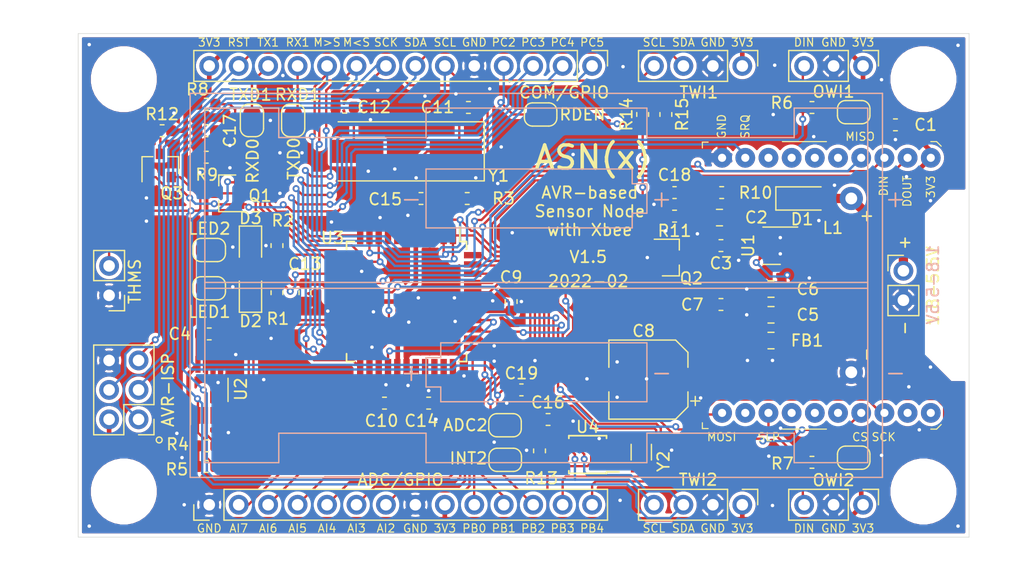
<source format=kicad_pcb>
(kicad_pcb (version 20171130) (host pcbnew 5.1.9+dfsg1-1~bpo10+1)
  (title_block (title "AVR-based Sensor Node with Xbee (ASN(x))") (date 2022-02-04) (rev 1.5) (company "Some University"))
  (layers (0 F.Cu signal) (31 B.Cu signal) (34 B.Paste user) (35 F.Paste user) (36 B.SilkS user) (37 F.SilkS user) (38 B.Mask user) (39 F.Mask user) (44 Edge.Cuts user))
  (net 0 "")
  (net 1 GND)
  (net 2 /sleep)
  (net 3 /sleep_rq)
  (net 4 +3V3)
  (net 5 /RESET)
  (net 6 /SPI_MOSI)
  (net 7 /SPI_SCK)
  (net 8 /SPI_MISO)
  (net 9 "Net-(D2-Pad2)")
  (net 10 /ADC0)
  (net 11 /I2C_SCL)
  (net 12 /I2C_SDA)
  (net 13 /OWI1)
  (net 14 /OWI2)
  (net 15 /ADC1)
  (net 16 /LED1)
  (net 17 "Net-(D2-Pad1)")
  (net 18 /LED2)
  (net 19 /ADC2)
  (net 20 /ADC3)
  (net 21 /ADC4)
  (net 22 /ADC5)
  (net 23 /ADC6)
  (net 24 /ADC7)
  (net 25 /TXD1)
  (net 26 /RXD1)
  (net 27 /PC5)
  (net 28 /PC4)
  (net 29 /PC3)
  (net 30 /PC2)
  (net 31 /PB4)
  (net 32 /PB3)
  (net 33 /PB1)
  (net 34 /PB0)
  (net 35 /VBAT)
  (net 36 "Net-(L1-Pad2)")
  (net 37 "Net-(L1-Pad1)")
  (net 38 /INT2)
  (net 39 "Net-(U4-Pad2)")
  (net 40 "Net-(U4-Pad1)")
  (net 41 /VIN)
  (net 42 /PB2)
  (net 43 /DIN)
  (net 44 /DOUT)
  (net 45 "Net-(JP8-Pad1)")
  (net 46 "Net-(Q1-Pad3)")
  (net 47 /RDEN)
  (net 48 "Net-(Q2-Pad3)")
  (net 49 "Net-(Q3-Pad3)")
  (net 50 "Net-(C3-Pad1)")
  (net 51 "Net-(C5-Pad1)")
  (net 52 "Net-(C11-Pad1)")
  (net 53 "Net-(C12-Pad1)")
  (net 54 "Net-(C14-Pad2)")
  (net 55 "Net-(D3-Pad2)")
  (net 56 "Net-(D3-Pad1)")
  (net 57 "Net-(JP9-Pad1)")
  (net 58 "Net-(JP10-Pad1)")
  (net 59 "Net-(C19-Pad1)")
  (module Capacitor_SMD:C_0603_1608Metric (layer F.Cu) (at 145.542 114.554)
    (fp_text reference C19 (at 0 -1.43) (layer F.SilkS))
    (fp_text value 100n)
    (pad 2 smd roundrect (at 0.775 0) (size 0.9 0.95) (layers F.Cu F.Paste F.Mask) (net 1 GND))
    (pad 1 smd roundrect (at -0.775 0) (size 0.9 0.95) (layers F.Cu F.Paste F.Mask) (net 59 "Net-(C19-Pad1)"))
  )
  (module Capacitor_SMD:C_0603_1608Metric (layer F.Cu) (at 158.75 97.536 180)
    (fp_text reference C18 (at 0 1.524) (layer F.SilkS))
    (fp_text value 100n)
    (pad 2 smd roundrect (at 0.775 0 180) (size 0.9 0.95) (layers F.Cu F.Paste F.Mask) (net 1 GND))
    (pad 1 smd roundrect (at -0.775 0 180) (size 0.9 0.95) (layers F.Cu F.Paste F.Mask) (net 15 /ADC1))
  )
  (module Capacitor_SMD:C_0603_1608Metric (layer F.Cu) (at 118.364 92.202 180)
    (fp_text reference C17 (at -2.032 0 90) (layer F.SilkS))
    (fp_text value 100n)
    (pad 2 smd roundrect (at 0.775 0 180) (size 0.9 0.95) (layers F.Cu F.Paste F.Mask) (net 1 GND))
    (pad 1 smd roundrect (at -0.775 0 180) (size 0.9 0.95) (layers F.Cu F.Paste F.Mask) (net 10 /ADC0))
  )
  (module Jumper:SolderJumper-2_P1.3mm_Open_RoundedPad1.0x1.5mm (layer F.Cu) (at 174.2 120.4)
    (fp_text reference JP10 hide)
    (fp_text value Jumper_Open)
    (pad 2 smd custom (at 0.65 0) (size 1 0.5) (layers F.Cu F.Mask) (net 4 +3V3) (options (clearance outline) (anchor rect)) (primitives (gr_circle (center 0 0.25) (end 0.5 0.25) (width 0)) (gr_circle (center 0 -0.25) (end 0.5 -0.25) (width 0)) (gr_poly (pts (xy 0 -0.75) (xy -0.5 -0.75) (xy -0.5 0.75) (xy 0 0.75)) (width 0))))
    (pad 1 smd custom (at -0.65 0) (size 1 0.5) (layers F.Cu F.Mask) (net 58 "Net-(JP10-Pad1)") (options (clearance outline) (anchor rect)) (primitives (gr_circle (center 0 0.25) (end 0.5 0.25) (width 0)) (gr_circle (center 0 -0.25) (end 0.5 -0.25) (width 0)) (gr_poly (pts (xy 0 -0.75) (xy 0.5 -0.75) (xy 0.5 0.75) (xy 0 0.75)) (width 0))))
  )
  (module Jumper:SolderJumper-2_P1.3mm_Open_RoundedPad1.0x1.5mm (layer F.Cu) (at 174.2 90.6)
    (fp_text reference JP9 hide)
    (fp_text value Jumper_Open)
    (pad 2 smd custom (at 0.65 0) (size 1 0.5) (layers F.Cu F.Mask) (net 4 +3V3) (options (clearance outline) (anchor rect)) (primitives (gr_circle (center 0 0.25) (end 0.5 0.25) (width 0)) (gr_circle (center 0 -0.25) (end 0.5 -0.25) (width 0)) (gr_poly (pts (xy 0 -0.75) (xy -0.5 -0.75) (xy -0.5 0.75) (xy 0 0.75)) (width 0))))
    (pad 1 smd custom (at -0.65 0) (size 1 0.5) (layers F.Cu F.Mask) (net 57 "Net-(JP9-Pad1)") (options (clearance outline) (anchor rect)) (primitives (gr_circle (center 0 0.25) (end 0.5 0.25) (width 0)) (gr_circle (center 0 -0.25) (end 0.5 -0.25) (width 0)) (gr_poly (pts (xy 0 -0.75) (xy 0.5 -0.75) (xy 0.5 0.75) (xy 0 0.75)) (width 0))))
  )
  (module myfootprint:BatteryHolder_Keystone_2462_2xAA-modified (layer B.Cu) (at 173.99 98.044 180)
    (fp_text reference BT1 hide)
    (fp_text value 2xAA hide)
    (fp_text user - (at 37.945 0) (layer B.SilkS) (effects (font (size 1.5 1.5)) (justify mirror)))
    (fp_text user + (at 16.355 0) (layer B.SilkS) (effects (font (size 1.5 1.5)) (justify mirror)))
    (fp_text user + (at 37.945 -14.99) (layer B.SilkS) (effects (font (size 1.5 1.5)) (justify mirror)))
    (fp_text user - (at 16.355 -14.99) (layer B.SilkS) (effects (font (size 1.5 1.5)) (justify mirror)))
    (fp_text user + (at -3.81 0) (layer B.SilkS) (effects (font (size 1.5 1.5)) (justify mirror)))
    (fp_text user - (at -3.81 -14.99) (layer B.SilkS) (effects (font (size 1.5 1.5)) (justify mirror)))
    (pad 1 thru_hole circle (at 0 0 180) (size 2 2) (drill 1.02) (layers *.Cu *.Mask) (net 35 /VBAT))
    (pad 2 thru_hole circle (at 0 -14.99 180) (size 2 2) (drill 1.02) (layers *.Cu *.Mask) (net 1 GND))
  )
  (module Resistor_SMD:R_0603_1608Metric (layer F.Cu) (at 158 90.8 90)
    (fp_text reference R15 (at 0 1.4 90) (layer F.SilkS))
    (fp_text value 10k)
    (pad 2 smd roundrect (at 0.7875 0 90) (size 0.875 0.95) (layers F.Cu F.Paste F.Mask) (net 45 "Net-(JP8-Pad1)"))
    (pad 1 smd roundrect (at -0.7875 0 90) (size 0.875 0.95) (layers F.Cu F.Paste F.Mask) (net 1 GND))
  )
  (module Resistor_SMD:R_0603_1608Metric (layer F.Cu) (at 156 90.8 270)
    (fp_text reference R14 (at 0 1.4 90) (layer F.SilkS))
    (fp_text value 10k)
    (pad 2 smd roundrect (at 0.7875 0 270) (size 0.875 0.95) (layers F.Cu F.Paste F.Mask) (net 47 /RDEN))
    (pad 1 smd roundrect (at -0.7875 0 270) (size 0.875 0.95) (layers F.Cu F.Paste F.Mask) (net 45 "Net-(JP8-Pad1)"))
  )
  (module Package_TO_SOT_SMD:SOT-23 (layer F.Cu) (at 114.4 95.2 90)
    (fp_text reference Q3 (at -2.4 1 180) (layer F.SilkS))
    (fp_text value BSS138)
    (pad 3 smd rect (at 1 0 90) (size 0.9 0.8) (layers F.Cu F.Paste F.Mask) (net 49 "Net-(Q3-Pad3)"))
    (pad 2 smd rect (at -1 0.95 90) (size 0.9 0.8) (layers F.Cu F.Paste F.Mask) (net 59 "Net-(C19-Pad1)"))
    (pad 1 smd rect (at -1 -0.95 90) (size 0.9 0.8) (layers F.Cu F.Paste F.Mask) (net 47 /RDEN))
  )
  (module Package_TO_SOT_SMD:SOT-23 (layer F.Cu) (at 158.4 103.14)
    (fp_text reference Q2 (at 1.8 1.8) (layer F.SilkS))
    (fp_text value BSS138)
    (pad 3 smd rect (at 1 0) (size 0.9 0.8) (layers F.Cu F.Paste F.Mask) (net 48 "Net-(Q2-Pad3)"))
    (pad 2 smd rect (at -1 0.95) (size 0.9 0.8) (layers F.Cu F.Paste F.Mask) (net 15 /ADC1))
    (pad 1 smd rect (at -1 -0.95) (size 0.9 0.8) (layers F.Cu F.Paste F.Mask) (net 47 /RDEN))
  )
  (module Package_TO_SOT_SMD:SOT-23 (layer F.Cu) (at 120.2 97.6 180)
    (fp_text reference Q1 (at -2.8 -0.2) (layer F.SilkS))
    (fp_text value BSS138)
    (pad 3 smd rect (at 1 0 180) (size 0.9 0.8) (layers F.Cu F.Paste F.Mask) (net 46 "Net-(Q1-Pad3)"))
    (pad 2 smd rect (at -1 0.95 180) (size 0.9 0.8) (layers F.Cu F.Paste F.Mask) (net 10 /ADC0))
    (pad 1 smd rect (at -1 -0.95 180) (size 0.9 0.8) (layers F.Cu F.Paste F.Mask) (net 47 /RDEN))
  )
  (module Jumper:SolderJumper-2_P1.3mm_Bridged_RoundedPad1.0x1.5mm (layer F.Cu) (at 147.2 90.8 180)
    (fp_text reference JP8 hide)
    (fp_text value Jumper_Bridged)
    (pad 2 smd custom (at 0.65 0 180) (size 1 0.5) (layers F.Cu F.Mask) (net 30 /PC2) (options (clearance outline) (anchor rect)) (primitives (gr_circle (center 0 0.25) (end 0.5 0.25) (width 0)) (gr_circle (center 0 -0.25) (end 0.5 -0.25) (width 0)) (gr_poly (pts (xy 0 -0.75) (xy -0.5 -0.75) (xy -0.5 0.75) (xy 0 0.75)) (width 0))))
    (pad 1 smd custom (at -0.65 0 180) (size 1 0.5) (layers F.Cu F.Mask) (net 45 "Net-(JP8-Pad1)") (options (clearance outline) (anchor rect)) (primitives (gr_circle (center 0 0.25) (end 0.5 0.25) (width 0)) (gr_circle (center 0 -0.25) (end 0.5 -0.25) (width 0)) (gr_poly (pts (xy 0 -0.75) (xy 0.5 -0.75) (xy 0.5 0.75) (xy 0 0.75)) (width 0)) (gr_poly (pts (xy 0.9 -0.3) (xy 0.4 -0.3) (xy 0.4 0.3) (xy 0.9 0.3)) (width 0))))
  )
  (module Package_SO:TSSOP-8_3x3mm_P0.65mm (layer F.Cu) (at 151.257 120.1293 180)
    (fp_text reference U4 (at 0 2.3793) (layer F.SilkS))
    (fp_text value PCF85263ATT)
    (pad 8 smd rect (at 2.15 -0.975 180) (size 1.1 0.4) (layers F.Cu F.Paste F.Mask) (net 4 +3V3))
    (pad 7 smd rect (at 2.15 -0.325 180) (size 1.1 0.4) (layers F.Cu F.Paste F.Mask) (net 38 /INT2))
    (pad 6 smd rect (at 2.15 0.325 180) (size 1.1 0.4) (layers F.Cu F.Paste F.Mask) (net 11 /I2C_SCL))
    (pad 5 smd rect (at 2.15 0.975 180) (size 1.1 0.4) (layers F.Cu F.Paste F.Mask) (net 12 /I2C_SDA))
    (pad 4 smd rect (at -2.15 0.975 180) (size 1.1 0.4) (layers F.Cu F.Paste F.Mask) (net 1 GND))
    (pad 3 smd rect (at -2.15 0.325 180) (size 1.1 0.4) (layers F.Cu F.Paste F.Mask) (net 4 +3V3))
    (pad 2 smd rect (at -2.15 -0.325 180) (size 1.1 0.4) (layers F.Cu F.Paste F.Mask) (net 39 "Net-(U4-Pad2)"))
    (pad 1 smd rect (at -2.15 -0.975 180) (size 1.1 0.4) (layers F.Cu F.Paste F.Mask) (net 40 "Net-(U4-Pad1)"))
  )
  (module Jumper:SolderJumper-2_P1.3mm_Bridged_RoundedPad1.0x1.5mm (layer F.Cu) (at 144.13 117.602 180)
    (fp_text reference JP6 hide)
    (fp_text value Jumper_Bridged hide)
    (pad 2 smd custom (at 0.65 0 180) (size 1 0.5) (layers F.Cu F.Mask) (net 19 /ADC2) (options (clearance outline) (anchor rect)) (primitives (gr_circle (center 0 0.25) (end 0.5 0.25) (width 0)) (gr_circle (center 0 -0.25) (end 0.5 -0.25) (width 0)) (gr_poly (pts (xy 0 -0.75) (xy -0.5 -0.75) (xy -0.5 0.75) (xy 0 0.75)) (width 0))))
    (pad 1 smd custom (at -0.65 0 180) (size 1 0.5) (layers F.Cu F.Mask) (net 59 "Net-(C19-Pad1)") (options (clearance outline) (anchor rect)) (primitives (gr_circle (center 0 0.25) (end 0.5 0.25) (width 0)) (gr_circle (center 0 -0.25) (end 0.5 -0.25) (width 0)) (gr_poly (pts (xy 0 -0.75) (xy 0.5 -0.75) (xy 0.5 0.75) (xy 0 0.75)) (width 0)) (gr_poly (pts (xy 0.9 -0.3) (xy 0.4 -0.3) (xy 0.4 0.3) (xy 0.9 0.3)) (width 0))))
  )
  (module Jumper:SolderJumper-2_P1.3mm_Bridged_RoundedPad1.0x1.5mm (layer F.Cu) (at 144.145 120.5865 180)
    (fp_text reference JP7 hide)
    (fp_text value Jumper_Bridged hide)
    (pad 2 smd custom (at 0.65 0 180) (size 1 0.5) (layers F.Cu F.Mask) (net 42 /PB2) (options (clearance outline) (anchor rect)) (primitives (gr_circle (center 0 0.25) (end 0.5 0.25) (width 0)) (gr_circle (center 0 -0.25) (end 0.5 -0.25) (width 0)) (gr_poly (pts (xy 0 -0.75) (xy -0.5 -0.75) (xy -0.5 0.75) (xy 0 0.75)) (width 0))))
    (pad 1 smd custom (at -0.65 0 180) (size 1 0.5) (layers F.Cu F.Mask) (net 38 /INT2) (options (clearance outline) (anchor rect)) (primitives (gr_circle (center 0 0.25) (end 0.5 0.25) (width 0)) (gr_circle (center 0 -0.25) (end 0.5 -0.25) (width 0)) (gr_poly (pts (xy 0 -0.75) (xy 0.5 -0.75) (xy 0.5 0.75) (xy 0 0.75)) (width 0)) (gr_poly (pts (xy 0.9 -0.3) (xy 0.4 -0.3) (xy 0.4 0.3) (xy 0.9 0.3)) (width 0))))
  )
  (module Connector_PinHeader_2.54mm:PinHeader_1x02_P2.54mm_Vertical (layer F.Cu) (at 178.4858 104.2797)
    (fp_text reference J9 hide)
    (fp_text value VBAT hide)
    (pad 2 thru_hole oval (at 0 2.54) (size 1.7 1.7) (drill 1) (layers *.Cu *.Mask) (net 1 GND))
    (pad 1 thru_hole circle (at 0 0) (size 1.7 1.7) (drill 1) (layers *.Cu *.Mask) (net 35 /VBAT))
  )
  (module Crystal:Crystal_SMD_3215-2Pin_3.2x1.5mm (layer F.Cu) (at 155.8798 119.9261 270)
    (fp_text reference Y2 (at 0.7874 -1.9177 270) (layer F.SilkS))
    (fp_text value 32.768kHz)
    (pad 2 smd rect (at -1.25 0 270) (size 1 1.8) (layers F.Cu F.Paste F.Mask) (net 39 "Net-(U4-Pad2)"))
    (pad 1 smd rect (at 1.25 0 270) (size 1 1.8) (layers F.Cu F.Paste F.Mask) (net 40 "Net-(U4-Pad1)"))
  )
  (module Resistor_SMD:R_0603_1608Metric (layer F.Cu) (at 147.1041 119.8118 90)
    (fp_text reference R13 (at -2.3622 0.1524 180) (layer F.SilkS))
    (fp_text value 10k)
    (pad 2 smd roundrect (at 0.7875 0 90) (size 0.875 0.95) (layers F.Cu F.Paste F.Mask) (net 4 +3V3))
    (pad 1 smd roundrect (at -0.7875 0 90) (size 0.875 0.95) (layers F.Cu F.Paste F.Mask) (net 38 /INT2))
  )
  (module Capacitor_SMD:C_0603_1608Metric (layer F.Cu) (at 147.8407 117.1067)
    (fp_text reference C16 (at -0.0127 -1.4732) (layer F.SilkS))
    (fp_text value 100n)
    (pad 2 smd roundrect (at 0.7875 0) (size 0.875 0.95) (layers F.Cu F.Paste F.Mask) (net 1 GND))
    (pad 1 smd roundrect (at -0.7875 0) (size 0.875 0.95) (layers F.Cu F.Paste F.Mask) (net 4 +3V3))
  )
  (module Resistor_SMD:R_0603_1608Metric (layer F.Cu) (at 170.6 120.8 180)
    (fp_text reference R7 (at 2.5527 -0.1143 180) (layer F.SilkS))
    (fp_text value 10k)
    (pad 2 smd roundrect (at 0.7875 0 180) (size 0.875 0.95) (layers F.Cu F.Paste F.Mask) (net 14 /OWI2))
    (pad 1 smd roundrect (at -0.7875 0 180) (size 0.875 0.95) (layers F.Cu F.Paste F.Mask) (net 58 "Net-(JP10-Pad1)"))
  )
  (module Resistor_SMD:R_0603_1608Metric (layer F.Cu) (at 158.75 99.568 180)
    (fp_text reference R11 (at 0 -1.27) (layer F.SilkS))
    (fp_text value 10k)
    (pad 2 smd roundrect (at 0.7875 0 180) (size 0.875 0.95) (layers F.Cu F.Paste F.Mask) (net 1 GND))
    (pad 1 smd roundrect (at -0.7875 0 180) (size 0.875 0.95) (layers F.Cu F.Paste F.Mask) (net 15 /ADC1))
  )
  (module Resistor_SMD:R_0603_1608Metric (layer F.Cu) (at 162.814 97.536)
    (fp_text reference R10 (at 2.921 0.0127) (layer F.SilkS))
    (fp_text value 10k)
    (pad 2 smd roundrect (at 0.7875 0) (size 0.875 0.95) (layers F.Cu F.Paste F.Mask) (net 41 /VIN))
    (pad 1 smd roundrect (at -0.7875 0) (size 0.875 0.95) (layers F.Cu F.Paste F.Mask) (net 48 "Net-(Q2-Pad3)"))
  )
  (module Capacitor_SMD:C_0805_2012Metric (layer F.Cu) (at 167.0685 105.8545 180)
    (fp_text reference C6 (at -3.175 0) (layer F.SilkS))
    (fp_text value 10u)
    (pad 2 smd roundrect (at 0.9375 0 180) (size 0.975 1.4) (layers F.Cu F.Paste F.Mask) (net 1 GND))
    (pad 1 smd roundrect (at -0.9375 0 180) (size 0.975 1.4) (layers F.Cu F.Paste F.Mask) (net 51 "Net-(C5-Pad1)"))
  )
  (module Capacitor_SMD:C_0805_2012Metric (layer F.Cu) (at 167.0685 108.077 180)
    (fp_text reference C5 (at -3.175 0) (layer F.SilkS))
    (fp_text value 10u)
    (pad 2 smd roundrect (at 0.9375 0 180) (size 0.975 1.4) (layers F.Cu F.Paste F.Mask) (net 1 GND))
    (pad 1 smd roundrect (at -0.9375 0 180) (size 0.975 1.4) (layers F.Cu F.Paste F.Mask) (net 51 "Net-(C5-Pad1)"))
  )
  (module Capacitor_SMD:C_0805_2012Metric (layer F.Cu) (at 162.6235 99.695 180)
    (fp_text reference C2 (at -3.175 0.0127 180) (layer F.SilkS))
    (fp_text value 10u)
    (pad 2 smd roundrect (at 0.9375 0 180) (size 0.975 1.4) (layers F.Cu F.Paste F.Mask) (net 1 GND))
    (pad 1 smd roundrect (at -0.9375 0 180) (size 0.975 1.4) (layers F.Cu F.Paste F.Mask) (net 41 /VIN))
  )
  (module Capacitor_SMD:CP_Elec_6.3x7.7 (layer F.Cu) (at 156.4945 113.665 180)
    (fp_text reference C8 (at 0.4115 4.191) (layer F.SilkS))
    (fp_text value 100u)
    (pad 2 smd roundrect (at 2.7 0 180) (size 3.5 1.6) (layers F.Cu F.Paste F.Mask) (roundrect_rratio 0.15625) (net 1 GND))
    (pad 1 smd roundrect (at -2.7 0 180) (size 3.5 1.6) (layers F.Cu F.Paste F.Mask) (roundrect_rratio 0.15625) (net 4 +3V3))
  )
  (module Diode_SMD:D_SOD-123 (layer F.Cu) (at 169.7355 98.044)
    (fp_text reference D1 (at 0.0127 1.7907) (layer F.SilkS))
    (fp_text value D_Schottky hide)
    (pad 2 smd rect (at 1.65 0) (size 0.9 1.2) (layers F.Cu F.Paste F.Mask) (net 35 /VBAT))
    (pad 1 smd rect (at -1.65 0) (size 0.9 1.2) (layers F.Cu F.Paste F.Mask) (net 41 /VIN))
  )
  (module Package_SON:VSON-10-1EP_3x3mm_P0.5mm_EP1.2x2mm_ThermalVias (layer F.Cu) (at 167.8686 102.1207 180)
    (fp_text reference U1 (at 2.7686 0.0127 90) (layer F.SilkS))
    (fp_text value TPS63031)
    (pad 10 smd roundrect (at 1.4375 -1 180) (size 0.875 0.25) (layers F.Cu F.Paste F.Mask) (net 51 "Net-(C5-Pad1)"))
    (pad 9 smd roundrect (at 1.4375 -0.5 180) (size 0.875 0.25) (layers F.Cu F.Paste F.Mask) (net 1 GND))
    (pad 8 smd roundrect (at 1.4375 0 180) (size 0.875 0.25) (layers F.Cu F.Paste F.Mask) (net 50 "Net-(C3-Pad1)"))
    (pad 7 smd roundrect (at 1.4375 0.5 180) (size 0.875 0.25) (layers F.Cu F.Paste F.Mask) (net 1 GND))
    (pad 6 smd roundrect (at 1.4375 1 180) (size 0.875 0.25) (layers F.Cu F.Paste F.Mask) (net 50 "Net-(C3-Pad1)"))
    (pad 5 smd roundrect (at -1.4375 1 180) (size 0.875 0.25) (layers F.Cu F.Paste F.Mask) (net 41 /VIN))
    (pad 4 smd roundrect (at -1.4375 0.5 180) (size 0.875 0.25) (layers F.Cu F.Paste F.Mask) (net 37 "Net-(L1-Pad1)"))
    (pad 3 smd roundrect (at -1.4375 0 180) (size 0.875 0.25) (layers F.Cu F.Paste F.Mask) (net 1 GND))
    (pad 2 smd roundrect (at -1.4375 -0.5 180) (size 0.875 0.25) (layers F.Cu F.Paste F.Mask) (net 36 "Net-(L1-Pad2)"))
    (pad 1 smd roundrect (at -1.4375 -1 180) (size 0.875 0.25) (layers F.Cu F.Paste F.Mask) (net 51 "Net-(C5-Pad1)"))
    (pad 11 smd roundrect (at 0 0 180) (size 0.6 2) (layers B.Cu) (net 1 GND))
    (pad 11 thru_hole circle (at 0 0.7 180) (size 0.6 0.6) (drill 0.3) (layers *.Cu) (net 1 GND))
    (pad 11 thru_hole circle (at 0 -0.7 180) (size 0.6 0.6) (drill 0.3) (layers *.Cu) (net 1 GND))
    (pad 11 smd roundrect (at 0 0 180) (size 1.2 2) (layers F.Cu F.Mask) (roundrect_rratio 0.208333) (net 1 GND))
  )
  (module myfootprint:L_Coilcraft_LPS3015 (layer F.Cu) (at 172.402 103.1367 270)
    (fp_text reference L1 (at -2.5527 -0.0005 180) (layer F.SilkS))
    (fp_text value 1.5u)
    (pad 2 smd rect (at 0.89 -0.825 315) (size 0.5374 0.5374) (layers F.Cu F.Paste F.Mask) (net 36 "Net-(L1-Pad2)"))
    (pad 2 smd rect (at 0.89 0.825 315) (size 0.5374 0.5374) (layers F.Cu F.Paste F.Mask) (net 36 "Net-(L1-Pad2)"))
    (pad 1 smd rect (at -0.89 0.825 315) (size 0.5374 0.5374) (layers F.Cu F.Paste F.Mask) (net 37 "Net-(L1-Pad1)"))
    (pad 1 smd rect (at -0.89 -0.825 225) (size 0.5374 0.5374) (layers F.Cu F.Paste F.Mask) (net 37 "Net-(L1-Pad1)"))
    (pad 2 smd rect (at 1.395 1.27 225) (size 0.36 0.36) (layers F.Cu F.Paste F.Mask) (net 36 "Net-(L1-Pad2)"))
    (pad 2 smd rect (at 1.395 -1.27 225) (size 0.36 0.36) (layers F.Cu F.Paste F.Mask) (net 36 "Net-(L1-Pad2)"))
    (pad 1 smd rect (at -1.395 1.27 315) (size 0.36 0.36) (layers F.Cu F.Paste F.Mask) (net 37 "Net-(L1-Pad1)"))
    (pad 1 smd rect (at -1.395 -1.27 225) (size 0.36 0.36) (layers F.Cu F.Paste F.Mask) (net 37 "Net-(L1-Pad1)"))
    (pad 2 smd rect (at 0.9525 -1.175 180) (size 0.7 0.885) (layers F.Cu F.Paste F.Mask) (net 36 "Net-(L1-Pad2)"))
    (pad 2 smd rect (at 0.9525 1.175 180) (size 0.7 0.885) (layers F.Cu F.Paste F.Mask) (net 36 "Net-(L1-Pad2)"))
    (pad 1 smd rect (at -0.9525 1.175 180) (size 0.7 0.885) (layers F.Cu F.Paste F.Mask) (net 37 "Net-(L1-Pad1)"))
    (pad 1 smd rect (at -0.9525 -1.175 180) (size 0.7 0.885) (layers F.Cu F.Paste F.Mask) (net 37 "Net-(L1-Pad1)"))
    (pad 2 smd rect (at 1.27 0 270) (size 0.76 2.54) (layers F.Cu F.Paste F.Mask) (net 36 "Net-(L1-Pad2)"))
    (pad 1 smd rect (at -1.27 0 270) (size 0.76 2.54) (layers F.Cu F.Paste F.Mask) (net 37 "Net-(L1-Pad1)"))
  )
  (module Inductor_SMD:L_0805_2012Metric (layer F.Cu) (at 167.0685 110.2995)
    (fp_text reference FB1 (at 3.1115 0) (layer F.SilkS))
    (fp_text value 240-1035-1)
    (pad 2 smd roundrect (at 0.9375 0) (size 0.975 1.4) (layers F.Cu F.Paste F.Mask) (net 51 "Net-(C5-Pad1)"))
    (pad 1 smd roundrect (at -0.9375 0) (size 0.975 1.4) (layers F.Cu F.Paste F.Mask) (net 4 +3V3))
  )
  (module Capacitor_SMD:C_0603_1608Metric (layer F.Cu) (at 162.7505 107.188)
    (fp_text reference C7 (at -2.4765 0.0127) (layer F.SilkS))
    (fp_text value 100n)
    (pad 2 smd roundrect (at 0.7875 0) (size 0.875 0.95) (layers F.Cu F.Paste F.Mask) (net 1 GND))
    (pad 1 smd roundrect (at -0.7875 0) (size 0.875 0.95) (layers F.Cu F.Paste F.Mask) (net 4 +3V3))
  )
  (module Capacitor_SMD:C_0603_1608Metric (layer F.Cu) (at 162.7505 102.108 180)
    (fp_text reference C3 (at 0 -1.524) (layer F.SilkS))
    (fp_text value 100n)
    (pad 2 smd roundrect (at 0.7875 0 180) (size 0.875 0.95) (layers F.Cu F.Paste F.Mask) (net 1 GND))
    (pad 1 smd roundrect (at -0.7875 0 180) (size 0.875 0.95) (layers F.Cu F.Paste F.Mask) (net 50 "Net-(C3-Pad1)"))
  )
  (module Capacitor_SMD:C_0603_1608Metric (layer F.Cu) (at 126.873 106.172 90)
    (fp_text reference C13 (at 2.4765 0) (layer F.SilkS))
    (fp_text value 100n)
    (pad 2 smd roundrect (at 0.7875 0 90) (size 0.875 0.95) (layers F.Cu F.Paste F.Mask) (net 4 +3V3))
    (pad 1 smd roundrect (at -0.7875 0 90) (size 0.875 0.95) (layers F.Cu F.Paste F.Mask) (net 1 GND))
  )
  (module Package_QFP:TQFP-44_10x10mm_P0.8mm (layer F.Cu) (at 135.636 106.934 270)
    (fp_text reference U3 (at -5.4991 6.3881 180) (layer F.SilkS))
    (fp_text value ATmega1284P-AU)
    (pad 44 smd rect (at -4 -5.7) (size 1.5 0.55) (layers F.Cu F.Paste F.Mask) (net 31 /PB4))
    (pad 43 smd rect (at -3.2 -5.7) (size 1.5 0.55) (layers F.Cu F.Paste F.Mask) (net 32 /PB3))
    (pad 42 smd rect (at -2.4 -5.7) (size 1.5 0.55) (layers F.Cu F.Paste F.Mask) (net 42 /PB2))
    (pad 41 smd rect (at -1.6 -5.7) (size 1.5 0.55) (layers F.Cu F.Paste F.Mask) (net 33 /PB1))
    (pad 40 smd rect (at -0.8 -5.7) (size 1.5 0.55) (layers F.Cu F.Paste F.Mask) (net 34 /PB0))
    (pad 39 smd rect (at 0 -5.7) (size 1.5 0.55) (layers F.Cu F.Paste F.Mask) (net 1 GND))
    (pad 38 smd rect (at 0.8 -5.7) (size 1.5 0.55) (layers F.Cu F.Paste F.Mask) (net 4 +3V3))
    (pad 37 smd rect (at 1.6 -5.7) (size 1.5 0.55) (layers F.Cu F.Paste F.Mask) (net 10 /ADC0))
    (pad 36 smd rect (at 2.4 -5.7) (size 1.5 0.55) (layers F.Cu F.Paste F.Mask) (net 15 /ADC1))
    (pad 35 smd rect (at 3.2 -5.7) (size 1.5 0.55) (layers F.Cu F.Paste F.Mask) (net 19 /ADC2))
    (pad 34 smd rect (at 4 -5.7) (size 1.5 0.55) (layers F.Cu F.Paste F.Mask) (net 20 /ADC3))
    (pad 33 smd rect (at 5.7 -4 270) (size 1.5 0.55) (layers F.Cu F.Paste F.Mask) (net 21 /ADC4))
    (pad 32 smd rect (at 5.7 -3.2 270) (size 1.5 0.55) (layers F.Cu F.Paste F.Mask) (net 22 /ADC5))
    (pad 31 smd rect (at 5.7 -2.4 270) (size 1.5 0.55) (layers F.Cu F.Paste F.Mask) (net 23 /ADC6))
    (pad 30 smd rect (at 5.7 -1.6 270) (size 1.5 0.55) (layers F.Cu F.Paste F.Mask) (net 24 /ADC7))
    (pad 29 smd rect (at 5.7 -0.8 270) (size 1.5 0.55) (layers F.Cu F.Paste F.Mask) (net 54 "Net-(C14-Pad2)"))
    (pad 28 smd rect (at 5.7 0 270) (size 1.5 0.55) (layers F.Cu F.Paste F.Mask) (net 1 GND))
    (pad 27 smd rect (at 5.7 0.8 270) (size 1.5 0.55) (layers F.Cu F.Paste F.Mask) (net 4 +3V3))
    (pad 26 smd rect (at 5.7 1.6 270) (size 1.5 0.55) (layers F.Cu F.Paste F.Mask) (net 2 /sleep))
    (pad 25 smd rect (at 5.7 2.4 270) (size 1.5 0.55) (layers F.Cu F.Paste F.Mask) (net 3 /sleep_rq))
    (pad 24 smd rect (at 5.7 3.2 270) (size 1.5 0.55) (layers F.Cu F.Paste F.Mask) (net 27 /PC5))
    (pad 23 smd rect (at 5.7 4 270) (size 1.5 0.55) (layers F.Cu F.Paste F.Mask) (net 28 /PC4))
    (pad 22 smd rect (at 4 5.7) (size 1.5 0.55) (layers F.Cu F.Paste F.Mask) (net 29 /PC3))
    (pad 21 smd rect (at 3.2 5.7) (size 1.5 0.55) (layers F.Cu F.Paste F.Mask) (net 30 /PC2))
    (pad 20 smd rect (at 2.4 5.7) (size 1.5 0.55) (layers F.Cu F.Paste F.Mask) (net 12 /I2C_SDA))
    (pad 19 smd rect (at 1.6 5.7) (size 1.5 0.55) (layers F.Cu F.Paste F.Mask) (net 11 /I2C_SCL))
    (pad 18 smd rect (at 0.8 5.7) (size 1.5 0.55) (layers F.Cu F.Paste F.Mask) (net 1 GND))
    (pad 17 smd rect (at 0 5.7) (size 1.5 0.55) (layers F.Cu F.Paste F.Mask) (net 4 +3V3))
    (pad 16 smd rect (at -0.8 5.7) (size 1.5 0.55) (layers F.Cu F.Paste F.Mask) (net 14 /OWI2))
    (pad 15 smd rect (at -1.6 5.7) (size 1.5 0.55) (layers F.Cu F.Paste F.Mask) (net 13 /OWI1))
    (pad 14 smd rect (at -2.4 5.7) (size 1.5 0.55) (layers F.Cu F.Paste F.Mask) (net 16 /LED1))
    (pad 13 smd rect (at -3.2 5.7) (size 1.5 0.55) (layers F.Cu F.Paste F.Mask) (net 18 /LED2))
    (pad 12 smd rect (at -4 5.7) (size 1.5 0.55) (layers F.Cu F.Paste F.Mask) (net 25 /TXD1))
    (pad 11 smd rect (at -5.7 4 270) (size 1.5 0.55) (layers F.Cu F.Paste F.Mask) (net 26 /RXD1))
    (pad 10 smd rect (at -5.7 3.2 270) (size 1.5 0.55) (layers F.Cu F.Paste F.Mask) (net 43 /DIN))
    (pad 9 smd rect (at -5.7 2.4 270) (size 1.5 0.55) (layers F.Cu F.Paste F.Mask) (net 44 /DOUT))
    (pad 8 smd rect (at -5.7 1.6 270) (size 1.5 0.55) (layers F.Cu F.Paste F.Mask) (net 53 "Net-(C12-Pad1)"))
    (pad 7 smd rect (at -5.7 0.8 270) (size 1.5 0.55) (layers F.Cu F.Paste F.Mask) (net 52 "Net-(C11-Pad1)"))
    (pad 6 smd rect (at -5.7 0 270) (size 1.5 0.55) (layers F.Cu F.Paste F.Mask) (net 1 GND))
    (pad 5 smd rect (at -5.7 -0.8 270) (size 1.5 0.55) (layers F.Cu F.Paste F.Mask) (net 4 +3V3))
    (pad 4 smd rect (at -5.7 -1.6 270) (size 1.5 0.55) (layers F.Cu F.Paste F.Mask) (net 5 /RESET))
    (pad 3 smd rect (at -5.7 -2.4 270) (size 1.5 0.55) (layers F.Cu F.Paste F.Mask) (net 7 /SPI_SCK))
    (pad 2 smd rect (at -5.7 -3.2 270) (size 1.5 0.55) (layers F.Cu F.Paste F.Mask) (net 8 /SPI_MISO))
    (pad 1 smd rect (at -5.7 -4 270) (size 1.5 0.55) (layers F.Cu F.Paste F.Mask) (net 6 /SPI_MOSI))
  )
  (module Capacitor_SMD:C_0603_1608Metric (layer F.Cu) (at 136.8805 98.048)
    (fp_text reference C15 (at -3.086 0.0635 180) (layer F.SilkS))
    (fp_text value 100n)
    (pad 2 smd roundrect (at 0.7875 0) (size 0.875 0.95) (layers F.Cu F.Paste F.Mask) (net 4 +3V3))
    (pad 1 smd roundrect (at -0.7875 0) (size 0.875 0.95) (layers F.Cu F.Paste F.Mask) (net 1 GND))
  )
  (module Crystal:Crystal_SMD_HC49-SD (layer F.Cu) (at 135.636 93.98 180)
    (fp_text reference Y1 (at -7.9375 -2.0955 180) (layer F.SilkS))
    (fp_text value 4MHz)
    (pad 2 smd rect (at 4.25 0 180) (size 4.5 2) (layers F.Cu F.Paste F.Mask) (net 53 "Net-(C12-Pad1)"))
    (pad 1 smd rect (at -4.25 0 180) (size 4.5 2) (layers F.Cu F.Paste F.Mask) (net 52 "Net-(C11-Pad1)"))
  )
  (module Package_SO:VSSOP-8_3.0x3.0mm_P0.65mm (layer F.Cu) (at 118.618 114.554 90)
    (fp_text reference U2 (at 0.0635 2.7305 90) (layer F.SilkS))
    (fp_text value TMP275)
    (pad 8 smd rect (at 2.2 -0.975) (size 0.45 1.45) (layers F.Cu F.Paste F.Mask) (net 4 +3V3))
    (pad 7 smd rect (at 2.2 -0.325) (size 0.45 1.45) (layers F.Cu F.Paste F.Mask) (net 1 GND))
    (pad 6 smd rect (at 2.2 0.325) (size 0.45 1.45) (layers F.Cu F.Paste F.Mask) (net 1 GND))
    (pad 5 smd rect (at 2.2 0.975) (size 0.45 1.45) (layers F.Cu F.Paste F.Mask) (net 1 GND))
    (pad 4 smd rect (at -2.2 0.975) (size 0.45 1.45) (layers F.Cu F.Paste F.Mask) (net 1 GND))
    (pad 3 smd rect (at -2.2 0.325) (size 0.45 1.45) (layers F.Cu F.Paste F.Mask))
    (pad 2 smd rect (at -2.2 -0.325) (size 0.45 1.45) (layers F.Cu F.Paste F.Mask) (net 11 /I2C_SCL))
    (pad 1 smd rect (at -2.2 -0.975) (size 0.45 1.45) (layers F.Cu F.Paste F.Mask) (net 12 /I2C_SDA))
  )
  (module Resistor_SMD:R_0603_1608Metric (layer F.Cu) (at 140.8685 98.048)
    (fp_text reference R3 (at 3.1315 0 180) (layer F.SilkS))
    (fp_text value 10k)
    (pad 2 smd roundrect (at 0.7875 0) (size 0.875 0.95) (layers F.Cu F.Paste F.Mask) (net 5 /RESET))
    (pad 1 smd roundrect (at -0.7875 0) (size 0.875 0.95) (layers F.Cu F.Paste F.Mask) (net 4 +3V3))
  )
  (module Resistor_SMD:R_0603_1608Metric (layer F.Cu) (at 124.46 102.108 90)
    (fp_text reference R2 (at 2.159 0.508) (layer F.SilkS))
    (fp_text value 560)
    (pad 2 smd roundrect (at 0.7875 0 90) (size 0.875 0.95) (layers F.Cu F.Paste F.Mask) (net 56 "Net-(D3-Pad1)"))
    (pad 1 smd roundrect (at -0.7875 0 90) (size 0.875 0.95) (layers F.Cu F.Paste F.Mask) (net 18 /LED2))
  )
  (module Resistor_SMD:R_0603_1608Metric (layer F.Cu) (at 124.46 106.172 270)
    (fp_text reference R1 (at 2.2479 -0.0762 180) (layer F.SilkS))
    (fp_text value 560)
    (pad 2 smd roundrect (at 0.7875 0 270) (size 0.875 0.95) (layers F.Cu F.Paste F.Mask) (net 17 "Net-(D2-Pad1)"))
    (pad 1 smd roundrect (at -0.7875 0 270) (size 0.875 0.95) (layers F.Cu F.Paste F.Mask) (net 16 /LED1))
  )
  (module Resistor_SMD:R_0603_1608Metric (layer F.Cu) (at 114.554 92.202)
    (fp_text reference R12 (at 0 -1.43) (layer F.SilkS))
    (fp_text value 10k)
    (pad 2 smd roundrect (at 0.7875 0) (size 0.875 0.95) (layers F.Cu F.Paste F.Mask) (net 4 +3V3))
    (pad 1 smd roundrect (at -0.7875 0) (size 0.875 0.95) (layers F.Cu F.Paste F.Mask) (net 49 "Net-(Q3-Pad3)"))
  )
  (module Resistor_SMD:R_0603_1608Metric (layer F.Cu) (at 170.6 90.2 180)
    (fp_text reference R6 (at 2.6 0.4 180) (layer F.SilkS))
    (fp_text value 10k)
    (pad 2 smd roundrect (at 0.7875 0 180) (size 0.875 0.95) (layers F.Cu F.Paste F.Mask) (net 13 /OWI1))
    (pad 1 smd roundrect (at -0.7875 0 180) (size 0.875 0.95) (layers F.Cu F.Paste F.Mask) (net 57 "Net-(JP9-Pad1)"))
  )
  (module Resistor_SMD:R_0603_1608Metric (layer F.Cu) (at 118.364 121.158)
    (fp_text reference R5 (at -2.54 0.254 180) (layer F.SilkS))
    (fp_text value 10k)
    (pad 2 smd roundrect (at 0.7875 0) (size 0.875 0.95) (layers F.Cu F.Paste F.Mask) (net 12 /I2C_SDA))
    (pad 1 smd roundrect (at -0.7875 0) (size 0.875 0.95) (layers F.Cu F.Paste F.Mask) (net 4 +3V3))
  )
  (module Resistor_SMD:R_0603_1608Metric (layer F.Cu) (at 118.364 119.38)
    (fp_text reference R4 (at -2.4765 -0.127 180) (layer F.SilkS))
    (fp_text value 10k)
    (pad 2 smd roundrect (at 0.7875 0) (size 0.875 0.95) (layers F.Cu F.Paste F.Mask) (net 11 /I2C_SCL))
    (pad 1 smd roundrect (at -0.7875 0) (size 0.875 0.95) (layers F.Cu F.Paste F.Mask) (net 4 +3V3))
  )
  (module Resistor_SMD:R_0603_1608Metric (layer F.Cu) (at 118.364 94.488 180)
    (fp_text reference R9 (at -0.036 -1.512) (layer F.SilkS))
    (fp_text value 10k)
    (pad 2 smd roundrect (at 0.7875 0 180) (size 0.875 0.95) (layers F.Cu F.Paste F.Mask) (net 1 GND))
    (pad 1 smd roundrect (at -0.7875 0 180) (size 0.875 0.95) (layers F.Cu F.Paste F.Mask) (net 10 /ADC0))
  )
  (module Resistor_SMD:R_0603_1608Metric (layer F.Cu) (at 118.364 89.916 180)
    (fp_text reference R8 (at 0.762 1.27) (layer F.SilkS))
    (fp_text value 10k)
    (pad 2 smd roundrect (at 0.7875 0 180) (size 0.875 0.95) (layers F.Cu F.Paste F.Mask) (net 4 +3V3))
    (pad 1 smd roundrect (at -0.7875 0 180) (size 0.875 0.95) (layers F.Cu F.Paste F.Mask) (net 46 "Net-(Q1-Pad3)"))
  )
  (module Jumper:SolderJumper-2_P1.3mm_Open_RoundedPad1.0x1.5mm (layer F.Cu) (at 125.857 91.313 90)
    (fp_text reference JP5 hide)
    (fp_text value Jumper_Open hide)
    (pad 2 smd custom (at 0.65 0 90) (size 1 0.5) (layers F.Cu F.Mask) (net 26 /RXD1) (options (clearance outline) (anchor rect)) (primitives (gr_circle (center 0 0.25) (end 0.5 0.25) (width 0)) (gr_circle (center 0 -0.25) (end 0.5 -0.25) (width 0)) (gr_poly (pts (xy 0 -0.75) (xy -0.5 -0.75) (xy -0.5 0.75) (xy 0 0.75)) (width 0))))
    (pad 1 smd custom (at -0.65 0 90) (size 1 0.5) (layers F.Cu F.Mask) (net 43 /DIN) (options (clearance outline) (anchor rect)) (primitives (gr_circle (center 0 0.25) (end 0.5 0.25) (width 0)) (gr_circle (center 0 -0.25) (end 0.5 -0.25) (width 0)) (gr_poly (pts (xy 0 -0.75) (xy 0.5 -0.75) (xy 0.5 0.75) (xy 0 0.75)) (width 0))))
  )
  (module Jumper:SolderJumper-2_P1.3mm_Open_RoundedPad1.0x1.5mm (layer F.Cu) (at 122.301 91.313 90)
    (fp_text reference JP4 hide)
    (fp_text value Jumper_Open hide)
    (pad 2 smd custom (at 0.65 0 90) (size 1 0.5) (layers F.Cu F.Mask) (net 25 /TXD1) (options (clearance outline) (anchor rect)) (primitives (gr_circle (center 0 0.25) (end 0.5 0.25) (width 0)) (gr_circle (center 0 -0.25) (end 0.5 -0.25) (width 0)) (gr_poly (pts (xy 0 -0.75) (xy -0.5 -0.75) (xy -0.5 0.75) (xy 0 0.75)) (width 0))))
    (pad 1 smd custom (at -0.65 0 90) (size 1 0.5) (layers F.Cu F.Mask) (net 44 /DOUT) (options (clearance outline) (anchor rect)) (primitives (gr_circle (center 0 0.25) (end 0.5 0.25) (width 0)) (gr_circle (center 0 -0.25) (end 0.5 -0.25) (width 0)) (gr_poly (pts (xy 0 -0.75) (xy 0.5 -0.75) (xy 0.5 0.75) (xy 0 0.75)) (width 0))))
  )
  (module Jumper:SolderJumper-2_P1.3mm_Bridged_RoundedPad1.0x1.5mm (layer F.Cu) (at 118.618 102.489)
    (fp_text reference JP3 hide)
    (fp_text value Jumper_Bridged hide)
    (pad 2 smd custom (at 0.65 0) (size 1 0.5) (layers F.Cu F.Mask) (net 55 "Net-(D3-Pad2)") (options (clearance outline) (anchor rect)) (primitives (gr_circle (center 0 0.25) (end 0.5 0.25) (width 0)) (gr_circle (center 0 -0.25) (end 0.5 -0.25) (width 0)) (gr_poly (pts (xy 0 -0.75) (xy -0.5 -0.75) (xy -0.5 0.75) (xy 0 0.75)) (width 0))))
    (pad 1 smd custom (at -0.65 0) (size 1 0.5) (layers F.Cu F.Mask) (net 4 +3V3) (options (clearance outline) (anchor rect)) (primitives (gr_circle (center 0 0.25) (end 0.5 0.25) (width 0)) (gr_circle (center 0 -0.25) (end 0.5 -0.25) (width 0)) (gr_poly (pts (xy 0 -0.75) (xy 0.5 -0.75) (xy 0.5 0.75) (xy 0 0.75)) (width 0)) (gr_poly (pts (xy 0.9 -0.3) (xy 0.4 -0.3) (xy 0.4 0.3) (xy 0.9 0.3)) (width 0))))
  )
  (module Jumper:SolderJumper-2_P1.3mm_Bridged_RoundedPad1.0x1.5mm (layer F.Cu) (at 118.618 105.791)
    (fp_text reference JP2 hide)
    (fp_text value Jumper_Bridged hide)
    (pad 2 smd custom (at 0.65 0) (size 1 0.5) (layers F.Cu F.Mask) (net 9 "Net-(D2-Pad2)") (options (clearance outline) (anchor rect)) (primitives (gr_circle (center 0 0.25) (end 0.5 0.25) (width 0)) (gr_circle (center 0 -0.25) (end 0.5 -0.25) (width 0)) (gr_poly (pts (xy 0 -0.75) (xy -0.5 -0.75) (xy -0.5 0.75) (xy 0 0.75)) (width 0))))
    (pad 1 smd custom (at -0.65 0) (size 1 0.5) (layers F.Cu F.Mask) (net 4 +3V3) (options (clearance outline) (anchor rect)) (primitives (gr_circle (center 0 0.25) (end 0.5 0.25) (width 0)) (gr_circle (center 0 -0.25) (end 0.5 -0.25) (width 0)) (gr_poly (pts (xy 0 -0.75) (xy 0.5 -0.75) (xy 0.5 0.75) (xy 0 0.75)) (width 0)) (gr_poly (pts (xy 0.9 -0.3) (xy 0.4 -0.3) (xy 0.4 0.3) (xy 0.9 0.3)) (width 0))))
  )
  (module myfootprint:XBEE-20_THT (layer F.Cu) (at 171.848 105.537 270)
    (fp_text reference JP1 hide)
    (fp_text value Xbee3 hide)
    (pad 20 thru_hole circle (at 11 -9 270) (size 1.7 1.7) (drill 0.7) (layers *.Cu *.Mask))
    (pad 19 thru_hole circle (at 11 -7 270) (size 1.7 1.7) (drill 0.7) (layers *.Cu *.Mask))
    (pad 18 thru_hole circle (at 11 -5 270) (size 1.7 1.7) (drill 0.7) (layers *.Cu *.Mask) (net 7 /SPI_SCK))
    (pad 17 thru_hole circle (at 11 -3 270) (size 1.7 1.7) (drill 0.7) (layers *.Cu *.Mask) (net 31 /PB4))
    (pad 16 thru_hole circle (at 11 -1 270) (size 1.7 1.7) (drill 0.7) (layers *.Cu *.Mask))
    (pad 15 thru_hole circle (at 11 1 270) (size 1.7 1.7) (drill 0.7) (layers *.Cu *.Mask))
    (pad 14 thru_hole circle (at 11 3 270) (size 1.7 1.7) (drill 0.7) (layers *.Cu *.Mask))
    (pad 13 thru_hole circle (at 11 5 270) (size 1.7 1.7) (drill 0.7) (layers *.Cu *.Mask) (net 2 /sleep))
    (pad 12 thru_hole circle (at 11 7 270) (size 1.7 1.7) (drill 0.7) (layers *.Cu *.Mask))
    (pad 11 thru_hole circle (at 11 9 270) (size 1.7 1.7) (drill 0.7) (layers *.Cu *.Mask) (net 6 /SPI_MOSI))
    (pad 10 thru_hole circle (at -11 9 315) (size 1.7 1.7) (drill 0.7) (layers *.Cu *.Mask) (net 1 GND))
    (pad 9 thru_hole circle (at -11 7 270) (size 1.7 1.7) (drill 0.7) (layers *.Cu *.Mask) (net 3 /sleep_rq))
    (pad 8 thru_hole circle (at -11 5 270) (size 1.7 1.7) (drill 0.7) (layers *.Cu *.Mask))
    (pad 7 thru_hole circle (at -11 3 270) (size 1.7 1.7) (drill 0.7) (layers *.Cu *.Mask))
    (pad 6 thru_hole circle (at -11 1 270) (size 1.7 1.7) (drill 0.7) (layers *.Cu *.Mask))
    (pad 5 thru_hole circle (at -11 -1 270) (size 1.7 1.7) (drill 0.7) (layers *.Cu *.Mask))
    (pad 4 thru_hole circle (at -11 -3 270) (size 1.7 1.7) (drill 0.7) (layers *.Cu *.Mask) (net 8 /SPI_MISO))
    (pad 3 thru_hole circle (at -11 -5 270) (size 1.7 1.7) (drill 0.7) (layers *.Cu *.Mask) (net 43 /DIN))
    (pad 2 thru_hole circle (at -11 -7 270) (size 1.7 1.7) (drill 0.7) (layers *.Cu *.Mask) (net 44 /DOUT))
    (pad 1 thru_hole circle (at -11 -9 270) (size 1.7 1.7) (drill 0.7) (layers *.Cu *.Mask) (net 4 +3V3))
  )
  (module Connector_PinHeader_2.54mm:PinHeader_1x14_P2.54mm_Vertical (layer F.Cu) (at 118.618 124.46 90)
    (fp_text reference J8 hide)
    (fp_text value ADC/GPIO hide)
    (pad 14 thru_hole oval (at 0 33.02 90) (size 1.7 1.7) (drill 1) (layers *.Cu *.Mask) (net 31 /PB4))
    (pad 13 thru_hole oval (at 0 30.48 90) (size 1.7 1.7) (drill 1) (layers *.Cu *.Mask) (net 32 /PB3))
    (pad 12 thru_hole oval (at 0 27.94 90) (size 1.7 1.7) (drill 1) (layers *.Cu *.Mask) (net 42 /PB2))
    (pad 11 thru_hole oval (at 0 25.4 90) (size 1.7 1.7) (drill 1) (layers *.Cu *.Mask) (net 33 /PB1))
    (pad 10 thru_hole oval (at 0 22.86 90) (size 1.7 1.7) (drill 1) (layers *.Cu *.Mask) (net 34 /PB0))
    (pad 9 thru_hole oval (at 0 20.32 90) (size 1.7 1.7) (drill 1) (layers *.Cu *.Mask) (net 4 +3V3))
    (pad 8 thru_hole circle (at 0 17.78 90) (size 1.7 1.7) (drill 1) (layers *.Cu *.Mask) (net 1 GND))
    (pad 7 thru_hole oval (at 0 15.24 90) (size 1.7 1.7) (drill 1) (layers *.Cu *.Mask) (net 19 /ADC2))
    (pad 6 thru_hole oval (at 0 12.7 90) (size 1.7 1.7) (drill 1) (layers *.Cu *.Mask) (net 20 /ADC3))
    (pad 5 thru_hole oval (at 0 10.16 90) (size 1.7 1.7) (drill 1) (layers *.Cu *.Mask) (net 21 /ADC4))
    (pad 4 thru_hole oval (at 0 7.62 90) (size 1.7 1.7) (drill 1) (layers *.Cu *.Mask) (net 22 /ADC5))
    (pad 3 thru_hole oval (at 0 5.08 90) (size 1.7 1.7) (drill 1) (layers *.Cu *.Mask) (net 23 /ADC6))
    (pad 2 thru_hole oval (at 0 2.54 90) (size 1.7 1.7) (drill 1) (layers *.Cu *.Mask) (net 24 /ADC7))
    (pad 1 thru_hole circle (at 0 0 90) (size 1.7 1.7) (drill 1) (layers *.Cu *.Mask) (net 1 GND))
  )
  (module Connector_PinHeader_2.54mm:PinHeader_1x14_P2.54mm_Vertical (layer F.Cu) (at 151.638 86.614 270)
    (fp_text reference J7 hide)
    (fp_text value COM/GPIO hide)
    (pad 14 thru_hole oval (at 0 33.02 270) (size 1.7 1.7) (drill 1) (layers *.Cu *.Mask) (net 4 +3V3))
    (pad 13 thru_hole oval (at 0 30.48 270) (size 1.7 1.7) (drill 1) (layers *.Cu *.Mask) (net 5 /RESET))
    (pad 12 thru_hole oval (at 0 27.94 270) (size 1.7 1.7) (drill 1) (layers *.Cu *.Mask) (net 25 /TXD1))
    (pad 11 thru_hole oval (at 0 25.4 270) (size 1.7 1.7) (drill 1) (layers *.Cu *.Mask) (net 26 /RXD1))
    (pad 10 thru_hole oval (at 0 22.86 270) (size 1.7 1.7) (drill 1) (layers *.Cu *.Mask) (net 6 /SPI_MOSI))
    (pad 9 thru_hole oval (at 0 20.32 270) (size 1.7 1.7) (drill 1) (layers *.Cu *.Mask) (net 8 /SPI_MISO))
    (pad 8 thru_hole oval (at 0 17.78 270) (size 1.7 1.7) (drill 1) (layers *.Cu *.Mask) (net 7 /SPI_SCK))
    (pad 7 thru_hole oval (at 0 15.24 270) (size 1.7 1.7) (drill 1) (layers *.Cu *.Mask) (net 12 /I2C_SDA))
    (pad 6 thru_hole oval (at 0 12.7 270) (size 1.7 1.7) (drill 1) (layers *.Cu *.Mask) (net 11 /I2C_SCL))
    (pad 5 thru_hole circle (at 0 10.16 270) (size 1.7 1.7) (drill 1) (layers *.Cu *.Mask) (net 1 GND))
    (pad 4 thru_hole oval (at 0 7.62 270) (size 1.7 1.7) (drill 1) (layers *.Cu *.Mask) (net 30 /PC2))
    (pad 3 thru_hole oval (at 0 5.08 270) (size 1.7 1.7) (drill 1) (layers *.Cu *.Mask) (net 29 /PC3))
    (pad 2 thru_hole oval (at 0 2.54 270) (size 1.7 1.7) (drill 1) (layers *.Cu *.Mask) (net 28 /PC4))
    (pad 1 thru_hole circle (at 0 0 270) (size 1.7 1.7) (drill 1) (layers *.Cu *.Mask) (net 27 /PC5))
  )
  (module Connector_PinHeader_2.54mm:PinHeader_1x02_P2.54mm_Vertical (layer F.Cu) (at 109.982 106.4 180)
    (fp_text reference J6 hide)
    (fp_text value THMS hide)
    (pad 2 thru_hole oval (at 0 2.54 180) (size 1.7 1.7) (drill 1) (layers *.Cu *.Mask) (net 59 "Net-(C19-Pad1)"))
    (pad 1 thru_hole circle (at 0 0 180) (size 1.7 1.7) (drill 1) (layers *.Cu *.Mask) (net 1 GND))
  )
  (module Connector_PinHeader_2.54mm:PinHeader_1x04_P2.54mm_Vertical (layer F.Cu) (at 164.592 124.46 270)
    (fp_text reference J5 hide)
    (fp_text value TWI2 hide)
    (pad 4 thru_hole oval (at 0 7.62 270) (size 1.7 1.7) (drill 1) (layers *.Cu *.Mask) (net 11 /I2C_SCL))
    (pad 3 thru_hole oval (at 0 5.08 270) (size 1.7 1.7) (drill 1) (layers *.Cu *.Mask) (net 12 /I2C_SDA))
    (pad 2 thru_hole oval (at 0 2.54 270) (size 1.7 1.7) (drill 1) (layers *.Cu *.Mask) (net 1 GND))
    (pad 1 thru_hole circle (at 0 0 270) (size 1.7 1.7) (drill 1) (layers *.Cu *.Mask) (net 4 +3V3))
  )
  (module Connector_PinHeader_2.54mm:PinHeader_1x04_P2.54mm_Vertical (layer F.Cu) (at 164.592 86.614 270)
    (fp_text reference J4 hide)
    (fp_text value TWI1 hide)
    (pad 4 thru_hole oval (at 0 7.62 270) (size 1.7 1.7) (drill 1) (layers *.Cu *.Mask) (net 11 /I2C_SCL))
    (pad 3 thru_hole oval (at 0 5.08 270) (size 1.7 1.7) (drill 1) (layers *.Cu *.Mask) (net 12 /I2C_SDA))
    (pad 2 thru_hole oval (at 0 2.54 270) (size 1.7 1.7) (drill 1) (layers *.Cu *.Mask) (net 1 GND))
    (pad 1 thru_hole circle (at 0 0 270) (size 1.7 1.7) (drill 1) (layers *.Cu *.Mask) (net 4 +3V3))
  )
  (module Connector_PinHeader_2.54mm:PinHeader_2x03_P2.54mm_Vertical (layer F.Cu) (at 112.522 117.094 180)
    (fp_text reference J1 hide)
    (fp_text value AVR-ISP-6 hide)
    (pad 6 thru_hole circle (at 2.54 5.08 180) (size 1.7 1.7) (drill 1) (layers *.Cu *.Mask) (net 1 GND))
    (pad 5 thru_hole oval (at 0 5.08 180) (size 1.7 1.7) (drill 1) (layers *.Cu *.Mask) (net 5 /RESET))
    (pad 4 thru_hole oval (at 2.54 2.54 180) (size 1.7 1.7) (drill 1) (layers *.Cu *.Mask) (net 6 /SPI_MOSI))
    (pad 3 thru_hole oval (at 0 2.54 180) (size 1.7 1.7) (drill 1) (layers *.Cu *.Mask) (net 7 /SPI_SCK))
    (pad 2 thru_hole oval (at 2.54 0 180) (size 1.7 1.7) (drill 1) (layers *.Cu *.Mask) (net 4 +3V3))
    (pad 1 thru_hole circle (at 0 0 180) (size 1.7 1.7) (drill 1) (layers *.Cu *.Mask) (net 8 /SPI_MISO))
  )
  (module Connector_PinHeader_2.54mm:PinHeader_1x03_P2.54mm_Vertical (layer F.Cu) (at 175.006 124.46 270)
    (fp_text reference J3 hide)
    (fp_text value OWI2 hide)
    (pad 3 thru_hole oval (at 0 5.08 270) (size 1.7 1.7) (drill 1) (layers *.Cu *.Mask) (net 14 /OWI2))
    (pad 2 thru_hole oval (at 0 2.54 270) (size 1.7 1.7) (drill 1) (layers *.Cu *.Mask) (net 1 GND))
    (pad 1 thru_hole circle (at 0 0 270) (size 1.7 1.7) (drill 1) (layers *.Cu *.Mask) (net 4 +3V3))
  )
  (module Connector_PinHeader_2.54mm:PinHeader_1x03_P2.54mm_Vertical (layer F.Cu) (at 175.006 86.614 270)
    (fp_text reference J2 hide)
    (fp_text value OWI1 hide)
    (pad 3 thru_hole oval (at 0 5.08 270) (size 1.7 1.7) (drill 1) (layers *.Cu *.Mask) (net 13 /OWI1))
    (pad 2 thru_hole oval (at 0 2.54 270) (size 1.7 1.7) (drill 1) (layers *.Cu *.Mask) (net 1 GND))
    (pad 1 thru_hole circle (at 0 0 270) (size 1.7 1.7) (drill 1) (layers *.Cu *.Mask) (net 4 +3V3))
  )
  (module MountingHole:MountingHole_2.7mm_M2.5 (layer F.Cu) (at 111.252 123.317)
    (fp_text reference H4 hide)
    (fp_text value MountingHole hide)
    (pad 1 np_thru_hole circle (at 0 0) (size 2.7 2.7) (drill 2.7) (layers *.Cu *.Mask))
  )
  (module MountingHole:MountingHole_2.7mm_M2.5 (layer F.Cu) (at 180.213 123.317)
    (fp_text reference H3 hide)
    (fp_text value MountingHole hide)
    (pad 1 np_thru_hole circle (at 0 0) (size 2.7 2.7) (drill 2.7) (layers *.Cu *.Mask))
  )
  (module MountingHole:MountingHole_2.7mm_M2.5 (layer F.Cu) (at 180.213 87.757)
    (fp_text reference H2 hide)
    (fp_text value MountingHole hide)
    (pad 1 np_thru_hole circle (at 0 0) (size 2.7 2.7) (drill 2.7) (layers *.Cu *.Mask))
  )
  (module MountingHole:MountingHole_2.7mm_M2.5 (layer F.Cu) (at 111.252 87.757)
    (fp_text reference H1 hide)
    (fp_text value MountingHole hide)
    (pad 1 np_thru_hole circle (at 0 0) (size 2.7 2.7) (drill 2.7) (layers *.Cu *.Mask))
  )
  (module LED_SMD:LED_0805_2012Metric (layer F.Cu) (at 122.174 102.108 270)
    (fp_text reference D3 (at -2.3749 0) (layer F.SilkS))
    (fp_text value green hide)
    (pad 2 smd roundrect (at 0.9375 0 270) (size 0.975 1.4) (layers F.Cu F.Paste F.Mask) (net 55 "Net-(D3-Pad2)"))
    (pad 1 smd roundrect (at -0.9375 0 270) (size 0.975 1.4) (layers F.Cu F.Paste F.Mask) (net 56 "Net-(D3-Pad1)"))
  )
  (module LED_SMD:LED_0805_2012Metric (layer F.Cu) (at 122.174 106.172 90)
    (fp_text reference D2 (at -2.4511 0.0127) (layer F.SilkS))
    (fp_text value green hide)
    (pad 2 smd roundrect (at 0.9375 0 90) (size 0.975 1.4) (layers F.Cu F.Paste F.Mask) (net 9 "Net-(D2-Pad2)"))
    (pad 1 smd roundrect (at -0.9375 0 90) (size 0.975 1.4) (layers F.Cu F.Paste F.Mask) (net 17 "Net-(D2-Pad1)"))
  )
  (module Capacitor_SMD:C_0603_1608Metric (layer F.Cu) (at 133.731 115.697)
    (fp_text reference C10 (at -0.254 1.524) (layer F.SilkS))
    (fp_text value 100n)
    (pad 2 smd roundrect (at 0.7875 0) (size 0.875 0.95) (layers F.Cu F.Paste F.Mask) (net 4 +3V3))
    (pad 1 smd roundrect (at -0.7875 0) (size 0.875 0.95) (layers F.Cu F.Paste F.Mask) (net 1 GND))
  )
  (module Capacitor_SMD:C_0603_1608Metric (layer F.Cu) (at 137.541 115.697 180)
    (fp_text reference C14 (at 0.635 -1.524) (layer F.SilkS))
    (fp_text value 47n)
    (pad 2 smd roundrect (at 0.7875 0 180) (size 0.875 0.95) (layers F.Cu F.Paste F.Mask) (net 54 "Net-(C14-Pad2)"))
    (pad 1 smd roundrect (at -0.7875 0 180) (size 0.875 0.95) (layers F.Cu F.Paste F.Mask) (net 1 GND))
  )
  (module Capacitor_SMD:C_0603_1608Metric (layer F.Cu) (at 130.302 90.17 180)
    (fp_text reference C12 (at -2.54 0 180) (layer F.SilkS))
    (fp_text value 18p)
    (pad 2 smd roundrect (at 0.7875 0 180) (size 0.875 0.95) (layers F.Cu F.Paste F.Mask) (net 1 GND))
    (pad 1 smd roundrect (at -0.7875 0 180) (size 0.875 0.95) (layers F.Cu F.Paste F.Mask) (net 53 "Net-(C12-Pad1)"))
  )
  (module Capacitor_SMD:C_0603_1608Metric (layer F.Cu) (at 140.97 90.1955)
    (fp_text reference C11 (at -2.667 -0.0255 180) (layer F.SilkS))
    (fp_text value 18p)
    (pad 2 smd roundrect (at 0.7875 0) (size 0.875 0.95) (layers F.Cu F.Paste F.Mask) (net 1 GND))
    (pad 1 smd roundrect (at -0.7875 0) (size 0.875 0.95) (layers F.Cu F.Paste F.Mask) (net 52 "Net-(C11-Pad1)"))
  )
  (module Capacitor_SMD:C_0603_1608Metric (layer F.Cu) (at 144.653 106.934 270)
    (fp_text reference C9 (at -2.0955 0 180) (layer F.SilkS))
    (fp_text value 100n)
    (pad 2 smd roundrect (at 0.7875 0 270) (size 0.875 0.95) (layers F.Cu F.Paste F.Mask) (net 4 +3V3))
    (pad 1 smd roundrect (at -0.7875 0 270) (size 0.875 0.95) (layers F.Cu F.Paste F.Mask) (net 1 GND))
  )
  (module Capacitor_SMD:C_0603_1608Metric (layer F.Cu) (at 118.618 109.728)
    (fp_text reference C4 (at -2.54 0) (layer F.SilkS))
    (fp_text value 100n)
    (pad 2 smd roundrect (at 0.7875 0) (size 0.875 0.95) (layers F.Cu F.Paste F.Mask) (net 1 GND))
    (pad 1 smd roundrect (at -0.7875 0) (size 0.875 0.95) (layers F.Cu F.Paste F.Mask) (net 4 +3V3))
  )
  (module Capacitor_SMD:C_0603_1608Metric (layer F.Cu) (at 177.8 91.694)
    (fp_text reference C1 (at 2.6 0 180) (layer F.SilkS))
    (fp_text value 100n)
    (pad 2 smd roundrect (at 0.7875 0) (size 0.875 0.95) (layers F.Cu F.Paste F.Mask) (net 4 +3V3))
    (pad 1 smd roundrect (at -0.7875 0) (size 0.875 0.95) (layers F.Cu F.Paste F.Mask) (net 1 GND))
  )
  (gr_text MOSI (at 162.814 118.618) (layer F.SilkS) (effects (font (size 0.7 0.7) (thickness 0.1))))
  (gr_text MISO (at 174.752 92.71) (layer F.SilkS) (effects (font (size 0.7 0.7) (thickness 0.1))))
  (gr_text SLP (at 166.878 118.618) (layer F.SilkS) (effects (font (size 0.7 0.7) (thickness 0.1))))
  (gr_text SCK (at 176.784 118.618) (layer F.SilkS) (effects (font (size 0.7 0.7) (thickness 0.1))))
  (gr_text CS (at 174.752 118.618) (layer F.SilkS) (effects (font (size 0.7 0.7) (thickness 0.1))))
  (gr_text 3V3 (at 180.848 96.012 90) (layer F.SilkS) (effects (font (size 0.7 0.7) (thickness 0.1)) (justify right)))
  (gr_text DOUT (at 178.816 96.012 90) (layer F.SilkS) (effects (font (size 0.7 0.7) (thickness 0.1)) (justify right)))
  (gr_text DIN (at 176.784 96.012 90) (layer F.SilkS) (effects (font (size 0.7 0.7) (thickness 0.1)) (justify right)))
  (gr_text SRQ (at 164.846 92.964 90) (layer F.SilkS) (effects (font (size 0.7 0.7) (thickness 0.1)) (justify left)))
  (gr_text GND (at 162.814 92.964 90) (layer F.SilkS) (effects (font (size 0.7 0.7) (thickness 0.1)) (justify left)))
  (gr_text - (at 178.562 109.22 90) (layer F.SilkS) (effects (font (size 1 1))))
  (gr_text + (at 178.562 101.854 90) (layer F.SilkS) (effects (font (size 1 1))))
  (gr_text GND (at 118.618 126.492) (layer F.SilkS) (effects (font (size 0.7 0.7) (thickness 0.1))))
  (gr_text AI7 (at 121.158 126.492) (layer F.SilkS) (effects (font (size 0.7 0.7) (thickness 0.1))))
  (gr_text AI6 (at 123.698 126.492) (layer F.SilkS) (effects (font (size 0.7 0.7) (thickness 0.1))))
  (gr_text AI5 (at 126.238 126.492) (layer F.SilkS) (effects (font (size 0.7 0.7) (thickness 0.1))))
  (gr_text AI4 (at 128.778 126.492) (layer F.SilkS) (effects (font (size 0.7 0.7) (thickness 0.1))))
  (gr_text AI3 (at 131.318 126.492) (layer F.SilkS) (effects (font (size 0.7 0.7) (thickness 0.1))))
  (gr_text AI2 (at 133.858 126.492) (layer F.SilkS) (effects (font (size 0.7 0.7) (thickness 0.1))))
  (gr_text GND (at 136.398 126.492) (layer F.SilkS) (effects (font (size 0.7 0.7) (thickness 0.1))))
  (gr_text 3V3 (at 138.938 126.492) (layer F.SilkS) (effects (font (size 0.7 0.7) (thickness 0.1))))
  (gr_text PB0 (at 141.478 126.492) (layer F.SilkS) (effects (font (size 0.7 0.7) (thickness 0.1))))
  (gr_text PB1 (at 144.018 126.492) (layer F.SilkS) (effects (font (size 0.7 0.7) (thickness 0.1))))
  (gr_text PB2 (at 146.558 126.492) (layer F.SilkS) (effects (font (size 0.7 0.7) (thickness 0.1))))
  (gr_text PB3 (at 149.098 126.492) (layer F.SilkS) (effects (font (size 0.7 0.7) (thickness 0.1))))
  (gr_text PB4 (at 151.638 126.492) (layer F.SilkS) (effects (font (size 0.7 0.7) (thickness 0.1))))
  (gr_text SCL (at 156.972 126.492) (layer F.SilkS) (effects (font (size 0.7 0.7) (thickness 0.1))))
  (gr_text GND (at 162.052 126.492) (layer F.SilkS) (effects (font (size 0.7 0.7) (thickness 0.1))))
  (gr_text 3V3 (at 164.592 126.492) (layer F.SilkS) (effects (font (size 0.7 0.7) (thickness 0.1))))
  (gr_text SDA (at 159.512 126.492) (layer F.SilkS) (effects (font (size 0.7 0.7) (thickness 0.1))))
  (gr_text GND (at 172.466 126.492) (layer F.SilkS) (effects (font (size 0.7 0.7) (thickness 0.1))))
  (gr_text 3V3 (at 175.006 126.492) (layer F.SilkS) (effects (font (size 0.7 0.7) (thickness 0.1))))
  (gr_text DIN (at 169.926 126.492) (layer F.SilkS) (effects (font (size 0.7 0.7) (thickness 0.1))))
  (gr_text DIN (at 169.926 84.582) (layer F.SilkS) (effects (font (size 0.7 0.7) (thickness 0.1))))
  (gr_text GND (at 172.466 84.582) (layer F.SilkS) (effects (font (size 0.7 0.7) (thickness 0.1))))
  (gr_text 3V3 (at 175.006 84.582) (layer F.SilkS) (effects (font (size 0.7 0.7) (thickness 0.1))))
  (gr_text 3V3 (at 164.592 84.582) (layer F.SilkS) (effects (font (size 0.7 0.7) (thickness 0.1))))
  (gr_text GND (at 162.052 84.582) (layer F.SilkS) (effects (font (size 0.7 0.7) (thickness 0.1))))
  (gr_text SDA (at 159.512 84.582) (layer F.SilkS) (effects (font (size 0.7 0.7) (thickness 0.1))))
  (gr_text SCL (at 156.972 84.582) (layer F.SilkS) (effects (font (size 0.7 0.7) (thickness 0.1))))
  (gr_text PC5 (at 151.638 84.582) (layer F.SilkS) (effects (font (size 0.7 0.7) (thickness 0.1))))
  (gr_text PC4 (at 149.098 84.582) (layer F.SilkS) (effects (font (size 0.7 0.7) (thickness 0.1))))
  (gr_text PC3 (at 146.558 84.582) (layer F.SilkS) (effects (font (size 0.7 0.7) (thickness 0.1))))
  (gr_text PC2 (at 144.018 84.582) (layer F.SilkS) (effects (font (size 0.7 0.7) (thickness 0.1))))
  (gr_text GND (at 141.478 84.582) (layer F.SilkS) (effects (font (size 0.7 0.7) (thickness 0.1))))
  (gr_text SCL (at 138.938 84.582) (layer F.SilkS) (effects (font (size 0.7 0.7) (thickness 0.1))))
  (gr_text SDA (at 136.398 84.582) (layer F.SilkS) (effects (font (size 0.7 0.7) (thickness 0.1))))
  (gr_text SCK (at 133.858 84.582) (layer F.SilkS) (effects (font (size 0.7 0.7) (thickness 0.1))))
  (gr_text M<S (at 131.318 84.582) (layer F.SilkS) (effects (font (size 0.7 0.7) (thickness 0.1))))
  (gr_text M>S (at 128.778 84.582) (layer F.SilkS) (effects (font (size 0.7 0.7) (thickness 0.1))))
  (gr_text RX1 (at 126.238 84.582) (layer F.SilkS) (effects (font (size 0.7 0.7) (thickness 0.1))))
  (gr_text TX1 (at 123.698 84.582) (layer F.SilkS) (effects (font (size 0.7 0.7) (thickness 0.1))))
  (gr_text RST (at 121.158 84.582) (layer F.SilkS) (effects (font (size 0.7 0.7) (thickness 0.1))))
  (gr_text 3V3 (at 118.618 84.582) (layer F.SilkS) (effects (font (size 0.7 0.7) (thickness 0.1))))
  (gr_text RDEN (at 150.8 90.8) (layer F.SilkS) (effects (font (size 1 1))))
  (gr_text 1.8-5.5V (at 181.0385 105.4735 90) (layer B.SilkS) (effects (font (size 1 1)) (justify mirror)))
  (gr_text 1.8-5.5V (at 181.0385 105.6005 90) (layer F.SilkS) (effects (font (size 1 1))))
  (gr_text LED2 (at 118.618 100.6475) (layer F.SilkS) (effects (font (size 1 1))))
  (gr_text LED1 (at 118.618 107.823) (layer F.SilkS) (effects (font (size 1 1))))
  (gr_text ADC2 (at 140.716 117.602) (layer F.SilkS) (effects (font (size 1 1))))
  (gr_text INT2 (at 140.97 120.4595) (layer F.SilkS) (effects (font (size 1 1))))
  (gr_text - (at 175.26 111.506 90) (layer F.SilkS) (effects (font (size 1 1))))
  (gr_text + (at 175.26 99.568 90) (layer F.SilkS) (effects (font (size 1 1))))
  (gr_text 2022-02 (at 151.3078 105.1814) (layer F.SilkS) (effects (font (size 1 1))))
  (gr_text AVR-ISP (at 115.062 114.554 90) (layer F.SilkS) (effects (font (size 1 1))))
  (gr_text THMS (at 112.2 105.2 90) (layer F.SilkS) (effects (font (size 1 1))))
  (gr_text ADC/GPIO (at 135.128 122.301) (layer F.SilkS) (effects (font (size 1 1))))
  (gr_text TWI2 (at 160.782 122.301) (layer F.SilkS) (effects (font (size 1 1))))
  (gr_text OWI2 (at 172.466 122.3391) (layer F.SilkS) (effects (font (size 1 1))))
  (gr_text OWI1 (at 172.466 88.8365) (layer F.SilkS) (effects (font (size 1 1))))
  (gr_text TWI1 (at 160.8455 88.9) (layer F.SilkS) (effects (font (size 1 1))))
  (gr_text COM/GPIO (at 149.225 88.9) (layer F.SilkS) (effects (font (size 1 1))))
  (gr_text V1.5 (at 151.3078 103.0859) (layer F.SilkS) (effects (font (size 1 1))))
  (gr_text "AVR-based\nSensor Node\nwith Xbee" (at 151.4348 99.1489) (layer F.SilkS) (effects (font (size 1 1))))
  (gr_text "ASN(x)" (at 151.6888 94.5134) (layer F.SilkS) (effects (font (size 2 2) (thickness 0.3))))
  (gr_text RXD0 (at 122.3645 94.8055 90) (layer F.SilkS) (effects (font (size 1 1))))
  (gr_text TXD0 (at 125.9205 94.615 90) (layer F.SilkS) (effects (font (size 1 1))))
  (gr_text TXD1 (at 122.174 89.0905) (layer F.SilkS) (effects (font (size 1 1))))
  (gr_text RXD1 (at 126.238 89.0905) (layer F.SilkS) (effects (font (size 1 1))))
  (gr_circle (center 114.3 118.872) (end 114.3 118.618) (layer F.SilkS) (width 0.12))
  (gr_line (start 184.15 83.82) (end 184.15 127.254) (layer Edge.Cuts) (width 0.05))
  (gr_line (start 107.315 83.82) (end 184.15 83.82) (layer Edge.Cuts) (width 0.05))
  (gr_line (start 107.315 127.254) (end 184.15 127.254) (layer Edge.Cuts) (width 0.05))
  (gr_line (start 107.315 83.82) (end 107.315 127.254) (layer Edge.Cuts) (width 0.05))
  (via (at 135.763 114.173) (size 0.6) (drill 0.3) (layers F.Cu B.Cu) (net 1))
  (via (at 139.8905 89.027) (size 0.6) (drill 0.3) (layers F.Cu B.Cu) (net 1))
  (via (at 123.952 110.109) (size 0.6) (drill 0.3) (layers F.Cu B.Cu) (net 1))
  (via (at 119.38 113.919) (size 0.6) (drill 0.3) (layers F.Cu B.Cu) (net 1))
  (via (at 120.269 118.237) (size 0.6) (drill 0.3) (layers F.Cu B.Cu) (net 1))
  (via (at 124.714 97.6) (size 0.6) (drill 0.3) (layers F.Cu B.Cu) (net 1))
  (via (at 124.714 94.107) (size 0.6) (drill 0.3) (layers F.Cu B.Cu) (net 1))
  (via (at 126.619 94.107) (size 0.6) (drill 0.3) (layers F.Cu B.Cu) (net 1))
  (via (at 154.305 86.6775) (size 0.6) (drill 0.3) (layers F.Cu B.Cu) (net 1))
  (via (at 143.5 96.75) (size 0.6) (drill 0.3) (layers F.Cu B.Cu) (net 1))
  (via (at 143.8 93.6) (size 0.6) (drill 0.3) (layers F.Cu B.Cu) (net 1))
  (via (at 142.8115 88.5825) (size 0.6) (drill 0.3) (layers F.Cu B.Cu) (net 1))
  (via (at 132.334 95.6945) (size 0.6) (drill 0.3) (layers F.Cu B.Cu) (net 1))
  (via (at 129.159 100.076) (size 0.6) (drill 0.3) (layers F.Cu B.Cu) (net 1))
  (via (at 141.605 96.266) (size 0.6) (drill 0.3) (layers F.Cu B.Cu) (net 1))
  (via (at 177.8 92.964) (size 0.6) (drill 0.3) (layers F.Cu B.Cu) (net 1))
  (via (at 176.6 87.8) (size 0.6) (drill 0.3) (layers F.Cu B.Cu) (net 1))
  (via (at 167.1955 124.5235) (size 0.6) (drill 0.3) (layers F.Cu B.Cu) (net 1))
  (via (at 154.051 124.079) (size 0.6) (drill 0.3) (layers F.Cu B.Cu) (net 1))
  (via (at 167.386 86.5505) (size 0.6) (drill 0.3) (layers F.Cu B.Cu) (net 1))
  (via (at 120.65 102.235) (size 0.6) (drill 0.3) (layers F.Cu B.Cu) (net 1))
  (via (at 120.65 105.664) (size 0.6) (drill 0.3) (layers F.Cu B.Cu) (net 1))
  (via (at 120.904 111.506) (size 0.6) (drill 0.3) (layers F.Cu B.Cu) (net 1))
  (via (at 133.858 114.1095) (size 0.6) (drill 0.3) (layers F.Cu B.Cu) (net 1))
  (via (at 116.459 124.46) (size 0.6) (drill 0.3) (layers F.Cu B.Cu) (net 1))
  (via (at 135.8265 108.712) (size 0.6) (drill 0.3) (layers F.Cu B.Cu) (net 1))
  (via (at 139.827 108.6485) (size 0.6) (drill 0.3) (layers F.Cu B.Cu) (net 1))
  (via (at 132.6515 110.871) (size 0.6) (drill 0.3) (layers F.Cu B.Cu) (net 1))
  (via (at 132.7785 107.823) (size 0.6) (drill 0.3) (layers F.Cu B.Cu) (net 1))
  (via (at 136.652 106.6165) (size 0.6) (drill 0.3) (layers F.Cu B.Cu) (net 1))
  (via (at 139.7635 106.6165) (size 0.6) (drill 0.3) (layers F.Cu B.Cu) (net 1))
  (via (at 144.75 101) (size 0.6) (drill 0.3) (layers F.Cu B.Cu) (net 1))
  (via (at 150 94.25) (size 0.6) (drill 0.3) (layers F.Cu B.Cu) (net 1))
  (via (at 134.62 95.504) (size 0.6) (drill 0.3) (layers F.Cu B.Cu) (net 1))
  (via (at 132.5245 91.2495) (size 0.6) (drill 0.3) (layers F.Cu B.Cu) (net 1))
  (via (at 137.2235 89.2175) (size 0.6) (drill 0.3) (layers F.Cu B.Cu) (net 1))
  (via (at 133.1595 88.7095) (size 0.6) (drill 0.3) (layers F.Cu B.Cu) (net 1))
  (segment (start 169.3061 102.1207) (end 167.8686 102.1207) (width 0.25) (layer F.Cu) (net 1))
  (segment (start 166.4311 102.6207) (end 165.6922 102.6207) (width 0.25) (layer F.Cu) (net 1))
  (via (at 164.973 108.077) (size 0.6) (drill 0.3) (layers F.Cu B.Cu) (net 1))
  (via (at 164.973 105.8545) (size 0.6) (drill 0.3) (layers F.Cu B.Cu) (net 1))
  (segment (start 167.8686 102.1207) (end 167.8686 100.7364) (width 0.8) (layer B.Cu) (net 1))
  (segment (start 167.8686 100.7364) (end 167.8686 103.7844) (width 0.8) (layer B.Cu) (net 1))
  (segment (start 167.8686 102.1207) (end 167.4495 101.7016) (width 0.8) (layer B.Cu) (net 1))
  (segment (start 167.4495 101.7016) (end 167.4495 101.092) (width 0.8) (layer B.Cu) (net 1))
  (segment (start 167.4495 101.092) (end 168.3385 101.092) (width 0.8) (layer B.Cu) (net 1))
  (segment (start 168.3385 101.092) (end 168.3385 102.997) (width 0.8) (layer B.Cu) (net 1))
  (segment (start 168.3385 102.997) (end 167.3225 102.997) (width 0.8) (layer B.Cu) (net 1))
  (segment (start 167.3225 102.997) (end 167.3225 102.4255) (width 0.8) (layer B.Cu) (net 1))
  (via (at 164.2745 103.378) (size 0.6) (drill 0.3) (layers F.Cu B.Cu) (net 1))
  (via (at 131.7625 104.3305) (size 0.6) (drill 0.3) (layers F.Cu B.Cu) (net 1))
  (via (at 170.3705 104.902) (size 0.6) (drill 0.3) (layers F.Cu B.Cu) (net 1))
  (via (at 165.0365 112.014) (size 0.6) (drill 0.3) (layers F.Cu B.Cu) (net 1))
  (via (at 167.1955 112.014) (size 0.6) (drill 0.3) (layers F.Cu B.Cu) (net 1))
  (via (at 171.196 99.949) (size 0.6) (drill 0.3) (layers F.Cu B.Cu) (net 1))
  (via (at 178.7525 96.1644) (size 0.6) (drill 0.3) (layers F.Cu B.Cu) (net 1))
  (via (at 166.878 120.269) (size 0.6) (drill 0.3) (layers F.Cu B.Cu) (net 1))
  (via (at 108.2675 84.7725) (size 0.6) (drill 0.3) (layers F.Cu B.Cu) (net 1))
  (via (at 108.2675 126.3015) (size 0.6) (drill 0.3) (layers F.Cu B.Cu) (net 1))
  (via (at 183.1975 126.3015) (size 0.6) (drill 0.3) (layers F.Cu B.Cu) (net 1))
  (via (at 183.1975 84.836) (size 0.6) (drill 0.3) (layers F.Cu B.Cu) (net 1))
  (via (at 123.317 113.665) (size 0.6) (drill 0.3) (layers F.Cu B.Cu) (net 1))
  (via (at 115.824 118.3005) (size 0.6) (drill 0.3) (layers F.Cu B.Cu) (net 1))
  (via (at 116.2685 120.396) (size 0.6) (drill 0.3) (layers F.Cu B.Cu) (net 1))
  (via (at 140.589 113.3475) (size 0.6) (drill 0.3) (layers F.Cu B.Cu) (net 1))
  (via (at 143.1925 112.0775) (size 0.6) (drill 0.3) (layers F.Cu B.Cu) (net 1))
  (via (at 143.1925 110.7567) (size 0.6) (drill 0.3) (layers F.Cu B.Cu) (net 1))
  (via (at 143.0655 106.8705) (size 0.6) (drill 0.3) (layers F.Cu B.Cu) (net 1))
  (via (at 153.797 112.141) (size 0.6) (drill 0.3) (layers F.Cu B.Cu) (net 1))
  (via (at 151.1935 113.6015) (size 0.6) (drill 0.3) (layers F.Cu B.Cu) (net 1))
  (via (at 156.337 113.6015) (size 0.6) (drill 0.3) (layers F.Cu B.Cu) (net 1))
  (via (at 167.894 117.856) (size 0.6) (drill 0.3) (layers F.Cu B.Cu) (net 1))
  (via (at 179.8574 117.9957) (size 0.6) (drill 0.3) (layers F.Cu B.Cu) (net 1))
  (via (at 117.8 95.8) (size 0.6) (drill 0.3) (layers F.Cu B.Cu) (net 1))
  (via (at 138.176 117.094) (size 0.6) (drill 0.3) (layers F.Cu B.Cu) (net 1))
  (via (at 146.7104 112.0267) (size 0.6) (drill 0.3) (layers F.Cu B.Cu) (net 1))
  (via (at 160.7185 101.092) (size 0.6) (drill 0.3) (layers F.Cu B.Cu) (net 1))
  (via (at 172.5422 96.901) (size 0.6) (drill 0.3) (layers F.Cu B.Cu) (net 1))
  (via (at 180.8226 98.2345) (size 0.6) (drill 0.3) (layers F.Cu B.Cu) (net 1))
  (via (at 180.8226 112.5855) (size 0.6) (drill 0.3) (layers F.Cu B.Cu) (net 1))
  (via (at 178.9557 114.2873) (size 0.6) (drill 0.3) (layers F.Cu B.Cu) (net 1))
  (via (at 150 117.25) (size 0.6) (drill 0.3) (layers F.Cu B.Cu) (net 1))
  (via (at 145.9865 119.761) (size 0.6) (drill 0.3) (layers F.Cu B.Cu) (net 1))
  (via (at 143.1925 119.0625) (size 0.6) (drill 0.3) (layers F.Cu B.Cu) (net 1))
  (via (at 153.797 115.189) (size 0.6) (drill 0.3) (layers F.Cu B.Cu) (net 1))
  (via (at 137.541 114.6175) (size 0.6) (drill 0.3) (layers F.Cu B.Cu) (net 1))
  (via (at 158.496 119.75) (size 0.6) (drill 0.3) (layers F.Cu B.Cu) (net 1))
  (via (at 144.272 115.697) (size 0.6) (drill 0.3) (layers F.Cu B.Cu) (net 1))
  (segment (start 167.8686 102.1207) (end 167.8686 102.2096) (width 0.2) (layer F.Cu) (net 1))
  (segment (start 167.8686 102.2096) (end 168.275 102.616) (width 0.2) (layer F.Cu) (net 1))
  (segment (start 168.275 102.616) (end 168.275 103.378) (width 0.2) (layer F.Cu) (net 1))
  (segment (start 168.275 103.378) (end 168.275 103.3145) (width 0.2) (layer F.Cu) (net 1))
  (segment (start 168.275 103.3145) (end 168.0845 103.124) (width 0.2) (layer F.Cu) (net 1))
  (segment (start 168.0845 103.124) (end 167.5765 103.124) (width 0.2) (layer F.Cu) (net 1))
  (segment (start 167.5765 103.124) (end 167.7035 103.251) (width 0.2) (layer F.Cu) (net 1))
  (segment (start 167.7035 103.251) (end 168.0845 103.251) (width 0.2) (layer F.Cu) (net 1))
  (segment (start 167.8686 102.1207) (end 167.386 102.6033) (width 0.2) (layer F.Cu) (net 1))
  (segment (start 167.386 102.6033) (end 167.386 103.4415) (width 0.2) (layer F.Cu) (net 1))
  (segment (start 167.386 103.4415) (end 167.386 103.378) (width 0.2) (layer F.Cu) (net 1))
  (segment (start 167.386 103.378) (end 167.513 103.251) (width 0.2) (layer F.Cu) (net 1))
  (segment (start 167.6686 102.6207) (end 167.8686 102.8207) (width 0.2) (layer F.Cu) (net 1))
  (segment (start 166.4311 102.6207) (end 167.6686 102.6207) (width 0.2) (layer F.Cu) (net 1))
  (segment (start 167.6686 101.6207) (end 167.8686 101.4207) (width 0.2) (layer F.Cu) (net 1))
  (segment (start 166.4311 101.6207) (end 167.6686 101.6207) (width 0.2) (layer F.Cu) (net 1))
  (via (at 115.57 90.678) (size 0.6) (drill 0.3) (layers F.Cu B.Cu) (net 1))
  (via (at 123.8885 91.313) (size 0.6) (drill 0.3) (layers F.Cu B.Cu) (net 1))
  (via (at 120.396 93.472) (size 0.6) (drill 0.3) (layers F.Cu B.Cu) (net 1))
  (via (at 133.35 99.695) (size 0.6) (drill 0.3) (layers F.Cu B.Cu) (net 1))
  (via (at 124.968 87.4395) (size 0.6) (drill 0.3) (layers F.Cu B.Cu) (net 1))
  (via (at 145.542 106.934) (size 0.6) (drill 0.3) (layers F.Cu B.Cu) (net 1))
  (via (at 170.7515 92.71) (size 0.6) (drill 0.3) (layers F.Cu B.Cu) (net 1))
  (via (at 167.259 90.805) (size 0.6) (drill 0.3) (layers F.Cu B.Cu) (net 1))
  (via (at 128.8415 107.7595) (size 0.6) (drill 0.3) (layers F.Cu B.Cu) (net 1))
  (via (at 123.5075 102.108) (size 0.6) (drill 0.3) (layers F.Cu B.Cu) (net 1))
  (via (at 136.4615 96.266) (size 0.6) (drill 0.3) (layers F.Cu B.Cu) (net 1))
  (via (at 152.25 118.75) (size 0.6) (drill 0.3) (layers F.Cu B.Cu) (net 1))
  (via (at 135.75 99.5) (size 0.6) (drill 0.3) (layers F.Cu B.Cu) (net 1))
  (via (at 161 115.25) (size 0.6) (drill 0.3) (layers F.Cu B.Cu) (net 1))
  (via (at 120.4 95.4) (size 0.6) (drill 0.3) (layers F.Cu B.Cu) (net 1))
  (via (at 156.972 98.552) (size 0.6) (drill 0.3) (layers F.Cu B.Cu) (net 1))
  (via (at 156.4 103.14) (size 0.6) (drill 0.3) (layers F.Cu B.Cu) (net 1))
  (via (at 113.2 100) (size 0.6) (drill 0.3) (layers F.Cu B.Cu) (net 1))
  (via (at 113.2 98) (size 0.6) (drill 0.3) (layers F.Cu B.Cu) (net 1))
  (via (at 176.6 120.2) (size 0.6) (drill 0.3) (layers F.Cu B.Cu) (net 1))
  (via (at 157.988 100.838) (size 0.6) (drill 0.3) (layers F.Cu B.Cu) (net 1))
  (segment (start 134.048775 112.646775) (end 134.036 112.634) (width 0.2) (layer F.Cu) (net 2))
  (segment (start 166.8145 116.5705) (end 166.848 116.537) (width 0.2) (layer B.Cu) (net 2))
  (segment (start 166.848 116.537) (end 166.848 117.9658) (width 0.2) (layer F.Cu) (net 2))
  (via (at 134.174 111.2012) (size 0.6) (drill 0.3) (layers F.Cu B.Cu) (net 2))
  (segment (start 134.036 112.634) (end 134.036 111.3392) (width 0.2) (layer F.Cu) (net 2))
  (segment (start 134.036 111.3392) (end 134.174 111.2012) (width 0.2) (layer F.Cu) (net 2))
  (segment (start 142.840999 108.111999) (end 144.119001 108.111999) (width 0.2) (layer B.Cu) (net 2))
  (segment (start 134.174 111.2012) (end 139.751798 111.2012) (width 0.2) (layer B.Cu) (net 2))
  (segment (start 139.751798 111.2012) (end 142.840999 108.111999) (width 0.2) (layer B.Cu) (net 2))
  (segment (start 144.119001 108.111999) (end 145.011097 109.004095) (width 0.2) (layer B.Cu) (net 2))
  (segment (start 145.011097 109.004095) (end 148.731647 109.004095) (width 0.2) (layer B.Cu) (net 2))
  (via (at 148.90405 114.53166) (size 0.6) (drill 0.3) (layers F.Cu B.Cu) (net 2))
  (via (at 158.85147 117.72784) (size 0.6) (drill 0.3) (layers F.Cu B.Cu) (net 2))
  (segment (start 148.90405 114.53166) (end 152.10023 117.72784) (width 0.2) (layer B.Cu) (net 2))
  (segment (start 152.10023 117.72784) (end 158.85147 117.72784) (width 0.2) (layer B.Cu) (net 2))
  (segment (start 158.85147 117.72784) (end 159.08943 117.9658) (width 0.2) (layer F.Cu) (net 2))
  (segment (start 159.08943 117.9658) (end 166.848 117.9658) (width 0.2) (layer F.Cu) (net 2))
  (segment (start 148.731647 109.004095) (end 148.967092 109.004095) (width 0.2) (layer B.Cu) (net 2))
  (via (at 148.998918 108.972269) (size 0.6) (drill 0.3) (layers F.Cu B.Cu) (net 2))
  (segment (start 148.967092 109.004095) (end 148.998918 108.972269) (width 0.2) (layer B.Cu) (net 2))
  (segment (start 148.998918 108.972269) (end 148.998918 109.001582) (width 0.2) (layer F.Cu) (net 2))
  (segment (start 148.90405 114.53166) (end 148.70406 114.33167) (width 0.2) (layer F.Cu) (net 2))
  (segment (start 148.70406 109.267127) (end 148.998918 108.972269) (width 0.2) (layer F.Cu) (net 2))
  (segment (start 148.70406 114.33167) (end 148.70406 109.267127) (width 0.2) (layer F.Cu) (net 2))
  (via (at 134.112 107.696) (size 0.6) (drill 0.3) (layers F.Cu B.Cu) (net 3))
  (segment (start 134.112 107.696) (end 134.112 105.537998) (width 0.2) (layer B.Cu) (net 3))
  (segment (start 134.112 105.537998) (end 134.585999 105.063999) (width 0.2) (layer B.Cu) (net 3))
  (segment (start 149.564001 93.386999) (end 143.27501 99.67599) (width 0.2) (layer B.Cu) (net 3))
  (segment (start 163.938001 93.386999) (end 149.564001 93.386999) (width 0.2) (layer B.Cu) (net 3))
  (segment (start 164.848 94.537) (end 164.848 94.296998) (width 0.2) (layer B.Cu) (net 3))
  (segment (start 164.848 94.296998) (end 163.938001 93.386999) (width 0.2) (layer B.Cu) (net 3))
  (segment (start 141.467066 105.063999) (end 134.585999 105.063999) (width 0.2) (layer B.Cu) (net 3))
  (segment (start 143.27501 103.256055) (end 141.467066 105.063999) (width 0.2) (layer B.Cu) (net 3))
  (segment (start 143.27501 99.67599) (end 143.27501 103.256055) (width 0.2) (layer B.Cu) (net 3))
  (segment (start 164.846 94.535) (end 164.848 94.537) (width 0.2) (layer F.Cu) (net 3))
  (segment (start 134.112 107.696) (end 134.112 110.363) (width 0.2) (layer F.Cu) (net 3))
  (segment (start 133.236 111.251198) (end 133.236 112.634) (width 0.2) (layer F.Cu) (net 3))
  (segment (start 133.7945 110.692698) (end 133.236 111.251198) (width 0.2) (layer F.Cu) (net 3))
  (segment (start 133.7945 110.6805) (end 133.7945 110.692698) (width 0.2) (layer F.Cu) (net 3))
  (segment (start 134.112 110.363) (end 133.7945 110.6805) (width 0.2) (layer F.Cu) (net 3))
  (segment (start 109.982 119.126) (end 109.982 117.094) (width 0.4) (layer F.Cu) (net 4))
  (segment (start 164.592 124.46) (end 164.7695 124.46) (width 0.4) (layer F.Cu) (net 4))
  (segment (start 117.5765 119.38) (end 117.5765 121.158) (width 0.4) (layer F.Cu) (net 4))
  (segment (start 110.236 119.38) (end 109.982 119.126) (width 0.4) (layer F.Cu) (net 4))
  (segment (start 116.84 113.157) (end 116.84 119.38) (width 0.4) (layer F.Cu) (net 4))
  (segment (start 117.643 112.354) (end 116.84 113.157) (width 0.4) (layer F.Cu) (net 4))
  (segment (start 117.5765 119.38) (end 116.84 119.38) (width 0.4) (layer F.Cu) (net 4))
  (segment (start 116.84 119.38) (end 110.236 119.38) (width 0.4) (layer F.Cu) (net 4))
  (segment (start 144.6405 107.734) (end 144.653 107.7215) (width 0.4) (layer F.Cu) (net 4))
  (segment (start 141.336 107.734) (end 144.6405 107.734) (width 0.4) (layer F.Cu) (net 4))
  (segment (start 136.436 101.234) (end 136.436 105.372) (width 0.4) (layer F.Cu) (net 4))
  (segment (start 134.874 106.934) (end 129.936 106.934) (width 0.4) (layer F.Cu) (net 4))
  (segment (start 136.436 105.372) (end 134.874 106.934) (width 0.4) (layer F.Cu) (net 4))
  (segment (start 134.836 112.433) (end 134.874 112.395) (width 0.4) (layer F.Cu) (net 4))
  (segment (start 134.836 112.634) (end 134.836 112.433) (width 0.4) (layer F.Cu) (net 4))
  (segment (start 134.912 107.734) (end 134.874 107.696) (width 0.4) (layer F.Cu) (net 4))
  (segment (start 141.336 107.734) (end 134.912 107.734) (width 0.4) (layer F.Cu) (net 4))
  (segment (start 134.874 112.395) (end 134.874 107.696) (width 0.4) (layer F.Cu) (net 4))
  (segment (start 134.874 107.696) (end 134.874 106.934) (width 0.4) (layer F.Cu) (net 4))
  (segment (start 117.968 106.172) (end 117.968 107.935) (width 0.4) (layer F.Cu) (net 4))
  (segment (start 117.643 109.9155) (end 117.8305 109.728) (width 0.4) (layer F.Cu) (net 4))
  (segment (start 117.643 112.354) (end 117.643 109.9155) (width 0.4) (layer F.Cu) (net 4))
  (segment (start 117.968 109.5905) (end 117.8305 109.728) (width 0.4) (layer F.Cu) (net 4))
  (segment (start 117.968 107.935) (end 117.968 109.5905) (width 0.4) (layer F.Cu) (net 4))
  (segment (start 134.836 115.3795) (end 134.5185 115.697) (width 0.4) (layer F.Cu) (net 4))
  (segment (start 134.836 112.634) (end 134.836 115.3795) (width 0.4) (layer F.Cu) (net 4))
  (segment (start 175.006 86.614) (end 173.355 84.963) (width 0.4) (layer F.Cu) (net 4))
  (segment (start 120.269 84.963) (end 118.618 86.614) (width 0.4) (layer F.Cu) (net 4))
  (segment (start 164.592 85.0265) (end 164.5285 84.963) (width 0.4) (layer F.Cu) (net 4))
  (segment (start 164.592 86.614) (end 164.592 85.0265) (width 0.4) (layer F.Cu) (net 4))
  (segment (start 173.355 84.963) (end 164.5285 84.963) (width 0.4) (layer F.Cu) (net 4))
  (segment (start 164.5285 84.963) (end 120.269 84.963) (width 0.4) (layer F.Cu) (net 4))
  (segment (start 117.367999 121.366501) (end 117.5765 121.158) (width 0.4) (layer F.Cu) (net 4))
  (segment (start 117.447999 125.710001) (end 117.367999 125.630001) (width 0.4) (layer F.Cu) (net 4))
  (segment (start 117.367999 125.630001) (end 117.367999 121.366501) (width 0.4) (layer F.Cu) (net 4))
  (segment (start 175.006 124.46) (end 173.755999 125.710001) (width 0.4) (layer F.Cu) (net 4))
  (segment (start 138.938 125.6665) (end 138.981501 125.710001) (width 0.4) (layer F.Cu) (net 4))
  (segment (start 138.938 124.46) (end 138.938 125.6665) (width 0.4) (layer F.Cu) (net 4))
  (segment (start 138.981501 125.710001) (end 117.447999 125.710001) (width 0.4) (layer F.Cu) (net 4))
  (segment (start 164.592 125.626502) (end 164.675499 125.710001) (width 0.4) (layer F.Cu) (net 4))
  (segment (start 164.592 124.46) (end 164.592 125.626502) (width 0.4) (layer F.Cu) (net 4))
  (segment (start 164.592 124.46) (end 164.592 123.952) (width 0.4) (layer B.Cu) (net 4))
  (segment (start 161.963 107.188) (end 161.963 108.0515) (width 0.4) (layer F.Cu) (net 4))
  (segment (start 164.211 110.2995) (end 166.131 110.2995) (width 0.4) (layer F.Cu) (net 4))
  (segment (start 161.963 108.0515) (end 164.211 110.2995) (width 0.4) (layer F.Cu) (net 4))
  (segment (start 182.098001 115.936999) (end 182.098001 117.367999) (width 0.4) (layer F.Cu) (net 4))
  (segment (start 181.400802 115.2398) (end 182.098001 115.936999) (width 0.4) (layer F.Cu) (net 4))
  (segment (start 147.0532 118.9734) (end 147.1041 119.0243) (width 0.2) (layer F.Cu) (net 4))
  (segment (start 147.708001 125.708401) (end 147.706401 125.710001) (width 0.2) (layer F.Cu) (net 4))
  (segment (start 147.706401 125.710001) (end 138.981501 125.710001) (width 0.4) (layer F.Cu) (net 4))
  (segment (start 147.8153 125.601102) (end 147.706401 125.710001) (width 0.2) (layer F.Cu) (net 4))
  (segment (start 179.9336 115.2398) (end 181.400802 115.2398) (width 0.4) (layer F.Cu) (net 4))
  (segment (start 147.1041 117.1576) (end 147.0532 117.1067) (width 0.2) (layer F.Cu) (net 4))
  (segment (start 150.406 125.7045) (end 150.411501 125.710001) (width 0.2) (layer F.Cu) (net 4))
  (segment (start 164.675499 125.710001) (end 150.411501 125.710001) (width 0.4) (layer F.Cu) (net 4))
  (segment (start 147.1041 117.8941) (end 147.1041 117.1576) (width 0.2) (layer F.Cu) (net 4))
  (segment (start 147.1041 119.0243) (end 147.1041 117.8941) (width 0.2) (layer F.Cu) (net 4))
  (segment (start 147.784499 121.701801) (end 147.784499 125.710001) (width 0.2) (layer F.Cu) (net 4))
  (segment (start 150.411501 125.710001) (end 147.784499 125.710001) (width 0.4) (layer F.Cu) (net 4))
  (segment (start 147.784499 125.710001) (end 147.706401 125.710001) (width 0.4) (layer F.Cu) (net 4))
  (segment (start 128.990998 106.934) (end 128.778 106.721002) (width 0.4) (layer F.Cu) (net 4))
  (segment (start 129.936 106.934) (end 128.990998 106.934) (width 0.4) (layer F.Cu) (net 4))
  (segment (start 128.778 106.721002) (end 128.778 105.7275) (width 0.4) (layer F.Cu) (net 4))
  (segment (start 128.435 105.3845) (end 126.873 105.3845) (width 0.4) (layer F.Cu) (net 4))
  (segment (start 128.778 105.7275) (end 128.435 105.3845) (width 0.4) (layer F.Cu) (net 4))
  (segment (start 117.968 106.172) (end 117.968 104.155) (width 0.4) (layer F.Cu) (net 4))
  (segment (start 117.983 104.14) (end 117.968 104.155) (width 0.4) (layer F.Cu) (net 4))
  (segment (start 124.56556 104.14) (end 117.983 104.14) (width 0.4) (layer F.Cu) (net 4))
  (segment (start 126.873 105.3845) (end 125.81006 105.3845) (width 0.4) (layer F.Cu) (net 4))
  (segment (start 125.81006 105.3845) (end 124.56556 104.14) (width 0.4) (layer F.Cu) (net 4))
  (segment (start 179.93999 115.23341) (end 179.9336 115.2398) (width 0.4) (layer F.Cu) (net 4))
  (segment (start 180.848 94.537) (end 179.93999 95.44501) (width 0.4) (layer F.Cu) (net 4))
  (segment (start 179.93999 95.44501) (end 179.93999 115.23341) (width 0.4) (layer F.Cu) (net 4))
  (segment (start 173.755999 125.710001) (end 171.303001 125.710001) (width 0.4) (layer F.Cu) (net 4))
  (segment (start 171.303001 125.710001) (end 164.675499 125.710001) (width 0.4) (layer F.Cu) (net 4))
  (segment (start 148.382 121.1043) (end 149.107 121.1043) (width 0.2) (layer F.Cu) (net 4))
  (segment (start 147.784499 121.701801) (end 148.382 121.1043) (width 0.2) (layer F.Cu) (net 4))
  (segment (start 147.474101 118.654299) (end 147.1041 119.0243) (width 0.2) (layer F.Cu) (net 4))
  (segment (start 150.080433 118.654299) (end 147.474101 118.654299) (width 0.2) (layer F.Cu) (net 4))
  (segment (start 151.55696 120.808788) (end 151.55696 120.130826) (width 0.2) (layer F.Cu) (net 4))
  (segment (start 151.236447 121.129301) (end 151.55696 120.808788) (width 0.2) (layer F.Cu) (net 4))
  (segment (start 149.132001 121.129301) (end 151.236447 121.129301) (width 0.2) (layer F.Cu) (net 4))
  (segment (start 151.55696 120.130826) (end 150.080433 118.654299) (width 0.2) (layer F.Cu) (net 4))
  (segment (start 149.107 121.1043) (end 149.132001 121.129301) (width 0.2) (layer F.Cu) (net 4))
  (segment (start 151.883486 119.8043) (end 151.55696 120.130826) (width 0.2) (layer F.Cu) (net 4))
  (segment (start 153.407 119.8043) (end 151.883486 119.8043) (width 0.2) (layer F.Cu) (net 4))
  (segment (start 136.436 100.37688) (end 136.436 101.234) (width 0.4) (layer F.Cu) (net 4))
  (segment (start 137.668 99.14488) (end 136.436 100.37688) (width 0.4) (layer F.Cu) (net 4))
  (segment (start 137.668 98.048) (end 140.081 98.048) (width 0.4) (layer F.Cu) (net 4))
  (segment (start 137.668 99.14488) (end 137.668 98.048) (width 0.4) (layer F.Cu) (net 4))
  (segment (start 175.959922 115.2398) (end 175.607111 114.886989) (width 0.4) (layer F.Cu) (net 4))
  (segment (start 179.9336 115.2398) (end 175.959922 115.2398) (width 0.4) (layer F.Cu) (net 4))
  (segment (start 161.165 113.665) (end 159.1945 113.665) (width 0.4) (layer F.Cu) (net 4))
  (segment (start 162.386989 114.886989) (end 161.165 113.665) (width 0.4) (layer F.Cu) (net 4))
  (segment (start 166.131 114.869) (end 166.113011 114.886989) (width 0.4) (layer F.Cu) (net 4))
  (segment (start 166.131 110.2995) (end 166.131 114.869) (width 0.4) (layer F.Cu) (net 4))
  (segment (start 175.607111 114.886989) (end 166.113011 114.886989) (width 0.4) (layer F.Cu) (net 4))
  (segment (start 166.113011 114.886989) (end 162.386989 114.886989) (width 0.4) (layer F.Cu) (net 4))
  (segment (start 117.968 104.155) (end 117.968 102.489) (width 0.4) (layer F.Cu) (net 4))
  (segment (start 118.349999 101.591299) (end 118.349999 97.749999) (width 0.4) (layer F.Cu) (net 4))
  (segment (start 117.968 102.489) (end 117.968 101.973298) (width 0.4) (layer F.Cu) (net 4))
  (segment (start 117.968 101.973298) (end 118.349999 101.591299) (width 0.4) (layer F.Cu) (net 4))
  (segment (start 182.098001 117.367999) (end 180.466 119) (width 0.4) (layer F.Cu) (net 4))
  (segment (start 176.25 119) (end 174.85 120.4) (width 0.4) (layer F.Cu) (net 4))
  (segment (start 180.466 119) (end 176.25 119) (width 0.4) (layer F.Cu) (net 4))
  (segment (start 174.85 124.304) (end 175.006 124.46) (width 0.4) (layer F.Cu) (net 4))
  (segment (start 174.85 120.4) (end 174.85 124.304) (width 0.4) (layer F.Cu) (net 4))
  (segment (start 175.006 86.614) (end 175.006 88.1125) (width 0.4) (layer F.Cu) (net 4))
  (segment (start 180.848 93.9545) (end 178.5875 91.694) (width 0.4) (layer F.Cu) (net 4))
  (segment (start 180.848 94.537) (end 180.848 93.9545) (width 0.4) (layer F.Cu) (net 4))
  (segment (start 176.09675 89.35325) (end 176.24675 89.35325) (width 0.2) (layer F.Cu) (net 4))
  (segment (start 175.006 88.1125) (end 176.24675 89.35325) (width 0.4) (layer F.Cu) (net 4))
  (segment (start 174.85 90.6) (end 176.09675 89.35325) (width 0.2) (layer F.Cu) (net 4))
  (segment (start 176.24675 89.35325) (end 178.5875 91.694) (width 0.4) (layer F.Cu) (net 4))
  (segment (start 118.618 88.8745) (end 117.5765 89.916) (width 0.4) (layer F.Cu) (net 4))
  (segment (start 118.618 86.614) (end 118.618 88.8745) (width 0.4) (layer F.Cu) (net 4))
  (segment (start 118.349999 97.749999) (end 116.586 95.986) (width 0.4) (layer F.Cu) (net 4))
  (segment (start 116.586 90.9065) (end 117.5765 89.916) (width 0.4) (layer F.Cu) (net 4))
  (segment (start 115.3415 92.202) (end 116.586 92.202) (width 0.4) (layer F.Cu) (net 4))
  (segment (start 116.586 95.986) (end 116.586 92.202) (width 0.4) (layer F.Cu) (net 4))
  (segment (start 116.586 92.202) (end 116.586 90.9065) (width 0.4) (layer F.Cu) (net 4))
  (segment (start 114.3 93.472) (end 121.158 86.614) (width 0.2) (layer B.Cu) (net 5))
  (segment (start 122.308001 85.463999) (end 121.158 86.614) (width 0.2) (layer F.Cu) (net 5))
  (segment (start 134.612999 85.463999) (end 122.308001 85.463999) (width 0.2) (layer F.Cu) (net 5))
  (segment (start 135.128 85.979) (end 134.612999 85.463999) (width 0.2) (layer F.Cu) (net 5))
  (segment (start 135.90901 88.28401) (end 135.128 87.503) (width 0.2) (layer F.Cu) (net 5))
  (segment (start 142.621 89.408) (end 141.49701 88.28401) (width 0.2) (layer F.Cu) (net 5))
  (segment (start 141.49701 88.28401) (end 135.90901 88.28401) (width 0.2) (layer F.Cu) (net 5))
  (segment (start 135.128 87.503) (end 135.128 85.979) (width 0.2) (layer F.Cu) (net 5))
  (segment (start 140.88099 98.82301) (end 141.656 98.048) (width 0.2) (layer F.Cu) (net 5))
  (segment (start 138.69699 98.82301) (end 140.88099 98.82301) (width 0.2) (layer F.Cu) (net 5))
  (segment (start 137.236 100.284) (end 138.69699 98.82301) (width 0.2) (layer F.Cu) (net 5))
  (segment (start 137.236 101.234) (end 137.236 100.284) (width 0.2) (layer F.Cu) (net 5))
  (segment (start 142.621 97.083) (end 141.656 98.048) (width 0.2) (layer F.Cu) (net 5))
  (segment (start 142.621 89.408) (end 142.621 97.083) (width 0.2) (layer F.Cu) (net 5))
  (via (at 113.965736 110.229735) (size 0.6) (drill 0.3) (layers F.Cu B.Cu) (net 5))
  (segment (start 114.3 93.472) (end 114.3 109.895471) (width 0.2) (layer B.Cu) (net 5))
  (segment (start 114.3 109.895471) (end 113.965736 110.229735) (width 0.2) (layer B.Cu) (net 5))
  (segment (start 112.522 111.673471) (end 112.522 112.014) (width 0.2) (layer F.Cu) (net 5))
  (segment (start 113.965736 110.229735) (end 112.522 111.673471) (width 0.2) (layer F.Cu) (net 5))
  (via (at 139.75 103.25) (size 0.6) (drill 0.3) (layers F.Cu B.Cu) (net 6))
  (segment (start 134.785688 103.463959) (end 133.429729 102.108) (width 0.2) (layer B.Cu) (net 6))
  (segment (start 133.429729 102.108) (end 128.143 102.108) (width 0.2) (layer B.Cu) (net 6))
  (via (at 127.508 92.71) (size 0.6) (drill 0.3) (layers F.Cu B.Cu) (net 6))
  (segment (start 128.143 102.108) (end 127.508 101.473) (width 0.2) (layer B.Cu) (net 6))
  (segment (start 127.508 101.473) (end 127.508 92.71) (width 0.2) (layer B.Cu) (net 6))
  (segment (start 127.508 92.71) (end 127.70799 92.51001) (width 0.2) (layer F.Cu) (net 6))
  (segment (start 128.778 87.318301) (end 128.778 86.614) (width 0.2) (layer F.Cu) (net 6))
  (segment (start 127.70799 88.388311) (end 128.778 87.318301) (width 0.2) (layer F.Cu) (net 6))
  (segment (start 127.70799 92.51001) (end 127.70799 88.388311) (width 0.2) (layer F.Cu) (net 6))
  (segment (start 128.778 88.138) (end 128.778 86.614) (width 0.2) (layer B.Cu) (net 6))
  (segment (start 128.28254 88.63346) (end 128.778 88.138) (width 0.2) (layer B.Cu) (net 6))
  (segment (start 119.704237 88.63346) (end 128.28254 88.63346) (width 0.2) (layer B.Cu) (net 6))
  (segment (start 114.70001 93.637687) (end 119.704237 88.63346) (width 0.2) (layer B.Cu) (net 6))
  (segment (start 111.371999 113.164001) (end 111.371999 111.461999) (width 0.2) (layer B.Cu) (net 6))
  (segment (start 111.371999 111.461999) (end 111.969999 110.863999) (width 0.2) (layer B.Cu) (net 6))
  (segment (start 111.969999 110.863999) (end 114.180001 110.863999) (width 0.2) (layer B.Cu) (net 6))
  (segment (start 109.982 114.554) (end 111.371999 113.164001) (width 0.2) (layer B.Cu) (net 6))
  (segment (start 114.180001 110.863999) (end 114.70001 110.34399) (width 0.2) (layer B.Cu) (net 6))
  (segment (start 114.70001 110.34399) (end 114.70001 93.637687) (width 0.2) (layer B.Cu) (net 6))
  (segment (start 139.536041 103.463959) (end 139.75 103.25) (width 0.2) (layer B.Cu) (net 6))
  (segment (start 134.785688 103.463959) (end 139.536041 103.463959) (width 0.2) (layer B.Cu) (net 6))
  (segment (start 139.636 103.136) (end 139.75 103.25) (width 0.2) (layer F.Cu) (net 6))
  (segment (start 139.636 101.234) (end 139.636 103.136) (width 0.2) (layer F.Cu) (net 6))
  (segment (start 143.196261 103.02895) (end 141.401311 101.234) (width 0.2) (layer F.Cu) (net 6))
  (segment (start 148.30405 107.255708) (end 148.30405 104.581555) (width 0.2) (layer F.Cu) (net 6))
  (segment (start 149.598919 108.550577) (end 148.30405 107.255708) (width 0.2) (layer F.Cu) (net 6))
  (segment (start 149.598919 109.26027) (end 149.598919 108.550577) (width 0.2) (layer F.Cu) (net 6))
  (segment (start 141.401311 101.234) (end 139.636 101.234) (width 0.2) (layer F.Cu) (net 6))
  (segment (start 149.10407 109.755119) (end 149.598919 109.26027) (width 0.2) (layer F.Cu) (net 6))
  (segment (start 162.708931 116.676069) (end 152.373164 116.676069) (width 0.2) (layer F.Cu) (net 6))
  (segment (start 162.848 116.537) (end 162.708931 116.676069) (width 0.2) (layer F.Cu) (net 6))
  (segment (start 149.98165 114.73165) (end 149.10407 113.85407) (width 0.2) (layer F.Cu) (net 6))
  (segment (start 148.30405 104.581555) (end 146.751445 103.02895) (width 0.2) (layer F.Cu) (net 6))
  (segment (start 152.373164 116.676069) (end 150.428745 114.73165) (width 0.2) (layer F.Cu) (net 6))
  (segment (start 146.751445 103.02895) (end 143.196261 103.02895) (width 0.2) (layer F.Cu) (net 6))
  (segment (start 150.428745 114.73165) (end 149.98165 114.73165) (width 0.2) (layer F.Cu) (net 6))
  (segment (start 149.10407 113.85407) (end 149.10407 109.755119) (width 0.2) (layer F.Cu) (net 6))
  (segment (start 133.731 86.741) (end 133.858 86.614) (width 0.2) (layer F.Cu) (net 7))
  (via (at 140.25 99.876015) (size 0.6) (drill 0.3) (layers F.Cu B.Cu) (net 7))
  (segment (start 135.117064 102.663939) (end 133.761107 101.30798) (width 0.2) (layer B.Cu) (net 7))
  (segment (start 128.48598 101.30798) (end 128.30802 101.13002) (width 0.2) (layer B.Cu) (net 7))
  (segment (start 133.761107 101.30798) (end 128.48598 101.30798) (width 0.2) (layer B.Cu) (net 7))
  (segment (start 128.30802 101.13002) (end 128.30802 94.19598) (width 0.2) (layer B.Cu) (net 7))
  (segment (start 128.30802 94.19598) (end 128.708 93.796) (width 0.2) (layer B.Cu) (net 7))
  (via (at 128.708 92.202) (size 0.6) (drill 0.3) (layers F.Cu B.Cu) (net 7))
  (segment (start 128.708 93.796) (end 128.708 92.202) (width 0.2) (layer B.Cu) (net 7))
  (segment (start 128.708 92.202) (end 128.708 88.716) (width 0.2) (layer F.Cu) (net 7))
  (segment (start 129.13999 88.28401) (end 132.18799 88.28401) (width 0.2) (layer F.Cu) (net 7))
  (segment (start 132.18799 88.28401) (end 133.858 86.614) (width 0.2) (layer F.Cu) (net 7))
  (segment (start 128.708 88.716) (end 129.13999 88.28401) (width 0.2) (layer F.Cu) (net 7))
  (segment (start 115.523236 93.969064) (end 120.05882 89.43348) (width 0.2) (layer B.Cu) (net 7))
  (segment (start 115.50003 93.969064) (end 115.523236 93.969064) (width 0.2) (layer B.Cu) (net 7))
  (segment (start 133.020002 86.614) (end 133.858 86.614) (width 0.2) (layer B.Cu) (net 7))
  (segment (start 130.200522 89.43348) (end 133.020002 86.614) (width 0.2) (layer B.Cu) (net 7))
  (segment (start 120.05882 89.43348) (end 130.200522 89.43348) (width 0.2) (layer B.Cu) (net 7))
  (segment (start 112.522 114.2817) (end 112.522 114.554) (width 0.2) (layer B.Cu) (net 7))
  (segment (start 115.50003 111.30367) (end 112.522 114.2817) (width 0.2) (layer B.Cu) (net 7))
  (segment (start 115.50003 93.969064) (end 115.50003 111.30367) (width 0.2) (layer B.Cu) (net 7))
  (segment (start 135.117064 102.663939) (end 138.25 102.663939) (width 0.2) (layer B.Cu) (net 7))
  (segment (start 138.25 102.663939) (end 138.66395 102.249989) (width 0.2) (layer B.Cu) (net 7))
  (segment (start 138.66395 102.249989) (end 140.000011 102.249989) (width 0.2) (layer B.Cu) (net 7))
  (segment (start 140.25 102) (end 140.25 99.876015) (width 0.2) (layer B.Cu) (net 7))
  (segment (start 140.000011 102.249989) (end 140.25 102) (width 0.2) (layer B.Cu) (net 7))
  (segment (start 138.036 100.468998) (end 138.036 101.234) (width 0.2) (layer F.Cu) (net 7))
  (segment (start 138.628983 99.876015) (end 138.036 100.468998) (width 0.2) (layer F.Cu) (net 7))
  (segment (start 140.25 99.876015) (end 138.628983 99.876015) (width 0.2) (layer F.Cu) (net 7))
  (segment (start 143.36195 102.62894) (end 141.567 100.83399) (width 0.2) (layer F.Cu) (net 7))
  (segment (start 148.70406 107.09002) (end 148.70406 104.415866) (width 0.2) (layer F.Cu) (net 7))
  (segment (start 150 109.424887) (end 150 108.38596) (width 0.2) (layer F.Cu) (net 7))
  (segment (start 146.917134 102.62894) (end 143.36195 102.62894) (width 0.2) (layer F.Cu) (net 7))
  (segment (start 149.50408 109.920807) (end 150 109.424887) (width 0.2) (layer F.Cu) (net 7))
  (segment (start 161.406939 116.276059) (end 152.538852 116.276059) (width 0.2) (layer F.Cu) (net 7))
  (segment (start 152.538852 116.276059) (end 150.594433 114.33164) (width 0.2) (layer F.Cu) (net 7))
  (segment (start 141.207975 100.83399) (end 140.25 99.876015) (width 0.2) (layer F.Cu) (net 7))
  (segment (start 150 108.38596) (end 148.70406 107.09002) (width 0.2) (layer F.Cu) (net 7))
  (segment (start 162.295999 115.386999) (end 161.406939 116.276059) (width 0.2) (layer F.Cu) (net 7))
  (segment (start 141.567 100.83399) (end 141.207975 100.83399) (width 0.2) (layer F.Cu) (net 7))
  (segment (start 150.147338 114.33164) (end 149.50408 113.688382) (width 0.2) (layer F.Cu) (net 7))
  (segment (start 148.70406 104.415866) (end 146.917134 102.62894) (width 0.2) (layer F.Cu) (net 7))
  (segment (start 150.594433 114.33164) (end 150.147338 114.33164) (width 0.2) (layer F.Cu) (net 7))
  (segment (start 149.50408 113.688382) (end 149.50408 109.920807) (width 0.2) (layer F.Cu) (net 7))
  (segment (start 175.400001 115.386999) (end 176.550002 116.537) (width 0.2) (layer F.Cu) (net 7))
  (segment (start 176.550002 116.537) (end 176.848 116.537) (width 0.2) (layer F.Cu) (net 7))
  (segment (start 162.295999 115.386999) (end 175.400001 115.386999) (width 0.2) (layer F.Cu) (net 7))
  (segment (start 131.191 86.741) (end 131.318 86.614) (width 0.2) (layer F.Cu) (net 8))
  (via (at 139 102.863959) (size 0.6) (drill 0.3) (layers F.Cu B.Cu) (net 8))
  (segment (start 134.951376 103.063949) (end 133.595418 101.70799) (width 0.2) (layer B.Cu) (net 8))
  (segment (start 133.595418 101.70799) (end 128.308688 101.70799) (width 0.2) (layer B.Cu) (net 8))
  (segment (start 128.308688 101.70799) (end 127.90801 101.307312) (width 0.2) (layer B.Cu) (net 8))
  (via (at 128.108 93.375641) (size 0.6) (drill 0.3) (layers F.Cu B.Cu) (net 8))
  (segment (start 127.90801 101.307312) (end 127.90801 93.575631) (width 0.2) (layer B.Cu) (net 8))
  (segment (start 127.90801 93.575631) (end 128.108 93.375641) (width 0.2) (layer B.Cu) (net 8))
  (segment (start 128.108 93.375641) (end 128.108 88.554) (width 0.2) (layer F.Cu) (net 8))
  (segment (start 128.108 88.554) (end 128.778 87.884) (width 0.2) (layer F.Cu) (net 8))
  (segment (start 130.048 87.884) (end 131.318 86.614) (width 0.2) (layer F.Cu) (net 8))
  (segment (start 128.778 87.884) (end 130.048 87.884) (width 0.2) (layer F.Cu) (net 8))
  (segment (start 131.318 87.750304) (end 131.318 86.614) (width 0.2) (layer B.Cu) (net 8))
  (segment (start 115.10002 93.803376) (end 119.869926 89.03347) (width 0.2) (layer B.Cu) (net 8))
  (segment (start 130.034834 89.03347) (end 131.318 87.750304) (width 0.2) (layer B.Cu) (net 8))
  (segment (start 111.252 115.824) (end 111.252 114.046) (width 0.2) (layer B.Cu) (net 8))
  (segment (start 112.522 117.094) (end 111.252 115.824) (width 0.2) (layer B.Cu) (net 8))
  (segment (start 111.252 114.046) (end 112.014 113.284) (width 0.2) (layer B.Cu) (net 8))
  (segment (start 112.954002 113.284) (end 115.10002 111.137982) (width 0.2) (layer B.Cu) (net 8))
  (segment (start 119.869926 89.03347) (end 130.034834 89.03347) (width 0.2) (layer B.Cu) (net 8))
  (segment (start 115.10002 111.137982) (end 115.10002 93.803376) (width 0.2) (layer B.Cu) (net 8))
  (segment (start 112.014 113.284) (end 112.954002 113.284) (width 0.2) (layer B.Cu) (net 8))
  (segment (start 138.80001 103.063949) (end 139 102.863959) (width 0.2) (layer B.Cu) (net 8))
  (segment (start 134.951376 103.063949) (end 138.80001 103.063949) (width 0.2) (layer B.Cu) (net 8))
  (segment (start 138.836 102.699959) (end 139 102.863959) (width 0.2) (layer F.Cu) (net 8))
  (segment (start 138.836 101.234) (end 138.836 102.699959) (width 0.2) (layer F.Cu) (net 8))
  (via (at 141.82782 99.231655) (size 0.6) (drill 0.3) (layers F.Cu B.Cu) (net 8))
  (segment (start 142.195344 99.231655) (end 142.963499 98.4635) (width 0.2) (layer F.Cu) (net 8))
  (segment (start 141.82782 99.231655) (end 142.195344 99.231655) (width 0.2) (layer F.Cu) (net 8))
  (segment (start 142.963499 98.4635) (end 146.140007 95.286991) (width 0.2) (layer F.Cu) (net 8))
  (via (at 160.75 95.087001) (size 0.6) (drill 0.3) (layers F.Cu B.Cu) (net 8))
  (segment (start 146.140007 95.286991) (end 160.55001 95.286991) (width 0.2) (layer F.Cu) (net 8))
  (segment (start 160.55001 95.286991) (end 160.75 95.087001) (width 0.2) (layer F.Cu) (net 8))
  (segment (start 173.697999 95.687001) (end 174.848 94.537) (width 0.2) (layer B.Cu) (net 8))
  (segment (start 161.35 95.687001) (end 173.697999 95.687001) (width 0.2) (layer B.Cu) (net 8))
  (segment (start 160.75 95.087001) (end 161.35 95.687001) (width 0.2) (layer B.Cu) (net 8))
  (segment (start 141.218347 99.231655) (end 141.82782 99.231655) (width 0.2) (layer B.Cu) (net 8))
  (segment (start 139 102.863959) (end 139.21396 102.649999) (width 0.2) (layer B.Cu) (net 8))
  (segment (start 140.850001 101.965698) (end 140.850001 99.600001) (width 0.2) (layer B.Cu) (net 8))
  (segment (start 140.850001 99.600001) (end 141.218347 99.231655) (width 0.2) (layer B.Cu) (net 8))
  (segment (start 140.1657 102.649999) (end 139.21396 102.649999) (width 0.2) (layer B.Cu) (net 8))
  (segment (start 140.850001 101.965698) (end 140.1657 102.649999) (width 0.2) (layer B.Cu) (net 8))
  (segment (start 122.174 105.2345) (end 121.778 104.8385) (width 0.2) (layer F.Cu) (net 9))
  (segment (start 121.778 104.8385) (end 119.4435 104.8385) (width 0.2) (layer F.Cu) (net 9))
  (segment (start 119.268 105.014) (end 119.268 105.791) (width 0.2) (layer F.Cu) (net 9))
  (segment (start 119.4435 104.8385) (end 119.268 105.014) (width 0.2) (layer F.Cu) (net 9))
  (via (at 143.129 108.712) (size 0.6) (drill 0.3) (layers F.Cu B.Cu) (net 10))
  (segment (start 141.336 108.534) (end 142.951 108.534) (width 0.2) (layer F.Cu) (net 10))
  (segment (start 142.951 108.534) (end 143.129 108.712) (width 0.2) (layer F.Cu) (net 10))
  (via (at 120.2 96.6) (size 0.6) (drill 0.3) (layers F.Cu B.Cu) (net 10))
  (segment (start 119.1642 94.5007) (end 119.1515 94.488) (width 0.2) (layer F.Cu) (net 10))
  (segment (start 120.304 94.5007) (end 119.1642 94.5007) (width 0.2) (layer F.Cu) (net 10))
  (segment (start 120.304 94.5007) (end 120.884502 94.5007) (width 0.2) (layer F.Cu) (net 10))
  (segment (start 121.2 94.816198) (end 121.2 96.65) (width 0.2) (layer F.Cu) (net 10))
  (segment (start 120.884502 94.5007) (end 121.2 94.816198) (width 0.2) (layer F.Cu) (net 10))
  (segment (start 120.25 96.65) (end 120.2 96.6) (width 0.2) (layer F.Cu) (net 10))
  (segment (start 121.2 96.65) (end 120.25 96.65) (width 0.2) (layer F.Cu) (net 10))
  (segment (start 139.446 112.395) (end 143.129 108.712) (width 0.2) (layer B.Cu) (net 10))
  (segment (start 117.348 112.395) (end 139.446 112.395) (width 0.2) (layer B.Cu) (net 10))
  (segment (start 117.13202 112.17902) (end 117.348 112.395) (width 0.2) (layer B.Cu) (net 10))
  (segment (start 119.338 99.100003) (end 117.900003 99.100003) (width 0.2) (layer B.Cu) (net 10))
  (segment (start 120.2 96.6) (end 120.2 98.238003) (width 0.2) (layer B.Cu) (net 10))
  (segment (start 120.2 98.238003) (end 119.338 99.100003) (width 0.2) (layer B.Cu) (net 10))
  (segment (start 117.13202 99.867986) (end 117.13202 112.17902) (width 0.2) (layer B.Cu) (net 10))
  (segment (start 117.900003 99.100003) (end 117.13202 99.867986) (width 0.2) (layer B.Cu) (net 10))
  (segment (start 119.1515 92.2145) (end 119.139 92.202) (width 0.2) (layer F.Cu) (net 10))
  (segment (start 119.1515 94.488) (end 119.1515 92.2145) (width 0.2) (layer F.Cu) (net 10))
  (segment (start 119.1515 119.180662) (end 119.1515 119.38) (width 0.2) (layer F.Cu) (net 11))
  (segment (start 118.293 118.322162) (end 119.1515 119.180662) (width 0.2) (layer F.Cu) (net 11))
  (segment (start 118.293 116.754) (end 118.293 118.322162) (width 0.2) (layer F.Cu) (net 11))
  (via (at 118.11 114.554) (size 0.6) (drill 0.3) (layers F.Cu B.Cu) (net 11))
  (segment (start 118.293 114.737) (end 118.293 116.754) (width 0.2) (layer F.Cu) (net 11))
  (segment (start 118.11 114.554) (end 118.293 114.737) (width 0.2) (layer F.Cu) (net 11))
  (segment (start 156.972 86.614) (end 155.702 87.884) (width 0.2) (layer F.Cu) (net 11))
  (segment (start 140.208 87.884) (end 138.938 86.614) (width 0.2) (layer F.Cu) (net 11))
  (segment (start 155.702 87.884) (end 140.208 87.884) (width 0.2) (layer F.Cu) (net 11))
  (segment (start 118.409999 121.584999) (end 118.409999 114.853999) (width 0.2) (layer B.Cu) (net 11))
  (segment (start 119.126 122.301) (end 118.409999 121.584999) (width 0.2) (layer B.Cu) (net 11))
  (segment (start 118.409999 114.853999) (end 118.11 114.554) (width 0.2) (layer B.Cu) (net 11))
  (segment (start 156.972 124.46) (end 154.813 122.301) (width 0.2) (layer B.Cu) (net 11))
  (segment (start 123.564301 108.534) (end 122.02799 110.070311) (width 0.2) (layer F.Cu) (net 11))
  (segment (start 129.936 108.534) (end 123.564301 108.534) (width 0.2) (layer F.Cu) (net 11))
  (segment (start 122.02799 110.070311) (end 122.02799 117.715812) (width 0.2) (layer F.Cu) (net 11))
  (segment (start 120.363802 119.38) (end 119.1515 119.38) (width 0.2) (layer F.Cu) (net 11))
  (segment (start 122.02799 117.715812) (end 120.363802 119.38) (width 0.2) (layer F.Cu) (net 11))
  (segment (start 146.6342 122.301) (end 119.126 122.301) (width 0.2) (layer B.Cu) (net 11))
  (via (at 150.157002 120.5293) (size 0.6) (drill 0.3) (layers F.Cu B.Cu) (net 11))
  (segment (start 150.157002 122.280502) (end 150.1775 122.301) (width 0.2) (layer B.Cu) (net 11))
  (segment (start 150.157002 120.5293) (end 150.157002 122.280502) (width 0.2) (layer B.Cu) (net 11))
  (segment (start 154.813 122.301) (end 150.1775 122.301) (width 0.2) (layer B.Cu) (net 11))
  (segment (start 150.1775 122.301) (end 146.6342 122.301) (width 0.2) (layer B.Cu) (net 11))
  (segment (start 138.938 88.9635) (end 138.938 86.614) (width 0.2) (layer B.Cu) (net 11))
  (segment (start 137.668 90.2335) (end 138.938 88.9635) (width 0.2) (layer B.Cu) (net 11))
  (segment (start 120.390198 90.2335) (end 137.668 90.2335) (width 0.2) (layer B.Cu) (net 11))
  (segment (start 116.332 94.291698) (end 120.390198 90.2335) (width 0.2) (layer B.Cu) (net 11))
  (segment (start 118.11 114.554) (end 116.332 112.776) (width 0.2) (layer B.Cu) (net 11))
  (segment (start 116.332 112.776) (end 116.332 94.291698) (width 0.2) (layer B.Cu) (net 11))
  (segment (start 149.856266 119.8043) (end 149.107 119.8043) (width 0.2) (layer F.Cu) (net 11))
  (segment (start 150.157002 120.105036) (end 149.856266 119.8043) (width 0.2) (layer F.Cu) (net 11))
  (segment (start 150.157002 120.5293) (end 150.157002 120.105036) (width 0.2) (layer F.Cu) (net 11))
  (segment (start 117.643 118.23786) (end 118.364 118.95886) (width 0.2) (layer F.Cu) (net 12))
  (segment (start 117.643 116.754) (end 117.643 118.23786) (width 0.2) (layer F.Cu) (net 12))
  (segment (start 118.364 120.3705) (end 119.1515 121.158) (width 0.2) (layer F.Cu) (net 12))
  (segment (start 118.364 118.95886) (end 118.364 120.3705) (width 0.2) (layer F.Cu) (net 12))
  (via (at 117.602 115.316) (size 0.6) (drill 0.3) (layers F.Cu B.Cu) (net 12))
  (segment (start 115.90004 113.61404) (end 117.602 115.316) (width 0.2) (layer B.Cu) (net 12))
  (segment (start 117.643 115.357) (end 117.602 115.316) (width 0.2) (layer F.Cu) (net 12))
  (segment (start 117.643 116.754) (end 117.643 115.357) (width 0.2) (layer F.Cu) (net 12))
  (segment (start 137.548001 85.463999) (end 158.361999 85.463999) (width 0.2) (layer F.Cu) (net 12))
  (segment (start 158.361999 85.463999) (end 159.512 86.614) (width 0.2) (layer F.Cu) (net 12))
  (segment (start 136.398 86.614) (end 137.548001 85.463999) (width 0.2) (layer F.Cu) (net 12))
  (segment (start 155.448 124.638002) (end 155.448 123.501698) (width 0.2) (layer B.Cu) (net 12))
  (segment (start 156.419999 125.610001) (end 155.448 124.638002) (width 0.2) (layer B.Cu) (net 12))
  (segment (start 159.512 124.46) (end 158.361999 125.610001) (width 0.2) (layer B.Cu) (net 12))
  (segment (start 158.361999 125.610001) (end 156.419999 125.610001) (width 0.2) (layer B.Cu) (net 12))
  (segment (start 155.448 123.501698) (end 154.647312 122.70101) (width 0.2) (layer B.Cu) (net 12))
  (segment (start 118.960311 122.70101) (end 118.009989 121.750688) (width 0.2) (layer B.Cu) (net 12))
  (segment (start 118.009989 115.723989) (end 117.602 115.316) (width 0.2) (layer B.Cu) (net 12))
  (segment (start 118.009989 121.750688) (end 118.009989 115.723989) (width 0.2) (layer B.Cu) (net 12))
  (segment (start 129.936 109.334) (end 128.92399 109.334) (width 0.2) (layer F.Cu) (net 12))
  (segment (start 128.92399 109.334) (end 128.524 108.93401) (width 0.2) (layer F.Cu) (net 12))
  (segment (start 128.524 108.93401) (end 123.72999 108.93401) (width 0.2) (layer F.Cu) (net 12))
  (segment (start 123.72999 108.93401) (end 122.428 110.236) (width 0.2) (layer F.Cu) (net 12))
  (segment (start 122.428 117.8815) (end 119.1515 121.158) (width 0.2) (layer F.Cu) (net 12))
  (segment (start 122.428 110.236) (end 122.428 117.8815) (width 0.2) (layer F.Cu) (net 12))
  (segment (start 154.647312 122.70101) (end 147.82169 122.70101) (width 0.2) (layer B.Cu) (net 12))
  (segment (start 147.828 122.70732) (end 147.82169 122.70101) (width 0.2) (layer B.Cu) (net 12))
  (segment (start 147.82169 122.70101) (end 118.960311 122.70101) (width 0.2) (layer B.Cu) (net 12))
  (via (at 150.956959 120.520787) (size 0.6) (drill 0.3) (layers F.Cu B.Cu) (net 12))
  (segment (start 115.90004 94.31004) (end 115.90004 113.61404) (width 0.2) (layer B.Cu) (net 12))
  (segment (start 115.90004 94.15796) (end 115.90004 94.31004) (width 0.2) (layer B.Cu) (net 12))
  (segment (start 136.398 87.63) (end 136.398 86.614) (width 0.2) (layer B.Cu) (net 12))
  (segment (start 134.19451 89.83349) (end 136.398 87.63) (width 0.2) (layer B.Cu) (net 12))
  (segment (start 120.224509 89.83349) (end 134.19451 89.83349) (width 0.2) (layer B.Cu) (net 12))
  (segment (start 115.90004 94.31004) (end 115.90004 94.157959) (width 0.2) (layer B.Cu) (net 12))
  (segment (start 115.90004 94.157959) (end 120.224509 89.83349) (width 0.2) (layer B.Cu) (net 12))
  (segment (start 159.512 124.46) (end 158.361999 123.309999) (width 0.2) (layer B.Cu) (net 12))
  (segment (start 150.956959 120.617345) (end 150.956959 120.520787) (width 0.2) (layer B.Cu) (net 12))
  (segment (start 156.387697 123.309999) (end 154.978689 121.90099) (width 0.2) (layer B.Cu) (net 12))
  (segment (start 158.361999 123.309999) (end 156.387697 123.309999) (width 0.2) (layer B.Cu) (net 12))
  (segment (start 154.978689 121.90099) (end 151.23799 121.90099) (width 0.2) (layer B.Cu) (net 12))
  (segment (start 150.956959 121.619959) (end 150.956959 120.520787) (width 0.2) (layer B.Cu) (net 12))
  (segment (start 151.23799 121.90099) (end 150.956959 121.619959) (width 0.2) (layer B.Cu) (net 12))
  (segment (start 150.014736 119.1543) (end 149.107 119.1543) (width 0.2) (layer F.Cu) (net 12))
  (segment (start 150.956959 120.096523) (end 150.014736 119.1543) (width 0.2) (layer F.Cu) (net 12))
  (segment (start 150.956959 120.520787) (end 150.956959 120.096523) (width 0.2) (layer F.Cu) (net 12))
  (via (at 133.604 105.156) (size 0.6) (drill 0.3) (layers F.Cu B.Cu) (net 13))
  (segment (start 129.936 105.334) (end 133.426 105.334) (width 0.2) (layer F.Cu) (net 13))
  (segment (start 133.426 105.334) (end 133.604 105.156) (width 0.2) (layer F.Cu) (net 13))
  (segment (start 169.9515 86.6395) (end 169.926 86.614) (width 0.2) (layer F.Cu) (net 13))
  (segment (start 169.8125 90.2) (end 169.8125 91.1875) (width 0.2) (layer F.Cu) (net 13))
  (via (at 169.8 91.2) (size 0.6) (drill 0.3) (layers F.Cu B.Cu) (net 13))
  (segment (start 169.8125 91.1875) (end 169.8 91.2) (width 0.2) (layer F.Cu) (net 13))
  (segment (start 134.096011 104.663989) (end 133.604 105.156) (width 0.2) (layer B.Cu) (net 13))
  (segment (start 169.8 91.2) (end 169.8 92.6) (width 0.2) (layer B.Cu) (net 13))
  (segment (start 169.8 92.6) (end 169.413011 92.986989) (width 0.2) (layer B.Cu) (net 13))
  (segment (start 142.875 99.510301) (end 142.875 103.090366) (width 0.2) (layer B.Cu) (net 13))
  (segment (start 141.301377 104.663989) (end 134.096011 104.663989) (width 0.2) (layer B.Cu) (net 13))
  (segment (start 169.413011 92.986989) (end 149.398312 92.986989) (width 0.2) (layer B.Cu) (net 13))
  (segment (start 149.398312 92.986989) (end 142.875 99.510301) (width 0.2) (layer B.Cu) (net 13))
  (segment (start 142.875 103.090366) (end 141.301377 104.663989) (width 0.2) (layer B.Cu) (net 13))
  (segment (start 169.8125 86.7275) (end 169.926 86.614) (width 0.2) (layer F.Cu) (net 13))
  (segment (start 169.8125 90.2) (end 169.8125 86.7275) (width 0.2) (layer F.Cu) (net 13))
  (segment (start 169.9005 124.4345) (end 169.926 124.46) (width 0.2) (layer F.Cu) (net 14))
  (via (at 148.50404 108.3437) (size 0.6) (drill 0.3) (layers F.Cu B.Cu) (net 14))
  (segment (start 129.936 106.134) (end 134.404 106.134) (width 0.2) (layer F.Cu) (net 14))
  (via (at 134.874 105.664) (size 0.6) (drill 0.3) (layers F.Cu B.Cu) (net 14))
  (segment (start 134.404 106.134) (end 134.874 105.664) (width 0.2) (layer F.Cu) (net 14))
  (segment (start 143.128002 105.664) (end 144.4625 106.998498) (width 0.2) (layer B.Cu) (net 14))
  (segment (start 134.874 105.664) (end 143.128002 105.664) (width 0.2) (layer B.Cu) (net 14))
  (segment (start 144.4625 106.998498) (end 144.4625 107.889799) (width 0.2) (layer B.Cu) (net 14))
  (segment (start 144.916401 108.3437) (end 148.50404 108.3437) (width 0.2) (layer B.Cu) (net 14))
  (segment (start 144.4625 107.889799) (end 144.916401 108.3437) (width 0.2) (layer B.Cu) (net 14))
  (segment (start 167.37831 118.36581) (end 169.8125 120.8) (width 0.2) (layer F.Cu) (net 14))
  (segment (start 158.64091 118.36581) (end 167.37831 118.36581) (width 0.2) (layer F.Cu) (net 14))
  (segment (start 148.50404 108.3437) (end 148.30405 108.54369) (width 0.2) (layer F.Cu) (net 14))
  (segment (start 148.30405 114.90305) (end 148.53266 115.13166) (width 0.2) (layer F.Cu) (net 14))
  (segment (start 148.53266 115.13166) (end 150.263057 115.13166) (width 0.2) (layer F.Cu) (net 14))
  (segment (start 150.263057 115.13166) (end 152.207476 117.076079) (width 0.2) (layer F.Cu) (net 14))
  (segment (start 157.351179 117.076079) (end 158.64091 118.36581) (width 0.2) (layer F.Cu) (net 14))
  (segment (start 148.30405 108.54369) (end 148.30405 114.90305) (width 0.2) (layer F.Cu) (net 14))
  (segment (start 152.207476 117.076079) (end 157.351179 117.076079) (width 0.2) (layer F.Cu) (net 14))
  (segment (start 169.8125 124.3465) (end 169.926 124.46) (width 0.2) (layer F.Cu) (net 14))
  (segment (start 169.8125 120.8) (end 169.8125 124.3465) (width 0.2) (layer F.Cu) (net 14))
  (segment (start 141.336 109.334) (end 142.1 109.334) (width 0.2) (layer F.Cu) (net 15))
  (segment (start 142.1 109.334) (end 142.3 109.534) (width 0.2) (layer F.Cu) (net 15))
  (via (at 145.704 109.604095) (size 0.6) (drill 0.3) (layers F.Cu B.Cu) (net 15))
  (segment (start 142.3 109.534) (end 145.633905 109.534) (width 0.2) (layer F.Cu) (net 15))
  (segment (start 145.633905 109.534) (end 145.704 109.604095) (width 0.2) (layer F.Cu) (net 15))
  (segment (start 145.704 109.604095) (end 149.255094 109.604095) (width 0.2) (layer B.Cu) (net 15))
  (segment (start 149.255094 109.604095) (end 149.598919 109.26027) (width 0.2) (layer B.Cu) (net 15))
  (via (at 149.356285 106.893715) (size 0.6) (drill 0.3) (layers F.Cu B.Cu) (net 15))
  (segment (start 149.598919 109.26027) (end 149.598919 107.136349) (width 0.2) (layer B.Cu) (net 15))
  (segment (start 149.598919 107.136349) (end 149.356285 106.893715) (width 0.2) (layer B.Cu) (net 15))
  (segment (start 146.654479 96.487021) (end 159.022021 96.487021) (width 0.2) (layer F.Cu) (net 15))
  (segment (start 149.356285 104.502393) (end 147.082823 102.22893) (width 0.2) (layer F.Cu) (net 15))
  (segment (start 149.356285 106.893715) (end 149.356285 104.502393) (width 0.2) (layer F.Cu) (net 15))
  (segment (start 147.082823 102.22893) (end 143.527638 102.22893) (width 0.2) (layer F.Cu) (net 15))
  (segment (start 143.527638 102.22893) (end 143 101.701292) (width 0.2) (layer F.Cu) (net 15))
  (segment (start 143 101.701292) (end 143 100.25) (width 0.2) (layer F.Cu) (net 15))
  (segment (start 146.654479 96.595521) (end 146.654479 96.487021) (width 0.2) (layer F.Cu) (net 15))
  (segment (start 143 100.25) (end 146.654479 96.595521) (width 0.2) (layer F.Cu) (net 15))
  (segment (start 159.5375 97.5485) (end 159.525 97.536) (width 0.2) (layer F.Cu) (net 15))
  (segment (start 159.5375 99.568) (end 159.5375 97.5485) (width 0.2) (layer F.Cu) (net 15))
  (segment (start 159.525 96.99) (end 159.022021 96.487021) (width 0.2) (layer F.Cu) (net 15))
  (segment (start 159.525 97.536) (end 159.525 96.99) (width 0.2) (layer F.Cu) (net 15))
  (segment (start 159.5375 100.210941) (end 159.5375 99.568) (width 0.2) (layer F.Cu) (net 15))
  (segment (start 158.99999 100.748451) (end 159.5375 100.210941) (width 0.2) (layer F.Cu) (net 15))
  (segment (start 158.99999 102.150008) (end 158.99999 100.748451) (width 0.2) (layer F.Cu) (net 15))
  (segment (start 158.292 104.09) (end 158.649999 103.732001) (width 0.2) (layer F.Cu) (net 15))
  (segment (start 158.649999 103.732001) (end 158.649999 102.499999) (width 0.2) (layer F.Cu) (net 15))
  (segment (start 157.4 104.09) (end 158.292 104.09) (width 0.2) (layer F.Cu) (net 15))
  (segment (start 158.649999 102.499999) (end 158.99999 102.150008) (width 0.2) (layer F.Cu) (net 15))
  (via (at 126.042005 104.626495) (size 0.6) (drill 0.3) (layers F.Cu B.Cu) (net 16))
  (segment (start 129.936 104.534) (end 126.1345 104.534) (width 0.2) (layer F.Cu) (net 16))
  (segment (start 126.1345 104.534) (end 126.042005 104.626495) (width 0.2) (layer F.Cu) (net 16))
  (via (at 125.605574 106.053967) (size 0.6) (drill 0.3) (layers F.Cu B.Cu) (net 16))
  (segment (start 126.042005 104.626495) (end 126.042005 105.617536) (width 0.2) (layer B.Cu) (net 16))
  (segment (start 126.042005 105.617536) (end 125.605574 106.053967) (width 0.2) (layer B.Cu) (net 16))
  (segment (start 125.605574 106.053967) (end 124.968 105.416393) (width 0.2) (layer F.Cu) (net 16))
  (segment (start 124.491893 105.416393) (end 124.46 105.3845) (width 0.2) (layer F.Cu) (net 16))
  (segment (start 124.968 105.416393) (end 124.491893 105.416393) (width 0.2) (layer F.Cu) (net 16))
  (segment (start 122.324 106.9595) (end 122.174 107.1095) (width 0.2) (layer F.Cu) (net 17))
  (segment (start 124.46 106.9595) (end 122.324 106.9595) (width 0.2) (layer F.Cu) (net 17))
  (segment (start 129.936 103.734) (end 129.134 103.734) (width 0.2) (layer F.Cu) (net 18))
  (segment (start 128.2955 102.8955) (end 124.46 102.8955) (width 0.2) (layer F.Cu) (net 18))
  (segment (start 129.134 103.734) (end 128.2955 102.8955) (width 0.2) (layer F.Cu) (net 18))
  (via (at 142.877231 115.581141) (size 0.6) (drill 0.3) (layers F.Cu B.Cu) (net 19))
  (segment (start 143.48 117.602) (end 142.877231 116.999231) (width 0.2) (layer F.Cu) (net 19))
  (segment (start 142.877231 116.999231) (end 142.877231 115.581141) (width 0.2) (layer F.Cu) (net 19))
  (via (at 142.388208 113.241708) (size 0.6) (drill 0.3) (layers F.Cu B.Cu) (net 19))
  (segment (start 142.877231 115.581141) (end 142.877231 113.730731) (width 0.2) (layer B.Cu) (net 19))
  (segment (start 142.877231 113.730731) (end 142.388208 113.241708) (width 0.2) (layer B.Cu) (net 19))
  (segment (start 135.008001 123.309999) (end 133.858 124.46) (width 0.2) (layer F.Cu) (net 19))
  (segment (start 141.336 110.134) (end 142.101002 110.134) (width 0.2) (layer F.Cu) (net 19))
  (segment (start 141.066062 122.839938) (end 140.596001 123.309999) (width 0.2) (layer F.Cu) (net 19))
  (segment (start 142.386001 110.418999) (end 142.386001 113.526746) (width 0.2) (layer F.Cu) (net 19))
  (segment (start 142.101002 110.134) (end 142.386001 110.418999) (width 0.2) (layer F.Cu) (net 19))
  (segment (start 141.066062 114.846689) (end 141.066062 122.839938) (width 0.2) (layer F.Cu) (net 19))
  (segment (start 142.386001 113.526746) (end 141.06606 114.846687) (width 0.2) (layer F.Cu) (net 19))
  (segment (start 140.596001 123.309999) (end 135.008001 123.309999) (width 0.2) (layer F.Cu) (net 19))
  (segment (start 141.06606 114.846687) (end 141.066062 114.846689) (width 0.2) (layer F.Cu) (net 19))
  (segment (start 132.868011 122.909989) (end 131.318 124.46) (width 0.2) (layer F.Cu) (net 20))
  (segment (start 141.336 114.011049) (end 140.66605 114.680999) (width 0.2) (layer F.Cu) (net 20))
  (segment (start 141.336 110.934) (end 141.336 114.011049) (width 0.2) (layer F.Cu) (net 20))
  (segment (start 140.66605 114.680999) (end 140.666052 114.681001) (width 0.2) (layer F.Cu) (net 20))
  (segment (start 140.666052 122.414448) (end 140.170511 122.909989) (width 0.2) (layer F.Cu) (net 20))
  (segment (start 140.170511 122.909989) (end 132.868011 122.909989) (width 0.2) (layer F.Cu) (net 20))
  (segment (start 140.666052 114.681001) (end 140.666052 122.414448) (width 0.2) (layer F.Cu) (net 20))
  (segment (start 139.636 113.282502) (end 139.636 112.634) (width 0.2) (layer F.Cu) (net 21))
  (segment (start 130.728021 122.509979) (end 128.778 124.46) (width 0.2) (layer F.Cu) (net 21))
  (segment (start 139.808521 122.509979) (end 130.728021 122.509979) (width 0.2) (layer F.Cu) (net 21))
  (segment (start 140.266042 122.052458) (end 139.808521 122.509979) (width 0.2) (layer F.Cu) (net 21))
  (segment (start 140.266042 114.294542) (end 140.266042 122.052458) (width 0.2) (layer F.Cu) (net 21))
  (segment (start 139.636 112.634) (end 139.636 113.6645) (width 0.2) (layer F.Cu) (net 21))
  (segment (start 139.636 113.6645) (end 140.266042 114.294542) (width 0.2) (layer F.Cu) (net 21))
  (segment (start 139.319531 122.109969) (end 128.588031 122.109969) (width 0.2) (layer F.Cu) (net 22))
  (segment (start 139.866032 121.563468) (end 139.319531 122.109969) (width 0.2) (layer F.Cu) (net 22))
  (segment (start 139.866032 114.46023) (end 139.866032 121.563468) (width 0.2) (layer F.Cu) (net 22))
  (segment (start 138.836 112.634) (end 138.836 113.430198) (width 0.2) (layer F.Cu) (net 22))
  (segment (start 128.588031 122.109969) (end 126.238 124.46) (width 0.2) (layer F.Cu) (net 22))
  (segment (start 138.836 113.430198) (end 139.866032 114.46023) (width 0.2) (layer F.Cu) (net 22))
  (segment (start 126.448041 121.709959) (end 123.698 124.46) (width 0.2) (layer F.Cu) (net 23))
  (segment (start 139.46602 121.26498) (end 139.021041 121.709959) (width 0.2) (layer F.Cu) (net 23))
  (segment (start 139.021041 121.709959) (end 126.448041 121.709959) (width 0.2) (layer F.Cu) (net 23))
  (segment (start 139.46602 114.97848) (end 139.46602 121.26498) (width 0.2) (layer F.Cu) (net 23))
  (segment (start 138.036 113.399002) (end 138.320999 113.684001) (width 0.2) (layer F.Cu) (net 23))
  (segment (start 138.036 112.634) (end 138.036 113.399002) (width 0.2) (layer F.Cu) (net 23))
  (segment (start 138.320999 113.684001) (end 138.524105 113.684001) (width 0.2) (layer F.Cu) (net 23))
  (segment (start 138.524105 113.684001) (end 139.466022 114.625918) (width 0.2) (layer F.Cu) (net 23))
  (segment (start 139.466022 114.625918) (end 139.466022 114.978478) (width 0.2) (layer F.Cu) (net 23))
  (segment (start 139.466022 114.978478) (end 139.46602 114.97848) (width 0.2) (layer F.Cu) (net 23))
  (segment (start 137.236 113.39586) (end 137.236 112.634) (width 0.2) (layer F.Cu) (net 24))
  (segment (start 125.146049 121.309949) (end 121.995998 124.46) (width 0.2) (layer F.Cu) (net 24))
  (segment (start 138.601353 121.309949) (end 125.146049 121.309949) (width 0.2) (layer F.Cu) (net 24))
  (segment (start 139.065 114.80598) (end 139.06601 114.80699) (width 0.2) (layer F.Cu) (net 24))
  (segment (start 139.06601 120.845292) (end 138.601353 121.309949) (width 0.2) (layer F.Cu) (net 24))
  (segment (start 139.065 114.790594) (end 139.065 114.80598) (width 0.2) (layer F.Cu) (net 24))
  (segment (start 139.06601 114.80699) (end 139.06601 120.845292) (width 0.2) (layer F.Cu) (net 24))
  (segment (start 137.236 112.634) (end 137.236 113.399002) (width 0.2) (layer F.Cu) (net 24))
  (segment (start 137.755301 113.684001) (end 138.15531 114.084011) (width 0.2) (layer F.Cu) (net 24))
  (segment (start 137.236 113.399002) (end 137.520999 113.684001) (width 0.2) (layer F.Cu) (net 24))
  (segment (start 121.995998 124.46) (end 121.158 124.46) (width 0.2) (layer F.Cu) (net 24))
  (segment (start 137.520999 113.684001) (end 137.755301 113.684001) (width 0.2) (layer F.Cu) (net 24))
  (segment (start 138.15531 114.084011) (end 138.358417 114.084011) (width 0.2) (layer F.Cu) (net 24))
  (segment (start 138.358417 114.084011) (end 139.065 114.790594) (width 0.2) (layer F.Cu) (net 24))
  (segment (start 122.301 88.011) (end 123.698 86.614) (width 0.2) (layer F.Cu) (net 25))
  (segment (start 122.301 90.663) (end 122.301 88.011) (width 0.2) (layer F.Cu) (net 25))
  (segment (start 121.92672 90.663) (end 122.301 90.663) (width 0.2) (layer F.Cu) (net 25))
  (segment (start 121.723028 92.76301) (end 121.25099 92.290972) (width 0.2) (layer F.Cu) (net 25))
  (segment (start 121.25099 91.33873) (end 121.92672 90.663) (width 0.2) (layer F.Cu) (net 25))
  (segment (start 122.48101 92.76301) (end 121.723028 92.76301) (width 0.2) (layer F.Cu) (net 25))
  (segment (start 122.62497 92.90697) (end 122.48101 92.76301) (width 0.2) (layer F.Cu) (net 25))
  (segment (start 122.62497 99.049067) (end 122.62497 92.90697) (width 0.2) (layer F.Cu) (net 25))
  (segment (start 123.958893 100.38299) (end 122.62497 99.049067) (width 0.2) (layer F.Cu) (net 25))
  (segment (start 124.73113 100.38299) (end 123.958893 100.38299) (width 0.2) (layer F.Cu) (net 25))
  (segment (start 121.25099 92.290972) (end 121.25099 91.33873) (width 0.2) (layer F.Cu) (net 25))
  (segment (start 129.49749 102.49549) (end 126.843631 102.49549) (width 0.2) (layer F.Cu) (net 25))
  (segment (start 126.843631 102.49549) (end 124.73113 100.38299) (width 0.2) (layer F.Cu) (net 25))
  (segment (start 129.936 102.934) (end 129.49749 102.49549) (width 0.2) (layer F.Cu) (net 25))
  (segment (start 126.238 90.282) (end 125.857 90.663) (width 0.2) (layer F.Cu) (net 26))
  (segment (start 126.238 86.614) (end 126.238 90.282) (width 0.2) (layer F.Cu) (net 26))
  (segment (start 129.629229 101.69547) (end 127.175009 101.69547) (width 0.2) (layer F.Cu) (net 26))
  (segment (start 131.636 101.234) (end 130.090698 101.234) (width 0.2) (layer F.Cu) (net 26))
  (segment (start 130.090698 101.234) (end 129.629229 101.69547) (width 0.2) (layer F.Cu) (net 26))
  (segment (start 127.175009 101.69547) (end 125.062509 99.58297) (width 0.2) (layer F.Cu) (net 26))
  (segment (start 123.42499 93.560312) (end 124.748651 92.236651) (width 0.2) (layer F.Cu) (net 26))
  (segment (start 125.062509 99.58297) (end 124.290271 99.58297) (width 0.2) (layer F.Cu) (net 26))
  (segment (start 123.42499 98.717689) (end 123.42499 93.560312) (width 0.2) (layer F.Cu) (net 26))
  (segment (start 124.290271 99.58297) (end 123.42499 98.717689) (width 0.2) (layer F.Cu) (net 26))
  (segment (start 124.748651 91.397069) (end 125.48272 90.663) (width 0.2) (layer F.Cu) (net 26))
  (segment (start 125.48272 90.663) (end 125.857 90.663) (width 0.2) (layer F.Cu) (net 26))
  (segment (start 124.748651 92.236651) (end 124.748651 91.397069) (width 0.2) (layer F.Cu) (net 26))
  (segment (start 132.436 112.634) (end 132.436 111.684) (width 0.2) (layer F.Cu) (net 27))
  (segment (start 132.436 111.684) (end 132.335999 111.583999) (width 0.2) (layer F.Cu) (net 27))
  (via (at 125.70797 97.986157) (size 0.6) (drill 0.3) (layers F.Cu B.Cu) (net 27))
  (via (at 129.032 98.552) (size 0.6) (drill 0.3) (layers F.Cu B.Cu) (net 27))
  (segment (start 125.70797 97.986157) (end 126.273813 98.552) (width 0.2) (layer F.Cu) (net 27))
  (segment (start 126.273813 98.552) (end 129.032 98.552) (width 0.2) (layer F.Cu) (net 27))
  (segment (start 148.393698 87.884) (end 150.368 87.884) (width 0.2) (layer B.Cu) (net 27))
  (segment (start 146.019386 88.28401) (end 147.993689 88.28401) (width 0.2) (layer B.Cu) (net 27))
  (segment (start 145.21803 89.085366) (end 146.019386 88.28401) (width 0.2) (layer B.Cu) (net 27))
  (segment (start 145.21803 90.286067) (end 145.21803 89.085366) (width 0.2) (layer B.Cu) (net 27))
  (segment (start 129.456264 98.552) (end 130.46702 97.541244) (width 0.2) (layer B.Cu) (net 27))
  (segment (start 129.032 98.552) (end 129.456264 98.552) (width 0.2) (layer B.Cu) (net 27))
  (segment (start 142.102067 93.40203) (end 145.21803 90.286067) (width 0.2) (layer B.Cu) (net 27))
  (segment (start 130.46702 93.68798) (end 130.75297 93.40203) (width 0.2) (layer B.Cu) (net 27))
  (segment (start 150.368 87.884) (end 151.638 86.614) (width 0.2) (layer B.Cu) (net 27))
  (segment (start 147.993689 88.28401) (end 148.393698 87.884) (width 0.2) (layer B.Cu) (net 27))
  (segment (start 130.46702 97.541244) (end 130.46702 93.68798) (width 0.2) (layer B.Cu) (net 27))
  (segment (start 130.75297 93.40203) (end 142.102067 93.40203) (width 0.2) (layer B.Cu) (net 27))
  (segment (start 132.335999 111.583999) (end 128.150089 111.583999) (width 0.2) (layer F.Cu) (net 27))
  (via (at 127.602532 111.036442) (size 0.6) (drill 0.3) (layers F.Cu B.Cu) (net 27))
  (segment (start 128.150089 111.583999) (end 127.602532 111.036442) (width 0.2) (layer F.Cu) (net 27))
  (segment (start 126.993382 111.036442) (end 127.602532 111.036442) (width 0.2) (layer B.Cu) (net 27))
  (segment (start 126.37697 109.34763) (end 126.37697 110.42003) (width 0.2) (layer B.Cu) (net 27))
  (segment (start 126.37697 110.42003) (end 126.993382 111.036442) (width 0.2) (layer B.Cu) (net 27))
  (segment (start 125.70797 97.986157) (end 125.70797 98.08547) (width 0.2) (layer B.Cu) (net 27))
  (segment (start 125.70797 98.08547) (end 125.90796 98.28546) (width 0.2) (layer B.Cu) (net 27))
  (segment (start 125.90796 102.135754) (end 126.94297 103.170763) (width 0.2) (layer B.Cu) (net 27))
  (segment (start 125.90796 98.28546) (end 125.90796 102.135754) (width 0.2) (layer B.Cu) (net 27))
  (segment (start 126.94297 108.78163) (end 126.37697 109.34763) (width 0.2) (layer B.Cu) (net 27))
  (segment (start 126.94297 103.170763) (end 126.94297 108.78163) (width 0.2) (layer B.Cu) (net 27))
  (via (at 126.976971 110.132029) (size 0.6) (drill 0.3) (layers F.Cu B.Cu) (net 28))
  (via (at 126.10798 97.197783) (size 0.6) (drill 0.3) (layers F.Cu B.Cu) (net 28))
  (via (at 129.032 97.739006) (size 0.6) (drill 0.3) (layers F.Cu B.Cu) (net 28))
  (segment (start 126.10798 97.197783) (end 126.649203 97.739006) (width 0.2) (layer F.Cu) (net 28))
  (segment (start 126.649203 97.739006) (end 129.032 97.739006) (width 0.2) (layer F.Cu) (net 28))
  (segment (start 129.22196 97.739006) (end 130.06701 96.893956) (width 0.2) (layer B.Cu) (net 28))
  (segment (start 129.032 97.739006) (end 129.22196 97.739006) (width 0.2) (layer B.Cu) (net 28))
  (segment (start 130.06701 93.32599) (end 130.39098 93.00202) (width 0.2) (layer B.Cu) (net 28))
  (segment (start 130.06701 96.893956) (end 130.06701 93.32599) (width 0.2) (layer B.Cu) (net 28))
  (segment (start 141.936378 93.00202) (end 144.81802 90.120378) (width 0.2) (layer B.Cu) (net 28))
  (segment (start 130.39098 93.00202) (end 141.936378 93.00202) (width 0.2) (layer B.Cu) (net 28))
  (segment (start 144.81802 90.120378) (end 144.81802 88.919678) (width 0.2) (layer B.Cu) (net 28))
  (segment (start 144.81802 88.919678) (end 145.853698 87.884) (width 0.2) (layer B.Cu) (net 28))
  (segment (start 147.828 87.884) (end 149.098 86.614) (width 0.2) (layer B.Cu) (net 28))
  (segment (start 145.853698 87.884) (end 147.828 87.884) (width 0.2) (layer B.Cu) (net 28))
  (segment (start 126.10798 97.197783) (end 126.30797 97.397773) (width 0.2) (layer B.Cu) (net 28))
  (segment (start 126.30797 97.397773) (end 126.30797 101.970065) (width 0.2) (layer B.Cu) (net 28))
  (segment (start 126.30797 101.970065) (end 127.34298 103.005075) (width 0.2) (layer B.Cu) (net 28))
  (segment (start 127.34298 108.947319) (end 126.976971 109.313328) (width 0.2) (layer B.Cu) (net 28))
  (segment (start 126.976971 109.313328) (end 126.976971 110.132029) (width 0.2) (layer B.Cu) (net 28))
  (segment (start 127.34298 103.005075) (end 127.34298 108.947319) (width 0.2) (layer B.Cu) (net 28))
  (segment (start 126.976971 111.298883) (end 127.662097 111.984009) (width 0.2) (layer F.Cu) (net 28))
  (segment (start 126.976971 110.132029) (end 126.976971 111.298883) (width 0.2) (layer F.Cu) (net 28))
  (segment (start 130.986009 111.984009) (end 131.636 112.634) (width 0.2) (layer F.Cu) (net 28))
  (segment (start 127.662097 111.984009) (end 130.986009 111.984009) (width 0.2) (layer F.Cu) (net 28))
  (via (at 126.50799 96.432646) (size 0.6) (drill 0.3) (layers F.Cu B.Cu) (net 29))
  (via (at 129.032 96.939003) (size 0.6) (drill 0.3) (layers F.Cu B.Cu) (net 29))
  (segment (start 126.50799 96.432646) (end 127.014347 96.939003) (width 0.2) (layer F.Cu) (net 29))
  (segment (start 127.014347 96.939003) (end 129.032 96.939003) (width 0.2) (layer F.Cu) (net 29))
  (segment (start 129.456264 96.939003) (end 129.667 96.728267) (width 0.2) (layer B.Cu) (net 29))
  (segment (start 129.032 96.939003) (end 129.456264 96.939003) (width 0.2) (layer B.Cu) (net 29))
  (segment (start 129.667 92.964) (end 130.02899 92.60201) (width 0.2) (layer B.Cu) (net 29))
  (segment (start 129.667 96.728267) (end 129.667 92.964) (width 0.2) (layer B.Cu) (net 29))
  (segment (start 141.770689 92.60201) (end 144.41801 89.954689) (width 0.2) (layer B.Cu) (net 29))
  (segment (start 130.02899 92.60201) (end 141.770689 92.60201) (width 0.2) (layer B.Cu) (net 29))
  (segment (start 144.41801 88.75399) (end 146.558 86.614) (width 0.2) (layer B.Cu) (net 29))
  (segment (start 144.41801 89.954689) (end 144.41801 88.75399) (width 0.2) (layer B.Cu) (net 29))
  (via (at 128.118737 110.425266) (size 0.6) (drill 0.3) (layers F.Cu B.Cu) (net 29))
  (segment (start 128.62747 110.934) (end 129.936 110.934) (width 0.2) (layer F.Cu) (net 29))
  (segment (start 128.118737 110.425266) (end 128.62747 110.934) (width 0.2) (layer F.Cu) (net 29))
  (segment (start 127.542999 109.849528) (end 128.118737 110.425266) (width 0.2) (layer B.Cu) (net 29))
  (segment (start 127.542999 109.312999) (end 127.542999 109.849528) (width 0.2) (layer B.Cu) (net 29))
  (segment (start 126.50799 96.432646) (end 126.50799 96.709791) (width 0.2) (layer B.Cu) (net 29))
  (segment (start 126.50799 96.709791) (end 126.707981 96.909782) (width 0.2) (layer B.Cu) (net 29))
  (segment (start 126.707982 101.804379) (end 127.74299 102.839387) (width 0.2) (layer B.Cu) (net 29))
  (segment (start 126.707981 96.909782) (end 126.707982 101.804379) (width 0.2) (layer B.Cu) (net 29))
  (segment (start 127.74299 102.839387) (end 127.74299 109.113008) (width 0.2) (layer B.Cu) (net 29))
  (segment (start 127.74299 109.113008) (end 127.542999 109.312999) (width 0.2) (layer B.Cu) (net 29))
  (via (at 129.032 96.139) (size 0.6) (drill 0.3) (layers F.Cu B.Cu) (net 30))
  (segment (start 128.676 110.134) (end 128.143 109.601) (width 0.2) (layer F.Cu) (net 30))
  (segment (start 129.936 110.134) (end 128.676 110.134) (width 0.2) (layer F.Cu) (net 30))
  (via (at 126.908 95.631) (size 0.6) (drill 0.3) (layers F.Cu B.Cu) (net 30))
  (segment (start 126.908 95.631) (end 127.416 96.139) (width 0.2) (layer F.Cu) (net 30))
  (via (at 128.143 109.601) (size 0.6) (drill 0.3) (layers F.Cu B.Cu) (net 30))
  (segment (start 127.416 96.139) (end 129.032 96.139) (width 0.2) (layer F.Cu) (net 30))
  (segment (start 144.018 86.614) (end 144.018 89.789) (width 0.2) (layer B.Cu) (net 30))
  (segment (start 144.018 89.789) (end 141.605 92.202) (width 0.2) (layer B.Cu) (net 30))
  (segment (start 141.605 92.202) (end 129.794 92.202) (width 0.2) (layer B.Cu) (net 30))
  (segment (start 129.10801 96.06299) (end 129.032 96.139) (width 0.2) (layer B.Cu) (net 30))
  (segment (start 129.10801 92.88799) (end 129.10801 96.06299) (width 0.2) (layer B.Cu) (net 30))
  (segment (start 129.794 92.202) (end 129.10801 92.88799) (width 0.2) (layer B.Cu) (net 30))
  (segment (start 127.10799 101.638689) (end 128.148801 102.6795) (width 0.2) (layer B.Cu) (net 30))
  (segment (start 127.10799 95.80249) (end 127.10799 101.638689) (width 0.2) (layer B.Cu) (net 30))
  (segment (start 126.908 95.631) (end 126.9365 95.631) (width 0.2) (layer B.Cu) (net 30))
  (segment (start 126.9365 95.631) (end 127.10799 95.80249) (width 0.2) (layer B.Cu) (net 30))
  (segment (start 128.143 102.685301) (end 128.148801 102.6795) (width 0.2) (layer B.Cu) (net 30))
  (segment (start 128.143 109.601) (end 128.143 102.685301) (width 0.2) (layer B.Cu) (net 30))
  (segment (start 143.762085 89.762085) (end 144.8 90.8) (width 0.2) (layer F.Cu) (net 30))
  (segment (start 143.789 89.789) (end 143.762085 89.762085) (width 0.2) (layer B.Cu) (net 30))
  (segment (start 144.018 89.789) (end 143.789 89.789) (width 0.2) (layer B.Cu) (net 30))
  (via (at 143.762085 89.762085) (size 0.6) (drill 0.3) (layers F.Cu B.Cu) (net 30))
  (segment (start 144.8 90.8) (end 146.55 90.8) (width 0.2) (layer F.Cu) (net 30))
  (segment (start 146.585756 103.42896) (end 142.621 103.42896) (width 0.2) (layer F.Cu) (net 31))
  (segment (start 147.90404 104.747244) (end 146.585756 103.42896) (width 0.2) (layer F.Cu) (net 31))
  (segment (start 147.90404 115.26504) (end 147.90404 104.747244) (width 0.2) (layer F.Cu) (net 31))
  (segment (start 142.12604 102.934) (end 141.336 102.934) (width 0.2) (layer F.Cu) (net 31))
  (segment (start 142.621 103.42896) (end 142.12604 102.934) (width 0.2) (layer F.Cu) (net 31))
  (segment (start 151.638 122.7455) (end 151.93649 122.44701) (width 0.2) (layer F.Cu) (net 31))
  (segment (start 148.17067 115.53167) (end 147.90404 115.26504) (width 0.2) (layer F.Cu) (net 31))
  (segment (start 157.56251 117.853109) (end 157.18549 117.476089) (width 0.2) (layer F.Cu) (net 31))
  (segment (start 151.638 124.46) (end 151.638 122.7455) (width 0.2) (layer F.Cu) (net 31))
  (segment (start 157.114591 122.44701) (end 157.56251 121.999091) (width 0.2) (layer F.Cu) (net 31))
  (segment (start 151.93649 122.44701) (end 157.114591 122.44701) (width 0.2) (layer F.Cu) (net 31))
  (segment (start 157.64084 118.76582) (end 158.475221 118.76582) (width 0.2) (layer F.Cu) (net 31))
  (segment (start 157.56251 118.68749) (end 157.64084 118.76582) (width 0.2) (layer F.Cu) (net 31))
  (segment (start 157.56251 118.68749) (end 157.56251 117.853109) (width 0.2) (layer F.Cu) (net 31))
  (segment (start 157.56251 121.999091) (end 157.56251 118.68749) (width 0.2) (layer F.Cu) (net 31))
  (via (at 166.358986 118.96581) (size 0.6) (drill 0.3) (layers F.Cu B.Cu) (net 31))
  (segment (start 158.475221 118.76582) (end 166.158996 118.76582) (width 0.2) (layer F.Cu) (net 31))
  (segment (start 166.158996 118.76582) (end 166.358986 118.96581) (width 0.2) (layer F.Cu) (net 31))
  (via (at 169.75 118) (size 0.6) (drill 0.3) (layers F.Cu B.Cu) (net 31))
  (segment (start 166.358986 118.96581) (end 168.78419 118.96581) (width 0.2) (layer B.Cu) (net 31))
  (segment (start 168.78419 118.96581) (end 169.75 118) (width 0.2) (layer B.Cu) (net 31))
  (segment (start 173.385 118) (end 174.848 116.537) (width 0.2) (layer F.Cu) (net 31))
  (segment (start 169.75 118) (end 173.385 118) (width 0.2) (layer F.Cu) (net 31))
  (segment (start 150.097368 115.53167) (end 148.17067 115.53167) (width 0.2) (layer F.Cu) (net 31))
  (segment (start 152.041787 117.476089) (end 150.097368 115.53167) (width 0.2) (layer F.Cu) (net 31))
  (segment (start 157.18549 117.476089) (end 152.041787 117.476089) (width 0.2) (layer F.Cu) (net 31))
  (segment (start 141.43097 103.82897) (end 141.336 103.734) (width 0.2) (layer F.Cu) (net 32))
  (segment (start 146.420067 103.82897) (end 141.43097 103.82897) (width 0.2) (layer F.Cu) (net 32))
  (segment (start 147.50403 115.62703) (end 147.50403 104.912933) (width 0.2) (layer F.Cu) (net 32))
  (segment (start 147.80868 115.93168) (end 147.50403 115.62703) (width 0.2) (layer F.Cu) (net 32))
  (segment (start 149.098 122.301) (end 149.352 122.047) (width 0.2) (layer F.Cu) (net 32))
  (segment (start 149.352 122.047) (end 156.948902 122.047) (width 0.2) (layer F.Cu) (net 32))
  (segment (start 157.1625 121.833402) (end 157.1625 118.018798) (width 0.2) (layer F.Cu) (net 32))
  (segment (start 149.098 124.46) (end 149.098 122.301) (width 0.2) (layer F.Cu) (net 32))
  (segment (start 156.948902 122.047) (end 157.1625 121.833402) (width 0.2) (layer F.Cu) (net 32))
  (segment (start 147.50403 104.912933) (end 146.420067 103.82897) (width 0.2) (layer F.Cu) (net 32))
  (segment (start 157.1625 118.018798) (end 157.019801 117.876099) (width 0.2) (layer F.Cu) (net 32))
  (segment (start 157.019801 117.876099) (end 151.876099 117.876099) (width 0.2) (layer F.Cu) (net 32))
  (segment (start 149.93168 115.93168) (end 147.80868 115.93168) (width 0.2) (layer F.Cu) (net 32))
  (segment (start 151.876099 117.876099) (end 149.93168 115.93168) (width 0.2) (layer F.Cu) (net 32))
  (segment (start 143.020302 105.334) (end 143.725311 104.62899) (width 0.2) (layer F.Cu) (net 33))
  (segment (start 141.336 105.334) (end 143.020302 105.334) (width 0.2) (layer F.Cu) (net 33))
  (segment (start 141.866081 115.178065) (end 141.866081 121.609581) (width 0.2) (layer F.Cu) (net 33))
  (segment (start 143.725311 104.62899) (end 146.088689 104.62899) (width 0.2) (layer F.Cu) (net 33))
  (segment (start 144.018 123.7615) (end 144.018 124.46) (width 0.2) (layer F.Cu) (net 33))
  (segment (start 141.866081 121.609581) (end 144.018 123.7615) (width 0.2) (layer F.Cu) (net 33))
  (segment (start 146.70401 105.244311) (end 146.70401 110.340134) (width 0.2) (layer F.Cu) (net 33))
  (segment (start 146.088689 104.62899) (end 146.70401 105.244311) (width 0.2) (layer F.Cu) (net 33))
  (segment (start 146.70401 110.340134) (end 141.866081 115.178065) (width 0.2) (layer F.Cu) (net 33))
  (segment (start 141.46607 124.44807) (end 141.478 124.46) (width 0.2) (layer F.Cu) (net 34))
  (segment (start 141.46607 115.012375) (end 141.466071 124.448071) (width 0.2) (layer F.Cu) (net 34))
  (segment (start 141.336 106.134) (end 142.786 106.134) (width 0.2) (layer F.Cu) (net 34))
  (segment (start 143.891 105.029) (end 145.923 105.029) (width 0.2) (layer F.Cu) (net 34))
  (segment (start 145.923 105.029) (end 146.304 105.41) (width 0.2) (layer F.Cu) (net 34))
  (segment (start 141.466071 124.448071) (end 141.478 124.46) (width 0.2) (layer F.Cu) (net 34))
  (segment (start 142.786 106.134) (end 143.891 105.029) (width 0.2) (layer F.Cu) (net 34))
  (segment (start 146.304 105.41) (end 146.304 110.174445) (width 0.2) (layer F.Cu) (net 34))
  (segment (start 146.304 110.174445) (end 141.46607 115.012375) (width 0.2) (layer F.Cu) (net 34))
  (segment (start 171.3855 98.044) (end 173.99 98.044) (width 0.8) (layer F.Cu) (net 35))
  (segment (start 178.4858 102.5398) (end 173.99 98.044) (width 0.8) (layer F.Cu) (net 35))
  (segment (start 178.4858 104.2797) (end 178.4858 102.5398) (width 0.8) (layer F.Cu) (net 35))
  (segment (start 171.227 104.056078) (end 171.227 104.0892) (width 0.25) (layer F.Cu) (net 36))
  (segment (start 169.791622 102.6207) (end 171.227 104.056078) (width 0.25) (layer F.Cu) (net 36))
  (segment (start 169.3061 102.6207) (end 169.791622 102.6207) (width 0.25) (layer F.Cu) (net 36))
  (segment (start 169.756268 102.6207) (end 170.053 102.917432) (width 0.2) (layer F.Cu) (net 36))
  (segment (start 169.3061 102.6207) (end 169.756268 102.6207) (width 0.2) (layer F.Cu) (net 36))
  (segment (start 170.053 103.5685) (end 170.942 104.4575) (width 0.2) (layer F.Cu) (net 36))
  (segment (start 170.053 102.917432) (end 170.053 103.5685) (width 0.2) (layer F.Cu) (net 36))
  (segment (start 170.053 103.5685) (end 170.2435 103.5685) (width 0.2) (layer F.Cu) (net 36))
  (segment (start 170.815 103.8225) (end 170.18 103.1875) (width 0.2) (layer F.Cu) (net 36))
  (segment (start 170.2435 103.5685) (end 170.8785 104.2035) (width 0.2) (layer F.Cu) (net 36))
  (segment (start 170.8785 104.2035) (end 170.815 104.14) (width 0.2) (layer F.Cu) (net 36))
  (segment (start 170.815 103.9495) (end 170.7515 103.9495) (width 0.2) (layer F.Cu) (net 36))
  (segment (start 170.815 103.9495) (end 170.815 103.8225) (width 0.2) (layer F.Cu) (net 36))
  (segment (start 170.815 104.14) (end 170.815 103.9495) (width 0.2) (layer F.Cu) (net 36))
  (segment (start 170.7515 103.9495) (end 170.4975 103.6955) (width 0.2) (layer F.Cu) (net 36))
  (segment (start 170.4975 103.6955) (end 170.18 103.378) (width 0.2) (layer F.Cu) (net 36))
  (segment (start 171.011 101.6207) (end 171.132 101.7417) (width 0.25) (layer F.Cu) (net 37))
  (segment (start 169.3061 101.6207) (end 171.011 101.6207) (width 0.25) (layer F.Cu) (net 37))
  (segment (start 170.35986 102.1842) (end 171.227 102.1842) (width 0.2) (layer F.Cu) (net 37))
  (segment (start 169.79636 101.6207) (end 170.35986 102.1842) (width 0.2) (layer F.Cu) (net 37))
  (segment (start 169.3061 101.6207) (end 169.79636 101.6207) (width 0.2) (layer F.Cu) (net 37))
  (segment (start 169.79636 101.6207) (end 170.0102 101.6207) (width 0.2) (layer F.Cu) (net 37))
  (segment (start 170.0102 101.6207) (end 170.434 102.0445) (width 0.2) (layer F.Cu) (net 37))
  (segment (start 170.434 102.0445) (end 170.8785 102.0445) (width 0.2) (layer F.Cu) (net 37))
  (segment (start 170.2007 101.6207) (end 170.7642 102.1842) (width 0.2) (layer F.Cu) (net 37))
  (segment (start 170.2007 101.6207) (end 170.3912 101.6207) (width 0.2) (layer F.Cu) (net 37))
  (segment (start 170.7642 102.1842) (end 171.227 102.1842) (width 0.2) (layer F.Cu) (net 37))
  (segment (start 170.0102 101.6207) (end 170.2007 101.6207) (width 0.2) (layer F.Cu) (net 37))
  (segment (start 169.3061 101.6207) (end 170.3912 101.6207) (width 0.2) (layer F.Cu) (net 37))
  (segment (start 170.3912 101.6207) (end 170.6245 101.854) (width 0.2) (layer F.Cu) (net 37))
  (segment (start 170.5182 101.6207) (end 170.7515 101.854) (width 0.2) (layer F.Cu) (net 37))
  (segment (start 169.3061 101.6207) (end 170.5182 101.6207) (width 0.2) (layer F.Cu) (net 37))
  (segment (start 170.6245 101.854) (end 170.7515 101.854) (width 0.2) (layer F.Cu) (net 37))
  (segment (start 170.7515 101.854) (end 170.8785 101.854) (width 0.2) (layer F.Cu) (net 37))
  (segment (start 169.79636 101.6207) (end 170.7722 101.6207) (width 0.2) (layer F.Cu) (net 37))
  (segment (start 170.8785 101.727) (end 170.8785 101.854) (width 0.2) (layer F.Cu) (net 37))
  (segment (start 170.7722 101.6207) (end 170.8785 101.727) (width 0.2) (layer F.Cu) (net 37))
  (segment (start 170.84416 102.39116) (end 170.56682 102.39116) (width 0.2) (layer F.Cu) (net 37))
  (segment (start 171.13278 102.27842) (end 171.227 102.1842) (width 0.2) (layer F.Cu) (net 37))
  (segment (start 170.45408 102.27842) (end 171.13278 102.27842) (width 0.2) (layer F.Cu) (net 37))
  (segment (start 170.45408 102.27842) (end 170.35986 102.1842) (width 0.2) (layer F.Cu) (net 37))
  (segment (start 170.56682 102.39116) (end 170.45408 102.27842) (width 0.2) (layer F.Cu) (net 37))
  (segment (start 147.1341 120.6293) (end 147.1041 120.5993) (width 0.2) (layer F.Cu) (net 38))
  (segment (start 144.8078 120.5993) (end 144.795 120.5865) (width 0.2) (layer F.Cu) (net 38))
  (segment (start 147.1041 120.5993) (end 144.8078 120.5993) (width 0.2) (layer F.Cu) (net 38))
  (segment (start 147.2491 120.4543) (end 147.1041 120.5993) (width 0.2) (layer F.Cu) (net 38))
  (segment (start 149.107 120.4543) (end 147.2491 120.4543) (width 0.2) (layer F.Cu) (net 38))
  (segment (start 155.8798 118.7315) (end 155.8798 118.6761) (width 0.2) (layer F.Cu) (net 39))
  (segment (start 154.157 120.4543) (end 155.8798 118.7315) (width 0.2) (layer F.Cu) (net 39))
  (segment (start 153.407 120.4543) (end 154.157 120.4543) (width 0.2) (layer F.Cu) (net 39))
  (segment (start 155.808 121.1043) (end 155.8798 121.1761) (width 0.2) (layer F.Cu) (net 40))
  (segment (start 153.407 121.1043) (end 155.808 121.1043) (width 0.2) (layer F.Cu) (net 40))
  (segment (start 169.3061 101.1207) (end 170.0243 101.1207) (width 0.25) (layer F.Cu) (net 41))
  (segment (start 143.495 120.5865) (end 143.495 120.96078) (width 0.2) (layer F.Cu) (net 42))
  (segment (start 143.438588 120.5865) (end 143.495 120.5865) (width 0.2) (layer F.Cu) (net 42))
  (segment (start 143.59499 121.49699) (end 146.558 124.46) (width 0.2) (layer F.Cu) (net 42))
  (segment (start 143.59499 120.60799) (end 143.59499 121.49699) (width 0.2) (layer F.Cu) (net 42))
  (segment (start 143.5735 120.5865) (end 143.59499 120.60799) (width 0.2) (layer F.Cu) (net 42))
  (segment (start 143.495 120.5865) (end 143.5735 120.5865) (width 0.2) (layer F.Cu) (net 42))
  (segment (start 142.6845 120.5865) (end 143.495 120.5865) (width 0.2) (layer F.Cu) (net 42))
  (segment (start 142.26609 115.343753) (end 142.266089 120.168089) (width 0.2) (layer F.Cu) (net 42))
  (segment (start 143.254602 104.534) (end 143.559622 104.22898) (width 0.2) (layer F.Cu) (net 42))
  (segment (start 141.336 104.534) (end 143.254602 104.534) (width 0.2) (layer F.Cu) (net 42))
  (segment (start 142.266089 120.168089) (end 142.6845 120.5865) (width 0.2) (layer F.Cu) (net 42))
  (segment (start 143.559622 104.22898) (end 146.254378 104.22898) (width 0.2) (layer F.Cu) (net 42))
  (segment (start 146.254378 104.22898) (end 147.10402 105.078622) (width 0.2) (layer F.Cu) (net 42))
  (segment (start 147.10402 105.078622) (end 147.10402 110.505823) (width 0.2) (layer F.Cu) (net 42))
  (segment (start 147.10402 110.505823) (end 142.26609 115.343753) (width 0.2) (layer F.Cu) (net 42))
  (via (at 132.461 102.743) (size 0.6) (drill 0.3) (layers F.Cu B.Cu) (net 43))
  (segment (start 132.436 101.234) (end 132.436 102.718) (width 0.2) (layer F.Cu) (net 43))
  (segment (start 132.436 102.718) (end 132.461 102.743) (width 0.2) (layer F.Cu) (net 43))
  (segment (start 132.461 102.743) (end 133.499031 102.743) (width 0.2) (layer B.Cu) (net 43))
  (segment (start 133.499031 102.743) (end 134.62 103.863969) (width 0.2) (layer B.Cu) (net 43))
  (via (at 141.5 100) (size 0.6) (drill 0.3) (layers F.Cu B.Cu) (net 43))
  (segment (start 140.97 103.863969) (end 134.62 103.863969) (width 0.2) (layer B.Cu) (net 43))
  (segment (start 125.228197 99.18296) (end 127.340697 101.29546) (width 0.2) (layer F.Cu) (net 43))
  (segment (start 127.340697 101.29546) (end 129.46354 101.29546) (width 0.2) (layer F.Cu) (net 43))
  (segment (start 129.46354 101.29546) (end 130.81 99.949) (width 0.2) (layer F.Cu) (net 43))
  (segment (start 132.436 100.284) (end 132.436 101.234) (width 0.2) (layer F.Cu) (net 43))
  (segment (start 132.101 99.949) (end 132.436 100.284) (width 0.2) (layer F.Cu) (net 43))
  (segment (start 130.81 99.949) (end 132.101 99.949) (width 0.2) (layer F.Cu) (net 43))
  (segment (start 125.228197 99.18296) (end 124.45596 99.18296) (width 0.2) (layer F.Cu) (net 43))
  (segment (start 124.45596 99.18296) (end 123.825 98.552) (width 0.2) (layer F.Cu) (net 43))
  (segment (start 123.825 98.552) (end 123.825 93.726) (width 0.2) (layer F.Cu) (net 43))
  (segment (start 125.588 91.963) (end 125.857 91.963) (width 0.2) (layer F.Cu) (net 43))
  (segment (start 123.825 93.726) (end 125.588 91.963) (width 0.2) (layer F.Cu) (net 43))
  (segment (start 146.305696 95.687001) (end 142.092699 99.899999) (width 0.2) (layer F.Cu) (net 43))
  (segment (start 176.848 94.537) (end 175.697999 95.687001) (width 0.2) (layer F.Cu) (net 43))
  (segment (start 175.697999 95.687001) (end 146.305696 95.687001) (width 0.2) (layer F.Cu) (net 43))
  (segment (start 141.5 103.333969) (end 141.5 100) (width 0.2) (layer B.Cu) (net 43))
  (segment (start 140.97 103.863969) (end 141.5 103.333969) (width 0.2) (layer B.Cu) (net 43))
  (segment (start 141.600001 99.899999) (end 141.5 100) (width 0.2) (layer F.Cu) (net 43))
  (segment (start 142.092699 99.899999) (end 141.600001 99.899999) (width 0.2) (layer F.Cu) (net 43))
  (via (at 133.35 103.505) (size 0.6) (drill 0.3) (layers F.Cu B.Cu) (net 44))
  (segment (start 133.236 103.391) (end 133.35 103.505) (width 0.2) (layer F.Cu) (net 44))
  (segment (start 133.236 101.234) (end 133.236 103.391) (width 0.2) (layer F.Cu) (net 44))
  (segment (start 133.35 103.505) (end 134.108979 104.263979) (width 0.2) (layer B.Cu) (net 44))
  (segment (start 178.848 94.537) (end 177.297989 96.087011) (width 0.2) (layer F.Cu) (net 44))
  (segment (start 177.297989 96.087011) (end 146.471385 96.087011) (width 0.2) (layer F.Cu) (net 44))
  (via (at 142.205 100.5) (size 0.6) (drill 0.3) (layers F.Cu B.Cu) (net 44))
  (segment (start 146.471385 96.087011) (end 142.205 100.353396) (width 0.2) (layer F.Cu) (net 44))
  (segment (start 141.135688 104.263979) (end 134.108979 104.263979) (width 0.2) (layer B.Cu) (net 44))
  (segment (start 142.205 103.194667) (end 141.135688 104.263979) (width 0.2) (layer B.Cu) (net 44))
  (segment (start 132.334998 103.505) (end 133.35 103.505) (width 0.2) (layer F.Cu) (net 44))
  (segment (start 130.925478 102.09548) (end 132.334998 103.505) (width 0.2) (layer F.Cu) (net 44))
  (segment (start 127.00932 102.09548) (end 130.925478 102.09548) (width 0.2) (layer F.Cu) (net 44))
  (segment (start 124.896819 99.98298) (end 127.00932 102.09548) (width 0.2) (layer F.Cu) (net 44))
  (segment (start 124.124582 99.98298) (end 123.02498 98.883378) (width 0.2) (layer F.Cu) (net 44))
  (segment (start 124.896819 99.98298) (end 124.124582 99.98298) (width 0.2) (layer F.Cu) (net 44))
  (segment (start 123.02498 92.68698) (end 122.301 91.963) (width 0.2) (layer F.Cu) (net 44))
  (segment (start 123.02498 98.883378) (end 123.02498 92.68698) (width 0.2) (layer F.Cu) (net 44))
  (segment (start 142.205 101.545) (end 142.205 100.5) (width 0.2) (layer B.Cu) (net 44))
  (segment (start 142.205 103.194667) (end 142.205 101.545) (width 0.2) (layer B.Cu) (net 44))
  (segment (start 156 90.0125) (end 158 90.0125) (width 0.2) (layer F.Cu) (net 45))
  (segment (start 147.85 90.8) (end 155.2125 90.8) (width 0.2) (layer F.Cu) (net 45))
  (segment (start 155.2125 90.8) (end 156 90.0125) (width 0.2) (layer F.Cu) (net 45))
  (segment (start 121.640002 97.6) (end 119.2 97.6) (width 0.2) (layer F.Cu) (net 46))
  (segment (start 119.1515 89.916) (end 120.396 89.916) (width 0.2) (layer F.Cu) (net 46))
  (segment (start 120.396 89.916) (end 120.85098 90.37098) (width 0.2) (layer F.Cu) (net 46))
  (segment (start 120.85098 90.37098) (end 120.85098 92.456661) (width 0.2) (layer F.Cu) (net 46))
  (segment (start 121.950001 97.290001) (end 121.640002 97.6) (width 0.2) (layer F.Cu) (net 46))
  (segment (start 120.85098 92.456661) (end 121.950001 93.555682) (width 0.2) (layer F.Cu) (net 46))
  (segment (start 121.950001 93.555682) (end 121.950001 97.290001) (width 0.2) (layer F.Cu) (net 46))
  (via (at 119.049999 98.500002) (size 0.6) (drill 0.3) (layers F.Cu B.Cu) (net 47))
  (segment (start 119.099997 98.55) (end 119.049999 98.500002) (width 0.2) (layer F.Cu) (net 47))
  (segment (start 121.2 98.55) (end 119.099997 98.55) (width 0.2) (layer F.Cu) (net 47))
  (via (at 122.02497 98.8) (size 0.6) (drill 0.3) (layers F.Cu B.Cu) (net 47))
  (segment (start 121.2 98.55) (end 121.77497 98.55) (width 0.2) (layer F.Cu) (net 47))
  (segment (start 121.77497 98.55) (end 122.02497 98.8) (width 0.2) (layer F.Cu) (net 47))
  (via (at 125 98.58296) (size 0.6) (drill 0.3) (layers F.Cu B.Cu) (net 47))
  (segment (start 122.02497 98.8) (end 124.78296 98.8) (width 0.2) (layer B.Cu) (net 47))
  (segment (start 124.78296 98.8) (end 125 98.58296) (width 0.2) (layer B.Cu) (net 47))
  (segment (start 125.393886 98.78295) (end 125.628207 99.017271) (width 0.2) (layer F.Cu) (net 47))
  (segment (start 125 98.58296) (end 125.19999 98.78295) (width 0.2) (layer F.Cu) (net 47))
  (segment (start 125.19999 98.78295) (end 125.393886 98.78295) (width 0.2) (layer F.Cu) (net 47))
  (via (at 130.122418 98.734376) (size 0.6) (drill 0.3) (layers F.Cu B.Cu) (net 47))
  (segment (start 129.704793 99.152001) (end 130.122418 98.734376) (width 0.2) (layer F.Cu) (net 47))
  (segment (start 125.628207 99.017271) (end 125.762937 99.152001) (width 0.2) (layer F.Cu) (net 47))
  (segment (start 125.762937 99.152001) (end 129.704793 99.152001) (width 0.2) (layer F.Cu) (net 47))
  (segment (start 130.122418 98.734376) (end 130.86703 97.989764) (width 0.2) (layer B.Cu) (net 47))
  (segment (start 130.86703 94.13297) (end 131.19796 93.80204) (width 0.2) (layer B.Cu) (net 47))
  (segment (start 130.86703 97.989764) (end 130.86703 94.13297) (width 0.2) (layer B.Cu) (net 47))
  (segment (start 142.267756 93.80204) (end 142.8 93.269795) (width 0.2) (layer B.Cu) (net 47))
  (segment (start 131.19796 93.80204) (end 142.267756 93.80204) (width 0.2) (layer B.Cu) (net 47))
  (segment (start 145.618038 90.451757) (end 145.618038 89.251056) (width 0.2) (layer B.Cu) (net 47))
  (segment (start 142.8 93.269795) (end 145.618038 90.451757) (width 0.2) (layer B.Cu) (net 47))
  (segment (start 145.618038 89.251056) (end 146.185074 88.68402) (width 0.2) (layer B.Cu) (net 47))
  (segment (start 146.185074 88.68402) (end 150.28402 88.68402) (width 0.2) (layer B.Cu) (net 47))
  (via (at 153.8 91.6) (size 0.6) (drill 0.3) (layers F.Cu B.Cu) (net 47))
  (segment (start 150.28402 88.68402) (end 153.2 91.6) (width 0.2) (layer B.Cu) (net 47))
  (segment (start 153.2 91.6) (end 153.8 91.6) (width 0.2) (layer B.Cu) (net 47))
  (segment (start 155.9875 91.6) (end 156 91.5875) (width 0.2) (layer F.Cu) (net 47))
  (segment (start 153.8 91.6) (end 155.9875 91.6) (width 0.2) (layer F.Cu) (net 47))
  (segment (start 157.4 102.19) (end 157.05 102.19) (width 0.2) (layer F.Cu) (net 47))
  (via (at 156 97.087021) (size 0.6) (drill 0.3) (layers F.Cu B.Cu) (net 47))
  (segment (start 157.05 102.19) (end 156 101.14) (width 0.2) (layer F.Cu) (net 47))
  (via (at 156 94.686991) (size 0.6) (drill 0.3) (layers F.Cu B.Cu) (net 47))
  (segment (start 156 97.087021) (end 156 94.686991) (width 0.2) (layer B.Cu) (net 47))
  (segment (start 156 94.686991) (end 156 91.5875) (width 0.2) (layer F.Cu) (net 47))
  (segment (start 119.049999 98.500002) (end 117.432002 98.500002) (width 0.2) (layer B.Cu) (net 47))
  (via (at 116.932 98) (size 0.6) (drill 0.3) (layers F.Cu B.Cu) (net 47))
  (segment (start 117.432002 98.500002) (end 116.932 98) (width 0.2) (layer B.Cu) (net 47))
  (segment (start 116.932 98) (end 115.932 97) (width 0.2) (layer F.Cu) (net 47))
  (segment (start 115.932 97) (end 114.8 97) (width 0.2) (layer F.Cu) (net 47))
  (segment (start 114 96.2) (end 113.45 96.2) (width 0.2) (layer F.Cu) (net 47))
  (segment (start 114.8 97) (end 114 96.2) (width 0.2) (layer F.Cu) (net 47))
  (segment (start 156 101.14) (end 156 97.087021) (width 0.2) (layer F.Cu) (net 47))
  (segment (start 162.0265 97.536) (end 160.782 97.536) (width 0.2) (layer F.Cu) (net 48))
  (segment (start 160.782 97.536) (end 160.27501 98.04299) (width 0.2) (layer F.Cu) (net 48))
  (segment (start 159.4 100.91414) (end 159.4 103.14) (width 0.2) (layer F.Cu) (net 48))
  (segment (start 160.27501 100.03913) (end 159.4 100.91414) (width 0.2) (layer F.Cu) (net 48))
  (segment (start 160.27501 98.04299) (end 160.27501 100.03913) (width 0.2) (layer F.Cu) (net 48))
  (segment (start 114.4 92.8355) (end 113.7665 92.202) (width 0.2) (layer F.Cu) (net 49))
  (segment (start 114.4 94.2) (end 114.4 92.8355) (width 0.2) (layer F.Cu) (net 49))
  (segment (start 163.5507 102.1207) (end 163.538 102.108) (width 0.25) (layer F.Cu) (net 50))
  (segment (start 163.538 101.384) (end 163.538 102.108) (width 0.2) (layer F.Cu) (net 50))
  (segment (start 163.8013 101.1207) (end 163.538 101.384) (width 0.2) (layer F.Cu) (net 50))
  (segment (start 165.69359 101.13341) (end 165.7063 101.1207) (width 0.2) (layer F.Cu) (net 50))
  (segment (start 165.980932 102.1207) (end 165.69359 101.833358) (width 0.2) (layer F.Cu) (net 50))
  (segment (start 165.69359 101.833358) (end 165.69359 101.13341) (width 0.2) (layer F.Cu) (net 50))
  (segment (start 166.4311 101.1207) (end 165.7063 101.1207) (width 0.2) (layer F.Cu) (net 50))
  (segment (start 166.4311 102.1207) (end 165.980932 102.1207) (width 0.2) (layer F.Cu) (net 50))
  (segment (start 165.7063 101.1207) (end 163.8013 101.1207) (width 0.2) (layer F.Cu) (net 50))
  (segment (start 169.3061 103.1207) (end 167.983 104.4438) (width 0.25) (layer F.Cu) (net 51))
  (via (at 165.7985 103.5685) (size 0.6) (drill 0.3) (layers F.Cu B.Cu) (net 51))
  (segment (start 166.4311 103.1207) (end 166.2463 103.1207) (width 0.2) (layer F.Cu) (net 51))
  (segment (start 166.2463 103.1207) (end 165.7985 103.5685) (width 0.2) (layer F.Cu) (net 51))
  (segment (start 165.7985 103.5685) (end 167.005 104.775) (width 0.2) (layer B.Cu) (net 51))
  (via (at 168.4655 104.648) (size 0.6) (drill 0.3) (layers F.Cu B.Cu) (net 51))
  (segment (start 167.005 104.775) (end 168.3385 104.775) (width 0.2) (layer B.Cu) (net 51))
  (segment (start 168.3385 104.775) (end 168.4655 104.648) (width 0.2) (layer B.Cu) (net 51))
  (segment (start 140.1825 93.6835) (end 139.886 93.98) (width 0.2) (layer F.Cu) (net 52))
  (segment (start 140.1825 90.1955) (end 140.1825 93.6835) (width 0.2) (layer F.Cu) (net 52))
  (segment (start 134.836 99.71) (end 134.836 96.558) (width 0.2) (layer F.Cu) (net 52))
  (segment (start 137.414 93.98) (end 139.886 93.98) (width 0.2) (layer F.Cu) (net 52))
  (segment (start 134.836 96.558) (end 137.414 93.98) (width 0.2) (layer F.Cu) (net 52))
  (segment (start 134.836 99.71) (end 134.836 101.234) (width 0.2) (layer F.Cu) (net 52))
  (segment (start 131.0895 93.6835) (end 131.386 93.98) (width 0.2) (layer F.Cu) (net 53))
  (segment (start 131.0895 90.17) (end 131.0895 93.6835) (width 0.2) (layer F.Cu) (net 53))
  (segment (start 134.036 100.468998) (end 134.43599 100.069008) (width 0.2) (layer F.Cu) (net 53))
  (segment (start 134.036 101.234) (end 134.036 100.468998) (width 0.2) (layer F.Cu) (net 53))
  (segment (start 134.43599 100.069008) (end 134.43599 96.58999) (width 0.2) (layer F.Cu) (net 53))
  (segment (start 131.826 93.98) (end 131.386 93.98) (width 0.2) (layer F.Cu) (net 53))
  (segment (start 134.43599 96.58999) (end 131.826 93.98) (width 0.2) (layer F.Cu) (net 53))
  (segment (start 136.7535 115.697) (end 136.7535 113.8935) (width 0.2) (layer F.Cu) (net 54))
  (segment (start 136.436 113.576) (end 136.436 112.634) (width 0.2) (layer F.Cu) (net 54))
  (segment (start 136.7535 113.8935) (end 136.436 113.576) (width 0.2) (layer F.Cu) (net 54))
  (segment (start 119.4435 103.4415) (end 119.268 103.266) (width 0.2) (layer F.Cu) (net 55))
  (segment (start 119.268 103.266) (end 119.268 102.489) (width 0.2) (layer F.Cu) (net 55))
  (segment (start 122.174 103.0455) (end 121.778 103.4415) (width 0.2) (layer F.Cu) (net 55))
  (segment (start 121.778 103.4415) (end 119.4435 103.4415) (width 0.2) (layer F.Cu) (net 55))
  (segment (start 122.324 101.3205) (end 122.174 101.1705) (width 0.2) (layer F.Cu) (net 56))
  (segment (start 124.46 101.3205) (end 122.324 101.3205) (width 0.2) (layer F.Cu) (net 56))
  (segment (start 171.7875 90.6) (end 171.3875 90.2) (width 0.2) (layer F.Cu) (net 57))
  (segment (start 173.55 90.6) (end 171.7875 90.6) (width 0.2) (layer F.Cu) (net 57))
  (segment (start 171.7875 120.4) (end 171.3875 120.8) (width 0.2) (layer F.Cu) (net 58))
  (segment (start 173.55 120.4) (end 171.7875 120.4) (width 0.2) (layer F.Cu) (net 58))
  (segment (start 144.78 116.854408) (end 144.477582 116.55199) (width 0.2) (layer F.Cu) (net 59))
  (segment (start 143.277241 114.815465) (end 143.477231 115.015455) (width 0.2) (layer B.Cu) (net 59))
  (segment (start 143.277241 113.565042) (end 143.277241 114.815465) (width 0.2) (layer B.Cu) (net 59))
  (via (at 143.477231 115.015455) (size 0.6) (drill 0.3) (layers F.Cu B.Cu) (net 59))
  (segment (start 142.988209 112.953707) (end 142.988209 113.276011) (width 0.2) (layer B.Cu) (net 59))
  (segment (start 142.988209 113.276011) (end 143.277241 113.565042) (width 0.2) (layer B.Cu) (net 59))
  (segment (start 139.948199 112.4585) (end 142.493002 112.4585) (width 0.2) (layer B.Cu) (net 59))
  (segment (start 142.493002 112.4585) (end 142.988209 112.953707) (width 0.2) (layer B.Cu) (net 59))
  (segment (start 143.72999 116.55199) (end 143.477231 116.299231) (width 0.2) (layer F.Cu) (net 59))
  (segment (start 143.477231 116.299231) (end 143.477231 115.015455) (width 0.2) (layer F.Cu) (net 59))
  (segment (start 144.477582 116.55199) (end 143.72999 116.55199) (width 0.2) (layer F.Cu) (net 59))
  (segment (start 144.78 117.602) (end 144.78 116.854408) (width 0.2) (layer F.Cu) (net 59))
  (segment (start 139.764992 112.641707) (end 139.948199 112.4585) (width 0.2) (layer B.Cu) (net 59))
  (segment (start 139.611689 112.79501) (end 139.764992 112.641707) (width 0.2) (layer B.Cu) (net 59))
  (segment (start 117.11301 112.79501) (end 139.611689 112.79501) (width 0.2) (layer B.Cu) (net 59))
  (segment (start 117.11301 112.79501) (end 116.73201 112.41401) (width 0.2) (layer B.Cu) (net 59))
  (via (at 117.047765 99.103711) (size 0.6) (drill 0.3) (layers F.Cu B.Cu) (net 59))
  (segment (start 116.73201 112.41401) (end 116.73201 99.419466) (width 0.2) (layer B.Cu) (net 59))
  (segment (start 116.73201 99.419466) (end 117.047765 99.103711) (width 0.2) (layer B.Cu) (net 59))
  (segment (start 116.09288 96.2) (end 115.35 96.2) (width 0.2) (layer F.Cu) (net 59))
  (segment (start 117.849989 97.957109) (end 116.09288 96.2) (width 0.2) (layer F.Cu) (net 59))
  (segment (start 117.849989 98.950011) (end 117.849989 97.957109) (width 0.2) (layer F.Cu) (net 59))
  (segment (start 117.047765 99.103711) (end 117.696289 99.103711) (width 0.2) (layer F.Cu) (net 59))
  (segment (start 117.696289 99.103711) (end 117.849989 98.950011) (width 0.2) (layer F.Cu) (net 59))
  (segment (start 117.047765 99.103711) (end 112.696289 99.103711) (width 0.2) (layer F.Cu) (net 59))
  (segment (start 109.982 101.818) (end 109.982 103.86) (width 0.2) (layer F.Cu) (net 59))
  (segment (start 112.696289 99.103711) (end 109.982 101.818) (width 0.2) (layer F.Cu) (net 59))
  (segment (start 143.938686 114.554) (end 143.477231 115.015455) (width 0.2) (layer F.Cu) (net 59))
  (segment (start 144.767 114.554) (end 143.938686 114.554) (width 0.2) (layer F.Cu) (net 59))
  (zone (net 0) (net_name "") (layers F&B.Cu) (connect_pads (clearance 0.508)) (min_thickness 0.254)
    (keepout (tracks not_allowed) (vias not_allowed) (copperpour not_allowed))
    (fill (arc_segments 32) (thermal_gap 0.508) (thermal_bridge_width 0.508))
    (polygon (pts (xy 185.166 113.792) (xy 182.626 113.792) (xy 180.34 111.506) (xy 180.34 99.314) (xy 182.372 97.282) (xy 185.166 97.282)))
  )
  (zone (net 1) (net_name GND) (layer B.Cu) (connect_pads (clearance 0.3)) (min_thickness 0.2) (fill yes (arc_segments 32) (thermal_gap 0.2) (thermal_bridge_width 0.8))
    (polygon (pts (xy 184.15 127.254) (xy 107.318734 127.254) (xy 107.318734 83.82) (xy 184.15 83.82)))
  )
  (zone (net 1) (net_name GND) (layer F.Cu) (connect_pads (clearance 0.3)) (min_thickness 0.2) (fill yes (arc_segments 32) (thermal_gap 0.2) (thermal_bridge_width 0.8))
    (polygon (pts (xy 184.15 127.254) (xy 107.324565 127.254) (xy 107.324565 83.82) (xy 184.15 83.82)))
  )
  (zone (net 0) (net_name "") (layer F.Cu) (connect_pads (clearance 0.3)) (min_thickness 0.254)
    (keepout (tracks not_allowed) (vias not_allowed) (copperpour not_allowed))
    (fill (arc_segments 32) (thermal_gap 0.508) (thermal_bridge_width 0.508))
    (polygon (pts (xy 171.75226 102.6541) (xy 171.75226 102.4509) (xy 173.02226 102.4509) (xy 173.02226 102.6541) (xy 174.1805 102.6541) (xy 174.18812 103.632) (xy 173.02988 103.632) (xy 173.0375 103.759) (xy 171.7675 103.759) (xy 171.75317 103.505) (xy 171.019831 103.505) (xy 171.0055 102.6541)))
  )
  (zone (net 41) (net_name /VIN) (layer F.Cu) (priority 1) (connect_pads (clearance 0.3)) (min_thickness 0.2) (fill yes (arc_segments 32) (thermal_gap 0.2) (thermal_bridge_width 0.8))
    (polygon (pts (xy 170.179656 101.346) (xy 168.783 101.346) (xy 168.783 100.711) (xy 163.0934 100.711) (xy 163.09271 96.52) (xy 170.180345 96.52)))
  )
  (zone (net 51) (net_name "Net-(C5-Pad1)") (layer F.Cu) (priority 1) (connect_pads (clearance 0.3)) (min_thickness 0.2) (fill yes (arc_segments 32) (thermal_gap 0.2) (thermal_bridge_width 0.8))
    (polygon (pts (xy 169.7355 110.8075) (xy 167.513 110.8075) (xy 167.513 107.6325) (xy 167.513 104.4575) (xy 167.767 104.4575) (xy 168.91 103.3145) (xy 168.91 102.997) (xy 169.7355 102.997)))
  )
)
</source>
